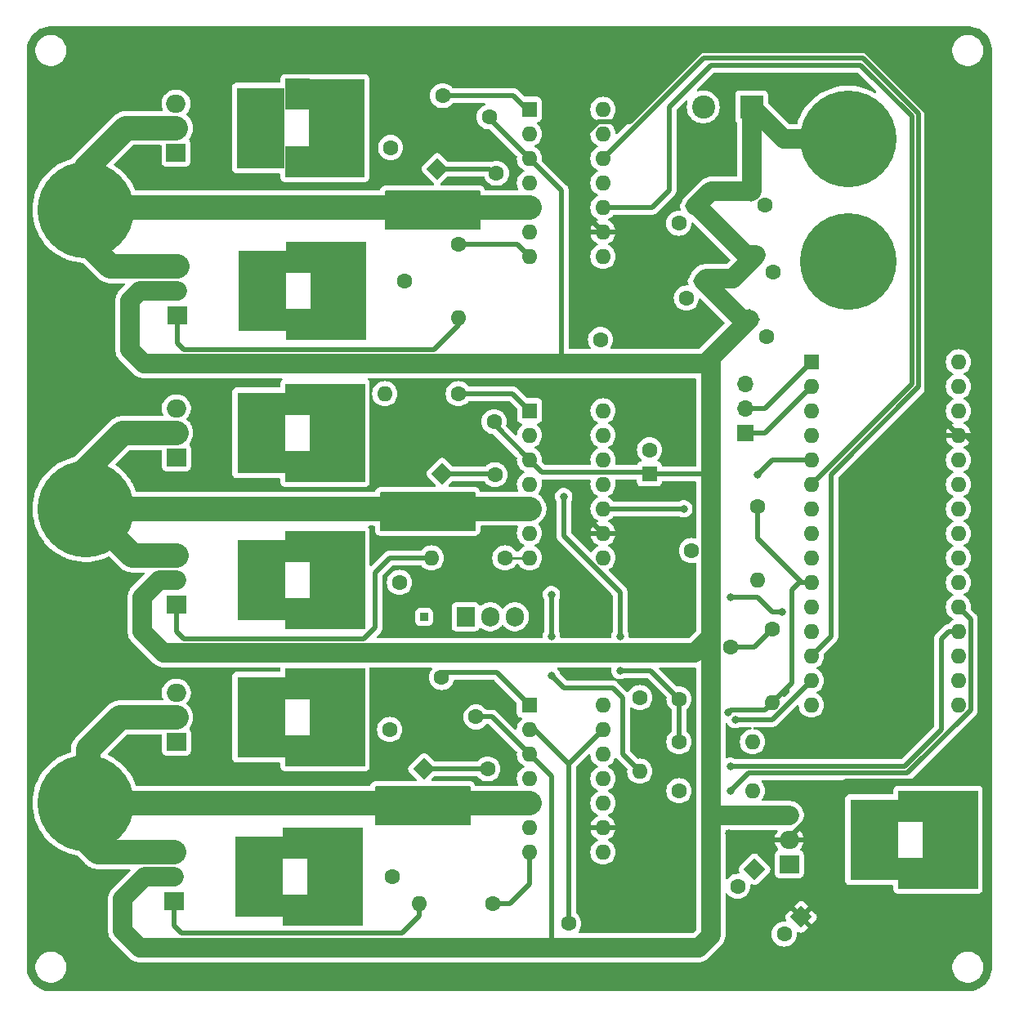
<source format=gbr>
%TF.GenerationSoftware,KiCad,Pcbnew,8.0.5*%
%TF.CreationDate,2024-12-03T18:07:43+01:00*%
%TF.ProjectId,ESC_drivers 1.4,4553435f-6472-4697-9665-727320312e34,rev?*%
%TF.SameCoordinates,Original*%
%TF.FileFunction,Copper,L1,Top*%
%TF.FilePolarity,Positive*%
%FSLAX46Y46*%
G04 Gerber Fmt 4.6, Leading zero omitted, Abs format (unit mm)*
G04 Created by KiCad (PCBNEW 8.0.5) date 2024-12-03 18:07:43*
%MOMM*%
%LPD*%
G01*
G04 APERTURE LIST*
G04 Aperture macros list*
%AMHorizOval*
0 Thick line with rounded ends*
0 $1 width*
0 $2 $3 position (X,Y) of the first rounded end (center of the circle)*
0 $4 $5 position (X,Y) of the second rounded end (center of the circle)*
0 Add line between two ends*
20,1,$1,$2,$3,$4,$5,0*
0 Add two circle primitives to create the rounded ends*
1,1,$1,$2,$3*
1,1,$1,$4,$5*%
%AMRotRect*
0 Rectangle, with rotation*
0 The origin of the aperture is its center*
0 $1 length*
0 $2 width*
0 $3 Rotation angle, in degrees counterclockwise*
0 Add horizontal line*
21,1,$1,$2,0,0,$3*%
%AMOutline4P*
0 Free polygon, 4 corners , with rotation*
0 The origin of the aperture is its center*
0 number of corners: always 4*
0 $1 to $8 corner X, Y*
0 $9 Rotation angle, in degrees counterclockwise*
0 create outline with 4 corners*
4,1,4,$1,$2,$3,$4,$5,$6,$7,$8,$1,$2,$9*%
G04 Aperture macros list end*
%TA.AperFunction,ComponentPad*%
%ADD10R,1.600000X1.600000*%
%TD*%
%TA.AperFunction,ComponentPad*%
%ADD11C,1.600000*%
%TD*%
%TA.AperFunction,ComponentPad*%
%ADD12R,2.000000X1.905000*%
%TD*%
%TA.AperFunction,ComponentPad*%
%ADD13O,2.000000X1.905000*%
%TD*%
%TA.AperFunction,ComponentPad*%
%ADD14C,0.600000*%
%TD*%
%TA.AperFunction,SMDPad,CuDef*%
%ADD15Outline4P,-1.600000X-1.250000X1.600000X-1.250000X1.600000X1.250000X-1.600000X1.250000X90.000000*%
%TD*%
%TA.AperFunction,SMDPad,CuDef*%
%ADD16Outline4P,-5.100000X-2.850000X5.100000X-2.850000X5.100000X2.850000X-5.100000X2.850000X90.000000*%
%TD*%
%TA.AperFunction,SMDPad,CuDef*%
%ADD17R,5.000000X8.400000*%
%TD*%
%TA.AperFunction,ComponentPad*%
%ADD18O,1.600000X1.600000*%
%TD*%
%TA.AperFunction,ComponentPad*%
%ADD19RotRect,1.600000X1.600000X225.000000*%
%TD*%
%TA.AperFunction,ComponentPad*%
%ADD20RotRect,1.600000X1.600000X315.000000*%
%TD*%
%TA.AperFunction,ComponentPad*%
%ADD21R,0.850000X0.850000*%
%TD*%
%TA.AperFunction,ComponentPad*%
%ADD22C,5.400000*%
%TD*%
%TA.AperFunction,ConnectorPad*%
%ADD23C,10.000000*%
%TD*%
%TA.AperFunction,ComponentPad*%
%ADD24R,2.400000X2.400000*%
%TD*%
%TA.AperFunction,ComponentPad*%
%ADD25C,2.400000*%
%TD*%
%TA.AperFunction,ComponentPad*%
%ADD26HorizOval,1.600000X0.000000X0.000000X0.000000X0.000000X0*%
%TD*%
%TA.AperFunction,ComponentPad*%
%ADD27RotRect,1.600000X1.600000X45.000000*%
%TD*%
%TA.AperFunction,ComponentPad*%
%ADD28HorizOval,1.600000X0.000000X0.000000X0.000000X0.000000X0*%
%TD*%
%TA.AperFunction,ComponentPad*%
%ADD29R,1.700000X1.700000*%
%TD*%
%TA.AperFunction,ComponentPad*%
%ADD30O,1.700000X1.700000*%
%TD*%
%TA.AperFunction,ComponentPad*%
%ADD31R,1.905000X2.000000*%
%TD*%
%TA.AperFunction,ComponentPad*%
%ADD32O,1.905000X2.000000*%
%TD*%
%TA.AperFunction,ViaPad*%
%ADD33C,0.800000*%
%TD*%
%TA.AperFunction,Conductor*%
%ADD34C,0.500000*%
%TD*%
%TA.AperFunction,Conductor*%
%ADD35C,0.250000*%
%TD*%
%TA.AperFunction,Conductor*%
%ADD36C,2.500000*%
%TD*%
%TA.AperFunction,Conductor*%
%ADD37C,2.000000*%
%TD*%
G04 APERTURE END LIST*
D10*
%TO.P,C3,1*%
%TO.N,Bat*%
X164084000Y-83755114D03*
D11*
%TO.P,C3,2*%
%TO.N,GND*%
X164084000Y-81255114D03*
%TD*%
D12*
%TO.P,Q5,1,G*%
%TO.N,Net-(Q5-G)*%
X120142001Y-108712000D03*
D13*
%TO.P,Q5,2,D*%
%TO.N,Bat*%
X120142001Y-106172000D03*
%TO.P,Q5,3,S*%
%TO.N,Phase C*%
X120142000Y-103632000D03*
D14*
%TO.P,Q5,4*%
%TO.N,N/C*%
X131982945Y-110483490D03*
X133252945Y-110483490D03*
X126902945Y-109975490D03*
X128172945Y-109975490D03*
X129442945Y-109975490D03*
X130712945Y-109975490D03*
X134776945Y-109975490D03*
X136046945Y-109975490D03*
X137316945Y-109975490D03*
X138586945Y-109975490D03*
D15*
X132692568Y-109672631D03*
D14*
X126902945Y-108705490D03*
X128172945Y-108705490D03*
X129442945Y-108705490D03*
X130712945Y-108705490D03*
X131982945Y-108705490D03*
X133252945Y-108705490D03*
X134776945Y-108705490D03*
X136046945Y-108705490D03*
X137316945Y-108705490D03*
X138586945Y-108705490D03*
X129442945Y-107435491D03*
X126902945Y-107435490D03*
X128172945Y-107435490D03*
X130712945Y-107435490D03*
X134522945Y-107435490D03*
X139094945Y-107435490D03*
D16*
X136808945Y-106172632D03*
D14*
X126902945Y-106165490D03*
X128172944Y-106165490D03*
D17*
X128934945Y-106165490D03*
D14*
X129442945Y-106165490D03*
X130712946Y-106165490D03*
X134522944Y-106165490D03*
X139094945Y-106165490D03*
X126902945Y-104895490D03*
X128172945Y-104895490D03*
X130712945Y-104895490D03*
X134522945Y-104895490D03*
X139094945Y-104895490D03*
X129442945Y-104895489D03*
X126902945Y-103625490D03*
X128172945Y-103625490D03*
X129442945Y-103625490D03*
X130712945Y-103625490D03*
X131982945Y-103625490D03*
X133252945Y-103625490D03*
X134776945Y-103625490D03*
X136046945Y-103625490D03*
X137316945Y-103625490D03*
X138586945Y-103625490D03*
D15*
X132695836Y-102672632D03*
D14*
X126902945Y-102355490D03*
X128172945Y-102355490D03*
X129442945Y-102355490D03*
X130712945Y-102355490D03*
X134776945Y-102355490D03*
X136046945Y-102355490D03*
X137316945Y-102355490D03*
X138586945Y-102355490D03*
X131982945Y-101847490D03*
X133252945Y-101847490D03*
%TD*%
D11*
%TO.P,R6,1*%
%TO.N,HO_C*%
X154178000Y-103886000D03*
D18*
%TO.P,R6,2*%
%TO.N,Net-(Q5-G)*%
X146558000Y-103886000D03*
%TD*%
D11*
%TO.P,R12,1*%
%TO.N,D7*%
X142494000Y-136906000D03*
D18*
%TO.P,R12,2*%
%TO.N,Phase A*%
X142494000Y-129286000D03*
%TD*%
D19*
%TO.P,C10,1*%
%TO.N,Bat*%
X173956255Y-67442117D03*
D11*
%TO.P,C10,2*%
%TO.N,GND*%
X172188488Y-69209884D03*
%TD*%
D20*
%TO.P,C13,1*%
%TO.N,Bat*%
X179487856Y-79157856D03*
D11*
%TO.P,C13,2*%
%TO.N,GND*%
X181255623Y-80925623D03*
%TD*%
%TO.P,C2,1*%
%TO.N,Net-(D2-K)*%
X153306687Y-64028466D03*
%TO.P,C2,2*%
%TO.N,Phase B*%
X149771153Y-67564000D03*
%TD*%
D21*
%TO.P,J1,1,Pin_1*%
%TO.N,Net-(J1-Pin_1)*%
X145796000Y-109982000D03*
%TD*%
D11*
%TO.P,R16,1*%
%TO.N,A1*%
X143256000Y-106426000D03*
D18*
%TO.P,R16,2*%
%TO.N,Phase C*%
X143256000Y-98806000D03*
%TD*%
D11*
%TO.P,C22,1*%
%TO.N,Net-(D3-K)*%
X152394585Y-125750961D03*
%TO.P,C22,2*%
%TO.N,Phase A*%
X148859051Y-129286495D03*
%TD*%
D20*
%TO.P,C9,1*%
%TO.N,Bat*%
X179687786Y-65895786D03*
D11*
%TO.P,C9,2*%
%TO.N,GND*%
X181102000Y-67310000D03*
%TD*%
D12*
%TO.P,Q6,1,G*%
%TO.N,Net-(Q6-G)*%
X120142000Y-93472000D03*
D13*
%TO.P,Q6,2,D*%
%TO.N,Phase C*%
X120142000Y-90932000D03*
%TO.P,Q6,3,S*%
%TO.N,Net-(Q2-S)*%
X120141999Y-88392000D03*
D14*
%TO.P,Q6,4*%
%TO.N,N/C*%
X131982944Y-95243490D03*
X133252944Y-95243490D03*
X126902944Y-94735490D03*
X128172944Y-94735490D03*
X129442944Y-94735490D03*
X130712944Y-94735490D03*
X134776944Y-94735490D03*
X136046944Y-94735490D03*
X137316944Y-94735490D03*
X138586944Y-94735490D03*
D15*
X132692567Y-94432631D03*
D14*
X126902944Y-93465490D03*
X128172944Y-93465490D03*
X129442944Y-93465490D03*
X130712944Y-93465490D03*
X131982944Y-93465490D03*
X133252944Y-93465490D03*
X134776944Y-93465490D03*
X136046944Y-93465490D03*
X137316944Y-93465490D03*
X138586944Y-93465490D03*
X129442944Y-92195491D03*
X126902944Y-92195490D03*
X128172944Y-92195490D03*
X130712944Y-92195490D03*
X134522944Y-92195490D03*
X139094944Y-92195490D03*
D16*
X136808944Y-90932632D03*
D14*
X126902944Y-90925490D03*
X128172943Y-90925490D03*
D17*
X128934944Y-90925490D03*
D14*
X129442944Y-90925490D03*
X130712945Y-90925490D03*
X134522943Y-90925490D03*
X139094944Y-90925490D03*
X126902944Y-89655490D03*
X128172944Y-89655490D03*
X130712944Y-89655490D03*
X134522944Y-89655490D03*
X139094944Y-89655490D03*
X129442944Y-89655489D03*
X126902944Y-88385490D03*
X128172944Y-88385490D03*
X129442944Y-88385490D03*
X130712944Y-88385490D03*
X131982944Y-88385490D03*
X133252944Y-88385490D03*
X134776944Y-88385490D03*
X136046944Y-88385490D03*
X137316944Y-88385490D03*
X138586944Y-88385490D03*
D15*
X132695835Y-87432632D03*
D14*
X126902944Y-87115490D03*
X128172944Y-87115490D03*
X129442944Y-87115490D03*
X130712944Y-87115490D03*
X134776944Y-87115490D03*
X136046944Y-87115490D03*
X137316944Y-87115490D03*
X138586944Y-87115490D03*
X131982944Y-86607490D03*
X133252944Y-86607490D03*
%TD*%
D22*
%TO.P,H4,1,1*%
%TO.N,Bat*%
X189738000Y-60452000D03*
D23*
X189738000Y-60452000D03*
%TD*%
D12*
%TO.P,Q2,1,G*%
%TO.N,Net-(Q2-G)*%
X120109556Y-61882587D03*
D13*
%TO.P,Q2,2,D*%
%TO.N,Phase B*%
X120109556Y-59342587D03*
%TO.P,Q2,3,S*%
%TO.N,Net-(Q2-S)*%
X120109555Y-56802587D03*
D14*
%TO.P,Q2,4*%
%TO.N,N/C*%
X131950500Y-63654077D03*
X133220500Y-63654077D03*
X126870500Y-63146077D03*
X128140500Y-63146077D03*
X129410500Y-63146077D03*
X130680500Y-63146077D03*
X134744500Y-63146077D03*
X136014500Y-63146077D03*
X137284500Y-63146077D03*
X138554500Y-63146077D03*
D15*
X132660123Y-62843218D03*
D14*
X126870500Y-61876077D03*
X128140500Y-61876077D03*
X129410500Y-61876077D03*
X130680500Y-61876077D03*
X131950500Y-61876077D03*
X133220500Y-61876077D03*
X134744500Y-61876077D03*
X136014500Y-61876077D03*
X137284500Y-61876077D03*
X138554500Y-61876077D03*
X129410500Y-60606078D03*
X126870500Y-60606077D03*
X128140500Y-60606077D03*
X130680500Y-60606077D03*
X134490500Y-60606077D03*
X139062500Y-60606077D03*
D16*
X136776500Y-59343219D03*
D14*
X126870500Y-59336077D03*
X128140499Y-59336077D03*
D17*
X128902500Y-59336077D03*
D14*
X129410500Y-59336077D03*
X130680501Y-59336077D03*
X134490499Y-59336077D03*
X139062500Y-59336077D03*
X126870500Y-58066077D03*
X128140500Y-58066077D03*
X130680500Y-58066077D03*
X134490500Y-58066077D03*
X139062500Y-58066077D03*
X129410500Y-58066076D03*
X126870500Y-56796077D03*
X128140500Y-56796077D03*
X129410500Y-56796077D03*
X130680500Y-56796077D03*
X131950500Y-56796077D03*
X133220500Y-56796077D03*
X134744500Y-56796077D03*
X136014500Y-56796077D03*
X137284500Y-56796077D03*
X138554500Y-56796077D03*
D15*
X132663391Y-55843219D03*
D14*
X126870500Y-55526077D03*
X128140500Y-55526077D03*
X129410500Y-55526077D03*
X130680500Y-55526077D03*
X134744500Y-55526077D03*
X136014500Y-55526077D03*
X137284500Y-55526077D03*
X138554500Y-55526077D03*
X131950500Y-55018077D03*
X133220500Y-55018077D03*
%TD*%
D10*
%TO.P,U3,1,LO*%
%TO.N,LO_C*%
X156728000Y-88641001D03*
D18*
%TO.P,U3,2,COM*%
%TO.N,GND*%
X156728000Y-91181001D03*
%TO.P,U3,3,VCC*%
%TO.N,Bat*%
X156728000Y-93721000D03*
%TO.P,U3,4,NC*%
%TO.N,unconnected-(U3-NC-Pad4)*%
X156728000Y-96261001D03*
%TO.P,U3,5,VS*%
%TO.N,Phase C*%
X156728000Y-98801001D03*
%TO.P,U3,6,VB*%
%TO.N,Net-(D1-K)*%
X156728000Y-101341001D03*
%TO.P,U3,7,HO*%
%TO.N,HO_C*%
X156728000Y-103881001D03*
%TO.P,U3,8,NC*%
%TO.N,unconnected-(U3-NC-Pad8)*%
X164348000Y-103881001D03*
%TO.P,U3,9,VDD*%
%TO.N,+5V*%
X164348000Y-101341001D03*
%TO.P,U3,10,HIN*%
%TO.N,D2*%
X164348000Y-98801001D03*
%TO.P,U3,11,SD*%
%TO.N,unconnected-(U3-SD-Pad11)*%
X164348000Y-96261001D03*
%TO.P,U3,12,LIN*%
%TO.N,D9*%
X164348000Y-93721001D03*
%TO.P,U3,13,VSS*%
%TO.N,GND*%
X164348000Y-91181001D03*
%TO.P,U3,14,NC*%
%TO.N,unconnected-(U3-NC-Pad14)*%
X164348000Y-88641001D03*
%TD*%
D11*
%TO.P,R11,1*%
%TO.N,D6*%
X181864000Y-111252000D03*
D18*
%TO.P,R11,2*%
%TO.N,D7*%
X181864000Y-118872000D03*
%TD*%
D24*
%TO.P,C8,1*%
%TO.N,Bat*%
X179731274Y-57150000D03*
D25*
%TO.P,C8,2*%
%TO.N,GND*%
X174731274Y-57150000D03*
%TD*%
D11*
%TO.P,R5,1*%
%TO.N,LO_A*%
X147628154Y-116277846D03*
D26*
%TO.P,R5,2*%
%TO.N,Net-(Q4-G)*%
X142240000Y-121666000D03*
%TD*%
D10*
%TO.P,U2,1,LO*%
%TO.N,LO_A*%
X156718000Y-119127511D03*
D18*
%TO.P,U2,2,COM*%
%TO.N,GND*%
X156718000Y-121667511D03*
%TO.P,U2,3,VCC*%
%TO.N,Bat*%
X156718000Y-124207510D03*
%TO.P,U2,4,NC*%
%TO.N,unconnected-(U2-NC-Pad4)*%
X156718000Y-126747511D03*
%TO.P,U2,5,VS*%
%TO.N,Phase A*%
X156718000Y-129287511D03*
%TO.P,U2,6,VB*%
%TO.N,Net-(D3-K)*%
X156718000Y-131827511D03*
%TO.P,U2,7,HO*%
%TO.N,HO_A*%
X156718000Y-134367511D03*
%TO.P,U2,8,NC*%
%TO.N,unconnected-(U2-NC-Pad8)*%
X164338000Y-134367511D03*
%TO.P,U2,9,VDD*%
%TO.N,+5V*%
X164338000Y-131827511D03*
%TO.P,U2,10,HIN*%
%TO.N,D5*%
X164338000Y-129287511D03*
%TO.P,U2,11,SD*%
%TO.N,unconnected-(U2-SD-Pad11)*%
X164338000Y-126747511D03*
%TO.P,U2,12,LIN*%
%TO.N,D11*%
X164338000Y-124207511D03*
%TO.P,U2,13,VSS*%
%TO.N,GND*%
X164338000Y-121667511D03*
%TO.P,U2,14,NC*%
%TO.N,unconnected-(U2-NC-Pad14)*%
X164338000Y-119127511D03*
%TD*%
D27*
%TO.P,D1,1,K*%
%TO.N,Net-(D1-K)*%
X147673924Y-95150077D03*
D28*
%TO.P,D1,2,A*%
%TO.N,Bat*%
X153062078Y-89761923D03*
%TD*%
D11*
%TO.P,R4,1*%
%TO.N,HO_A*%
X152908000Y-139700000D03*
D18*
%TO.P,R4,2*%
%TO.N,Net-(Q3-G)*%
X145288000Y-139700000D03*
%TD*%
D12*
%TO.P,Q4,1,G*%
%TO.N,Net-(Q4-G)*%
X120142001Y-122942510D03*
D13*
%TO.P,Q4,2,D*%
%TO.N,Phase A*%
X120142001Y-120402510D03*
%TO.P,Q4,3,S*%
%TO.N,Net-(Q2-S)*%
X120142000Y-117862510D03*
D14*
%TO.P,Q4,4*%
%TO.N,N/C*%
X131982945Y-124714000D03*
X133252945Y-124714000D03*
X126902945Y-124206000D03*
X128172945Y-124206000D03*
X129442945Y-124206000D03*
X130712945Y-124206000D03*
X134776945Y-124206000D03*
X136046945Y-124206000D03*
X137316945Y-124206000D03*
X138586945Y-124206000D03*
D15*
X132692568Y-123903141D03*
D14*
X126902945Y-122936000D03*
X128172945Y-122936000D03*
X129442945Y-122936000D03*
X130712945Y-122936000D03*
X131982945Y-122936000D03*
X133252945Y-122936000D03*
X134776945Y-122936000D03*
X136046945Y-122936000D03*
X137316945Y-122936000D03*
X138586945Y-122936000D03*
X129442945Y-121666001D03*
X126902945Y-121666000D03*
X128172945Y-121666000D03*
X130712945Y-121666000D03*
X134522945Y-121666000D03*
X139094945Y-121666000D03*
D16*
X136808945Y-120403142D03*
D14*
X126902945Y-120396000D03*
X128172944Y-120396000D03*
D17*
X128934945Y-120396000D03*
D14*
X129442945Y-120396000D03*
X130712946Y-120396000D03*
X134522944Y-120396000D03*
X139094945Y-120396000D03*
X126902945Y-119126000D03*
X128172945Y-119126000D03*
X130712945Y-119126000D03*
X134522945Y-119126000D03*
X139094945Y-119126000D03*
X129442945Y-119125999D03*
X126902945Y-117856000D03*
X128172945Y-117856000D03*
X129442945Y-117856000D03*
X130712945Y-117856000D03*
X131982945Y-117856000D03*
X133252945Y-117856000D03*
X134776945Y-117856000D03*
X136046945Y-117856000D03*
X137316945Y-117856000D03*
X138586945Y-117856000D03*
D15*
X132695836Y-116903142D03*
D14*
X126902945Y-116586000D03*
X128172945Y-116586000D03*
X129442945Y-116586000D03*
X130712945Y-116586000D03*
X134776945Y-116586000D03*
X136046945Y-116586000D03*
X137316945Y-116586000D03*
X138586945Y-116586000D03*
X131982945Y-116078000D03*
X133252945Y-116078000D03*
%TD*%
D11*
%TO.P,R13,1*%
%TO.N,A0*%
X143764000Y-75184000D03*
D18*
%TO.P,R13,2*%
%TO.N,Phase B*%
X143764000Y-67564000D03*
%TD*%
D11*
%TO.P,R14,1*%
%TO.N,D6*%
X168148000Y-118364000D03*
D18*
%TO.P,R14,2*%
%TO.N,A1*%
X168148000Y-125984000D03*
%TD*%
D11*
%TO.P,C1,1*%
%TO.N,Net-(D1-K)*%
X153151767Y-95260233D03*
%TO.P,C1,2*%
%TO.N,Phase C*%
X149616233Y-98795767D03*
%TD*%
D19*
%TO.P,C11,1*%
%TO.N,Bat*%
X174752000Y-75184000D03*
D11*
%TO.P,C11,2*%
%TO.N,GND*%
X172984233Y-76951767D03*
%TD*%
%TO.P,R15,1*%
%TO.N,A1*%
X172212000Y-128016000D03*
D18*
%TO.P,R15,2*%
%TO.N,GND*%
X179832000Y-128016000D03*
%TD*%
D22*
%TO.P,H2,1,1*%
%TO.N,Phase B*%
X110744000Y-67818000D03*
D23*
X110744000Y-67818000D03*
%TD*%
D10*
%TO.P,C5,1*%
%TO.N,Bat*%
X169164000Y-95185113D03*
D11*
%TO.P,C5,2*%
%TO.N,GND*%
X169164000Y-92685113D03*
%TD*%
D10*
%TO.P,U1,1,LO*%
%TO.N,LO_B*%
X156718000Y-57404000D03*
D18*
%TO.P,U1,2,COM*%
%TO.N,GND*%
X156718000Y-59944000D03*
%TO.P,U1,3,VCC*%
%TO.N,Bat*%
X156718000Y-62483999D03*
%TO.P,U1,4,NC*%
%TO.N,unconnected-(U1-NC-Pad4)*%
X156718000Y-65024000D03*
%TO.P,U1,5,VS*%
%TO.N,Phase B*%
X156718000Y-67564000D03*
%TO.P,U1,6,VB*%
%TO.N,Net-(D2-K)*%
X156718000Y-70104000D03*
%TO.P,U1,7,HO*%
%TO.N,HO_B*%
X156718000Y-72644000D03*
%TO.P,U1,8,NC*%
%TO.N,unconnected-(U1-NC-Pad8)*%
X164338000Y-72644000D03*
%TO.P,U1,9,VDD*%
%TO.N,+5V*%
X164338000Y-70104000D03*
%TO.P,U1,10,HIN*%
%TO.N,D3*%
X164338000Y-67564000D03*
%TO.P,U1,11,SD*%
%TO.N,unconnected-(U1-SD-Pad11)*%
X164338000Y-65024000D03*
%TO.P,U1,12,LIN*%
%TO.N,D10*%
X164338000Y-62484000D03*
%TO.P,U1,13,VSS*%
%TO.N,GND*%
X164338000Y-59944000D03*
%TO.P,U1,14,NC*%
%TO.N,unconnected-(U1-NC-Pad14)*%
X164338000Y-57404000D03*
%TD*%
D11*
%TO.P,C12,1*%
%TO.N,Bat*%
X180218117Y-72522117D03*
%TO.P,C12,2*%
%TO.N,GND*%
X181985884Y-74289884D03*
%TD*%
D12*
%TO.P,U4,1,GND*%
%TO.N,Net-(U4-GND)*%
X183642001Y-135636000D03*
D13*
%TO.P,U4,2,VO*%
%TO.N,+5V*%
X183642001Y-133096000D03*
%TO.P,U4,3,VI*%
%TO.N,Bat*%
X183642000Y-130556000D03*
D14*
%TO.P,U4,4*%
%TO.N,N/C*%
X195482945Y-137407490D03*
X196752945Y-137407490D03*
X190402945Y-136899490D03*
X191672945Y-136899490D03*
X192942945Y-136899490D03*
X194212945Y-136899490D03*
X198276945Y-136899490D03*
X199546945Y-136899490D03*
X200816945Y-136899490D03*
X202086945Y-136899490D03*
D15*
X196192568Y-136596631D03*
D14*
X190402945Y-135629490D03*
X191672945Y-135629490D03*
X192942945Y-135629490D03*
X194212945Y-135629490D03*
X195482945Y-135629490D03*
X196752945Y-135629490D03*
X198276945Y-135629490D03*
X199546945Y-135629490D03*
X200816945Y-135629490D03*
X202086945Y-135629490D03*
X192942945Y-134359491D03*
X190402945Y-134359490D03*
X191672945Y-134359490D03*
X194212945Y-134359490D03*
X198022945Y-134359490D03*
X202594945Y-134359490D03*
D16*
X200308945Y-133096632D03*
D14*
X190402945Y-133089490D03*
X191672944Y-133089490D03*
D17*
X192434945Y-133089490D03*
D14*
X192942945Y-133089490D03*
X194212946Y-133089490D03*
X198022944Y-133089490D03*
X202594945Y-133089490D03*
X190402945Y-131819490D03*
X191672945Y-131819490D03*
X194212945Y-131819490D03*
X198022945Y-131819490D03*
X202594945Y-131819490D03*
X192942945Y-131819489D03*
X190402945Y-130549490D03*
X191672945Y-130549490D03*
X192942945Y-130549490D03*
X194212945Y-130549490D03*
X195482945Y-130549490D03*
X196752945Y-130549490D03*
X198276945Y-130549490D03*
X199546945Y-130549490D03*
X200816945Y-130549490D03*
X202086945Y-130549490D03*
D15*
X196195836Y-129596632D03*
D14*
X190402945Y-129279490D03*
X191672945Y-129279490D03*
X192942945Y-129279490D03*
X194212945Y-129279490D03*
X198276945Y-129279490D03*
X199546945Y-129279490D03*
X200816945Y-129279490D03*
X202086945Y-129279490D03*
X195482945Y-128771490D03*
X196752945Y-128771490D03*
%TD*%
D11*
%TO.P,R7,1*%
%TO.N,LO_C*%
X149352000Y-86868000D03*
D18*
%TO.P,R7,2*%
%TO.N,Net-(Q6-G)*%
X141732000Y-86868000D03*
%TD*%
D22*
%TO.P,H1,1,1*%
%TO.N,Phase A*%
X110744000Y-129286000D03*
D23*
X110744000Y-129286000D03*
%TD*%
D29*
%TO.P,Communication,1,Pin_1*%
%TO.N,RX*%
X179070000Y-90931999D03*
D30*
%TO.P,Communication,2,Pin_2*%
%TO.N,TX*%
X179070000Y-88391999D03*
%TO.P,Communication,3,Pin_3*%
%TO.N,GND*%
X179070000Y-85852000D03*
%TD*%
D11*
%TO.P,R2,1*%
%TO.N,HO_B*%
X149352000Y-71374000D03*
D18*
%TO.P,R2,2*%
%TO.N,Net-(Q1-G)*%
X149352000Y-78994000D03*
%TD*%
D11*
%TO.P,R8,1*%
%TO.N,D7*%
X180340000Y-98552000D03*
D18*
%TO.P,R8,2*%
%TO.N,GND*%
X180340000Y-106172000D03*
%TD*%
D12*
%TO.P,Q1,1,G*%
%TO.N,Net-(Q1-G)*%
X120239056Y-78746510D03*
D13*
%TO.P,Q1,2,D*%
%TO.N,Bat*%
X120239056Y-76206510D03*
%TO.P,Q1,3,S*%
%TO.N,Phase B*%
X120239055Y-73666510D03*
D14*
%TO.P,Q1,4*%
%TO.N,N/C*%
X132080000Y-80518000D03*
X133350000Y-80518000D03*
X127000000Y-80010000D03*
X128270000Y-80010000D03*
X129540000Y-80010000D03*
X130810000Y-80010000D03*
X134874000Y-80010000D03*
X136144000Y-80010000D03*
X137414000Y-80010000D03*
X138684000Y-80010000D03*
D15*
X132789623Y-79707141D03*
D14*
X127000000Y-78740000D03*
X128270000Y-78740000D03*
X129540000Y-78740000D03*
X130810000Y-78740000D03*
X132080000Y-78740000D03*
X133350000Y-78740000D03*
X134874000Y-78740000D03*
X136144000Y-78740000D03*
X137414000Y-78740000D03*
X138684000Y-78740000D03*
X129540000Y-77470001D03*
X127000000Y-77470000D03*
X128270000Y-77470000D03*
X130810000Y-77470000D03*
X134620000Y-77470000D03*
X139192000Y-77470000D03*
D16*
X136906000Y-76207142D03*
D14*
X127000000Y-76200000D03*
X128269999Y-76200000D03*
D17*
X129032000Y-76200000D03*
D14*
X129540000Y-76200000D03*
X130810001Y-76200000D03*
X134619999Y-76200000D03*
X139192000Y-76200000D03*
X127000000Y-74930000D03*
X128270000Y-74930000D03*
X130810000Y-74930000D03*
X134620000Y-74930000D03*
X139192000Y-74930000D03*
X129540000Y-74929999D03*
X127000000Y-73660000D03*
X128270000Y-73660000D03*
X129540000Y-73660000D03*
X130810000Y-73660000D03*
X132080000Y-73660000D03*
X133350000Y-73660000D03*
X134874000Y-73660000D03*
X136144000Y-73660000D03*
X137414000Y-73660000D03*
X138684000Y-73660000D03*
D15*
X132792891Y-72707142D03*
D14*
X127000000Y-72390000D03*
X128270000Y-72390000D03*
X129540000Y-72390000D03*
X130810000Y-72390000D03*
X134874000Y-72390000D03*
X136144000Y-72390000D03*
X137414000Y-72390000D03*
X138684000Y-72390000D03*
X132080000Y-71882000D03*
X133350000Y-71882000D03*
%TD*%
D10*
%TO.P,A1,1,D1/TX*%
%TO.N,TX*%
X185928000Y-83566000D03*
D18*
%TO.P,A1,2,D0/RX*%
%TO.N,RX*%
X185928000Y-86106000D03*
%TO.P,A1,3,~{RESET}*%
%TO.N,unconnected-(A1-~{RESET}-Pad3)*%
X185928000Y-88645999D03*
%TO.P,A1,4,GND*%
%TO.N,GND*%
X185928000Y-91186000D03*
%TO.P,A1,5,D2*%
%TO.N,D2*%
X185928000Y-93726000D03*
%TO.P,A1,6,D3*%
%TO.N,D3*%
X185928000Y-96266000D03*
%TO.P,A1,7,D4*%
%TO.N,unconnected-(A1-D4-Pad7)*%
X185928000Y-98806000D03*
%TO.P,A1,8,D5*%
%TO.N,D5*%
X185928000Y-101346001D03*
%TO.P,A1,9,D6*%
%TO.N,D6*%
X185928000Y-103886000D03*
%TO.P,A1,10,D7*%
%TO.N,D7*%
X185928000Y-106426000D03*
%TO.P,A1,11,D8*%
%TO.N,unconnected-(A1-D8-Pad11)*%
X185928000Y-108966000D03*
%TO.P,A1,12,D9*%
%TO.N,D9*%
X185928000Y-111505999D03*
%TO.P,A1,13,D10*%
%TO.N,D10*%
X185928000Y-114046000D03*
%TO.P,A1,14,D11*%
%TO.N,D11*%
X185928000Y-116586000D03*
%TO.P,A1,15,D12*%
%TO.N,unconnected-(A1-D12-Pad15)*%
X185928000Y-119126000D03*
%TO.P,A1,16,D13*%
%TO.N,unconnected-(A1-D13-Pad16)*%
X201168000Y-119126000D03*
%TO.P,A1,17,3V3*%
%TO.N,unconnected-(A1-3V3-Pad17)*%
X201168000Y-116586000D03*
%TO.P,A1,18,AREF*%
%TO.N,unconnected-(A1-AREF-Pad18)*%
X201168000Y-114046000D03*
%TO.P,A1,19,A0*%
%TO.N,A0*%
X201168000Y-111506000D03*
%TO.P,A1,20,A1*%
%TO.N,A1*%
X201168000Y-108966000D03*
%TO.P,A1,21,A2*%
%TO.N,unconnected-(A1-A2-Pad21)*%
X201168000Y-106426000D03*
%TO.P,A1,22,A3*%
%TO.N,unconnected-(A1-A3-Pad22)*%
X201168000Y-103886000D03*
%TO.P,A1,23,A4*%
%TO.N,unconnected-(A1-A4-Pad23)*%
X201168000Y-101346000D03*
%TO.P,A1,24,A5*%
%TO.N,unconnected-(A1-A5-Pad24)*%
X201168000Y-98806000D03*
%TO.P,A1,25,A6*%
%TO.N,unconnected-(A1-A6-Pad25)*%
X201168000Y-96266000D03*
%TO.P,A1,26,A7*%
%TO.N,unconnected-(A1-A7-Pad26)*%
X201168000Y-93726000D03*
%TO.P,A1,27,+5V*%
%TO.N,+5V*%
X201168000Y-91186000D03*
%TO.P,A1,28,~{RESET}*%
%TO.N,unconnected-(A1-~{RESET}-Pad28)*%
X201168000Y-88646000D03*
%TO.P,A1,29,GND*%
%TO.N,GND*%
X201168000Y-86106000D03*
%TO.P,A1,30,VIN*%
%TO.N,Vin*%
X201168000Y-83566000D03*
%TD*%
D22*
%TO.P,H3,1,1*%
%TO.N,Phase C*%
X110744000Y-98806000D03*
D23*
X110744000Y-98806000D03*
%TD*%
D19*
%TO.P,C14,1*%
%TO.N,Net-(U4-GND)*%
X180052255Y-136144000D03*
D11*
%TO.P,C14,2*%
%TO.N,GND*%
X178284488Y-137911767D03*
%TD*%
D27*
%TO.P,D3,1,K*%
%TO.N,Net-(D3-K)*%
X145796000Y-125750961D03*
D28*
%TO.P,D3,2,A*%
%TO.N,Bat*%
X151184154Y-120362807D03*
%TD*%
D12*
%TO.P,Q3,1,G*%
%TO.N,Net-(Q3-G)*%
X119888001Y-139452510D03*
D13*
%TO.P,Q3,2,D*%
%TO.N,Bat*%
X119888001Y-136912510D03*
%TO.P,Q3,3,S*%
%TO.N,Phase A*%
X119888000Y-134372510D03*
D14*
%TO.P,Q3,4*%
%TO.N,N/C*%
X131728945Y-141224000D03*
X132998945Y-141224000D03*
X126648945Y-140716000D03*
X127918945Y-140716000D03*
X129188945Y-140716000D03*
X130458945Y-140716000D03*
X134522945Y-140716000D03*
X135792945Y-140716000D03*
X137062945Y-140716000D03*
X138332945Y-140716000D03*
D15*
X132438568Y-140413141D03*
D14*
X126648945Y-139446000D03*
X127918945Y-139446000D03*
X129188945Y-139446000D03*
X130458945Y-139446000D03*
X131728945Y-139446000D03*
X132998945Y-139446000D03*
X134522945Y-139446000D03*
X135792945Y-139446000D03*
X137062945Y-139446000D03*
X138332945Y-139446000D03*
X129188945Y-138176001D03*
X126648945Y-138176000D03*
X127918945Y-138176000D03*
X130458945Y-138176000D03*
X134268945Y-138176000D03*
X138840945Y-138176000D03*
D16*
X136554945Y-136913142D03*
D14*
X126648945Y-136906000D03*
X127918944Y-136906000D03*
D17*
X128680945Y-136906000D03*
D14*
X129188945Y-136906000D03*
X130458946Y-136906000D03*
X134268944Y-136906000D03*
X138840945Y-136906000D03*
X126648945Y-135636000D03*
X127918945Y-135636000D03*
X130458945Y-135636000D03*
X134268945Y-135636000D03*
X138840945Y-135636000D03*
X129188945Y-135635999D03*
X126648945Y-134366000D03*
X127918945Y-134366000D03*
X129188945Y-134366000D03*
X130458945Y-134366000D03*
X131728945Y-134366000D03*
X132998945Y-134366000D03*
X134522945Y-134366000D03*
X135792945Y-134366000D03*
X137062945Y-134366000D03*
X138332945Y-134366000D03*
D15*
X132441836Y-133413142D03*
D14*
X126648945Y-133096000D03*
X127918945Y-133096000D03*
X129188945Y-133096000D03*
X130458945Y-133096000D03*
X134522945Y-133096000D03*
X135792945Y-133096000D03*
X137062945Y-133096000D03*
X138332945Y-133096000D03*
X131728945Y-132588000D03*
X132998945Y-132588000D03*
%TD*%
D10*
%TO.P,C7,1*%
%TO.N,Bat*%
X175514000Y-103124000D03*
D11*
%TO.P,C7,2*%
%TO.N,GND*%
X173513999Y-103124000D03*
%TD*%
%TO.P,R9,1*%
%TO.N,D6*%
X177600154Y-113129923D03*
D26*
%TO.P,R9,2*%
%TO.N,A0*%
X172212000Y-118518077D03*
%TD*%
D31*
%TO.P,Q7,1,G*%
%TO.N,Net-(J1-Pin_1)*%
X150114001Y-109982000D03*
D32*
%TO.P,Q7,2,D*%
%TO.N,Net-(Q2-S)*%
X152654001Y-109982000D03*
%TO.P,Q7,3,S*%
%TO.N,GND*%
X155194000Y-109982000D03*
%TD*%
D22*
%TO.P,H5,1,1*%
%TO.N,GND*%
X189738000Y-73152000D03*
D23*
X189738000Y-73152000D03*
%TD*%
D11*
%TO.P,R10,1*%
%TO.N,A0*%
X172212000Y-122936000D03*
D18*
%TO.P,R10,2*%
%TO.N,GND*%
X179832000Y-122936000D03*
%TD*%
D10*
%TO.P,C4,1*%
%TO.N,Bat*%
X160782000Y-144272000D03*
D11*
%TO.P,C4,2*%
%TO.N,GND*%
X160782000Y-141772000D03*
%TD*%
D27*
%TO.P,D2,1,K*%
%TO.N,Net-(D2-K)*%
X147165924Y-63573928D03*
D28*
%TO.P,D2,2,A*%
%TO.N,Bat*%
X152554078Y-58185774D03*
%TD*%
D11*
%TO.P,R3,1*%
%TO.N,LO_B*%
X147728077Y-55979923D03*
D26*
%TO.P,R3,2*%
%TO.N,Net-(Q2-G)*%
X142339923Y-61368077D03*
%TD*%
D19*
%TO.P,C6,1*%
%TO.N,+5V*%
X184878255Y-141102117D03*
D11*
%TO.P,C6,2*%
%TO.N,GND*%
X183110488Y-142869884D03*
%TD*%
D33*
%TO.N,+5V*%
X162306000Y-78994000D03*
X177419000Y-132461000D03*
X162440500Y-99433500D03*
%TO.N,D2*%
X180340000Y-95250000D03*
X172720000Y-98801001D03*
%TO.N,D9*%
X177546000Y-107950000D03*
X182880000Y-109474000D03*
%TO.N,D11*%
X178054000Y-120650000D03*
%TO.N,A0*%
X177546000Y-125476000D03*
X160274000Y-97536000D03*
X166116000Y-115570000D03*
X166116000Y-112014000D03*
%TO.N,D7*%
X177292000Y-119888000D03*
%TO.N,A1*%
X159004000Y-112014000D03*
X177546000Y-128016000D03*
X159004000Y-107696000D03*
X159004000Y-116078000D03*
%TD*%
D34*
%TO.N,+5V*%
X189484000Y-127000000D02*
X201168000Y-127000000D01*
X162306000Y-60208233D02*
X163820233Y-58694000D01*
X163820233Y-58694000D02*
X167138050Y-58694000D01*
X203708000Y-92964000D02*
X201930000Y-91186000D01*
X201168000Y-127000000D02*
X203708000Y-124460000D01*
X167138050Y-58694000D02*
X174524050Y-51308000D01*
X162306000Y-67310000D02*
X162306000Y-60208233D01*
X203708000Y-124460000D02*
X203708000Y-92964000D01*
X162306000Y-68072000D02*
X162306000Y-67310000D01*
X178054000Y-133096000D02*
X183642001Y-133096000D01*
X201930000Y-91186000D02*
X201168000Y-91186000D01*
X183642001Y-132841999D02*
X189484000Y-127000000D01*
X164338000Y-70104000D02*
X162306000Y-68072000D01*
X197866000Y-57677529D02*
X197866000Y-87884000D01*
X177419000Y-132461000D02*
X178054000Y-133096000D01*
X162306000Y-67310000D02*
X162306000Y-78994000D01*
X191496471Y-51308000D02*
X197866000Y-57677529D01*
X162440500Y-99433500D02*
X162440500Y-99433501D01*
X174524050Y-51308000D02*
X191496471Y-51308000D01*
X162440500Y-99433501D02*
X164348000Y-101341001D01*
X197866000Y-87884000D02*
X201168000Y-91186000D01*
%TO.N,GND*%
X156718000Y-121667511D02*
X157226000Y-121667511D01*
X160782000Y-141772000D02*
X160782000Y-125223511D01*
X160782000Y-125223511D02*
X164338000Y-121667511D01*
X157226000Y-121667511D02*
X160782000Y-125223511D01*
%TO.N,D2*%
X164348000Y-98801001D02*
X172720000Y-98801001D01*
D35*
X172969001Y-98801001D02*
X172974000Y-98806000D01*
X172720000Y-98801001D02*
X172969001Y-98801001D01*
D34*
X181864000Y-93726000D02*
X185928000Y-93726000D01*
X180340000Y-95250000D02*
X181864000Y-93726000D01*
%TO.N,D9*%
X182880000Y-109474000D02*
X181874233Y-109474000D01*
X181874233Y-109474000D02*
X180350233Y-107950000D01*
X180350233Y-107950000D02*
X177546000Y-107950000D01*
%TO.N,D11*%
X181864000Y-120650000D02*
X185928000Y-116586000D01*
X178054000Y-120650000D02*
X181864000Y-120650000D01*
%TO.N,RX*%
X179070000Y-90931999D02*
X181102001Y-90931999D01*
X181102001Y-90931999D02*
X185928000Y-86106000D01*
%TO.N,A0*%
X166116000Y-107416768D02*
X160274000Y-101574768D01*
X160274000Y-101574768D02*
X160274000Y-97536000D01*
X166116000Y-115570000D02*
X169263923Y-115570000D01*
X177546000Y-125476000D02*
X195580000Y-125476000D01*
X166116000Y-112014000D02*
X166116000Y-107416768D01*
X169263923Y-115570000D02*
X172212000Y-118518077D01*
X199390000Y-121666000D02*
X199390000Y-112288000D01*
X172212000Y-118518077D02*
X172212000Y-122936000D01*
X200172000Y-111506000D02*
X201168000Y-111506000D01*
X199390000Y-112288000D02*
X200172000Y-111506000D01*
X195580000Y-125476000D02*
X199390000Y-121666000D01*
%TO.N,D10*%
X191268520Y-52070000D02*
X193410571Y-54212051D01*
X187960000Y-112014000D02*
X185928000Y-114046000D01*
X197042000Y-86141950D02*
X187960000Y-95223950D01*
X164338000Y-62484000D02*
X174752000Y-52070000D01*
X193410571Y-54212051D02*
X197042000Y-57843479D01*
X187960000Y-95223950D02*
X187960000Y-112014000D01*
X197042000Y-57843479D02*
X197042000Y-86141950D01*
X174752000Y-52070000D02*
X191268520Y-52070000D01*
%TO.N,D3*%
X169418000Y-67564000D02*
X171196000Y-65786000D01*
X196342000Y-58133429D02*
X196342000Y-85852000D01*
X196342000Y-85852000D02*
X185928000Y-96266000D01*
X191040571Y-52832000D02*
X196342000Y-58133429D01*
X171196000Y-57150000D02*
X175514000Y-52832000D01*
X171196000Y-65786000D02*
X171196000Y-57150000D01*
X175514000Y-52832000D02*
X191040571Y-52832000D01*
X164338000Y-67564000D02*
X169418000Y-67564000D01*
%TO.N,D7*%
X177546000Y-119634000D02*
X181102000Y-119634000D01*
X180340000Y-101854000D02*
X184912000Y-106426000D01*
X177292000Y-119888000D02*
X177546000Y-119634000D01*
X183896000Y-116840000D02*
X183896000Y-107188000D01*
X181102000Y-119634000D02*
X183896000Y-116840000D01*
X183896000Y-107188000D02*
X184658000Y-106426000D01*
X184658000Y-106426000D02*
X185928000Y-106426000D01*
X180340000Y-98552000D02*
X180340000Y-101854000D01*
X184912000Y-106426000D02*
X185928000Y-106426000D01*
%TO.N,D6*%
X177600154Y-113129923D02*
X179986077Y-113129923D01*
X179986077Y-113129923D02*
X181864000Y-111252000D01*
%TO.N,TX*%
X179070000Y-88391999D02*
X181102001Y-88391999D01*
X181102001Y-88391999D02*
X185928000Y-83566000D01*
%TO.N,Net-(D1-K)*%
X147673924Y-95150077D02*
X153041611Y-95150077D01*
X153041611Y-95150077D02*
X153151767Y-95260233D01*
D36*
%TO.N,Phase C*%
X110744000Y-94742000D02*
X110744000Y-98806000D01*
X115570000Y-103632000D02*
X110744000Y-98806000D01*
X112024233Y-98795767D02*
X112014000Y-98806000D01*
X149606000Y-98806000D02*
X149616233Y-98795767D01*
X114554000Y-90932000D02*
X110744000Y-94742000D01*
X114554000Y-90932000D02*
X120142000Y-90932000D01*
X156722766Y-98795767D02*
X156728000Y-98801001D01*
X112014000Y-98806000D02*
X111506000Y-98298000D01*
X110754233Y-98795767D02*
X110744000Y-98806000D01*
X149616233Y-98795767D02*
X110754233Y-98795767D01*
X112014000Y-99314000D02*
X112014000Y-98806000D01*
X149616233Y-98795767D02*
X156722766Y-98795767D01*
X120142000Y-103632000D02*
X115570000Y-103632000D01*
D34*
%TO.N,Net-(D2-K)*%
X152597327Y-63573928D02*
X147165924Y-63573928D01*
X153306687Y-64283288D02*
X152597327Y-63573928D01*
D36*
%TO.N,Phase B*%
X113284000Y-73660000D02*
X120232545Y-73660000D01*
X110744000Y-71120000D02*
X113284000Y-73660000D01*
X110744000Y-63500000D02*
X110744000Y-71120000D01*
X114901413Y-59342587D02*
X110744000Y-63500000D01*
X120232545Y-73660000D02*
X120239055Y-73666510D01*
X110998000Y-67564000D02*
X149771153Y-67564000D01*
X149771153Y-67564000D02*
X156718000Y-67564000D01*
X120109556Y-59342587D02*
X114901413Y-59342587D01*
D37*
%TO.N,Bat*%
X173956255Y-67442117D02*
X174122117Y-67442117D01*
D34*
X153062078Y-90055078D02*
X153062078Y-89761923D01*
D37*
X175514000Y-112014000D02*
X173810000Y-113718000D01*
D34*
X156728000Y-93721000D02*
X153062078Y-90055078D01*
D37*
X116586000Y-111506000D02*
X116586000Y-107950000D01*
X118798000Y-113718000D02*
X116586000Y-111506000D01*
D34*
X158017999Y-95011001D02*
X168989888Y-95011001D01*
D37*
X175006000Y-74930000D02*
X174752000Y-75184000D01*
X116888001Y-136912510D02*
X119888001Y-136912510D01*
X175514000Y-112014000D02*
X175514000Y-131572000D01*
D34*
X169164000Y-95185113D02*
X175324887Y-95185113D01*
D37*
X115316000Y-77216000D02*
X115316000Y-82296000D01*
X175514000Y-131572000D02*
X175514000Y-143002000D01*
X174244000Y-144272000D02*
X159004000Y-144272000D01*
D34*
X175324887Y-95185113D02*
X175514000Y-94996000D01*
D37*
X164084000Y-83755114D02*
X164093114Y-83746000D01*
X179202117Y-72522117D02*
X180218117Y-72522117D01*
X116332000Y-144272000D02*
X114554000Y-142494000D01*
X180218117Y-72522117D02*
X177810234Y-74930000D01*
X115316000Y-82296000D02*
X116766000Y-83746000D01*
X179687786Y-65895786D02*
X179731274Y-65852298D01*
D35*
X156713000Y-93721000D02*
X156728000Y-93721000D01*
D37*
X116325490Y-76206510D02*
X115316000Y-77216000D01*
X183033274Y-60452000D02*
X189738000Y-60452000D01*
D34*
X156718000Y-124207510D02*
X159004000Y-126493510D01*
X152873297Y-120362807D02*
X156718000Y-124207510D01*
D37*
X174752000Y-75184000D02*
X178725856Y-79157856D01*
D34*
X159004000Y-126493510D02*
X159004000Y-144272000D01*
D37*
X179687786Y-65895786D02*
X175502586Y-65895786D01*
X177810234Y-74930000D02*
X175006000Y-74930000D01*
D34*
X152554078Y-58320077D02*
X156583697Y-62349696D01*
D37*
X175514000Y-83131712D02*
X175514000Y-94996000D01*
X175502586Y-65895786D02*
X173956255Y-67442117D01*
X116766000Y-83746000D02*
X160020000Y-83746000D01*
X173810000Y-113718000D02*
X118798000Y-113718000D01*
D34*
X152554078Y-58185774D02*
X152554078Y-58320077D01*
D37*
X175514000Y-143002000D02*
X174244000Y-144272000D01*
X179487856Y-79157856D02*
X175514000Y-83131712D01*
D34*
X168989888Y-95011001D02*
X169164000Y-95185113D01*
D37*
X114554000Y-139246511D02*
X116888001Y-136912510D01*
D34*
X160020000Y-65785999D02*
X160020000Y-83746000D01*
D37*
X116586000Y-107950000D02*
X118364000Y-106172000D01*
X179731274Y-57150000D02*
X183033274Y-60452000D01*
X174122117Y-67442117D02*
X179202117Y-72522117D01*
X120239056Y-76206510D02*
X116325490Y-76206510D01*
D34*
X151184154Y-120362807D02*
X152873297Y-120362807D01*
D37*
X179731274Y-65852298D02*
X179731274Y-57150000D01*
D34*
X156718000Y-62483999D02*
X160020000Y-65785999D01*
D37*
X178725856Y-79157856D02*
X179487856Y-79157856D01*
X114554000Y-142494000D02*
X114554000Y-139246511D01*
X175514000Y-94996000D02*
X175514000Y-112014000D01*
D34*
X156718000Y-124025212D02*
X156718000Y-124207510D01*
D37*
X175514000Y-130556000D02*
X183642000Y-130556000D01*
X160020000Y-83746000D02*
X164074886Y-83746000D01*
D34*
X156727999Y-93721001D02*
X158017999Y-95011001D01*
D37*
X159004000Y-144272000D02*
X116332000Y-144272000D01*
X164093114Y-83746000D02*
X174899712Y-83746000D01*
X118364000Y-106172000D02*
X120142001Y-106172000D01*
X164074886Y-83746000D02*
X164084000Y-83755114D01*
X174899712Y-83746000D02*
X175514000Y-83131712D01*
D36*
%TO.N,Phase A*%
X119888000Y-134372510D02*
X112014000Y-134372510D01*
X156716984Y-129286495D02*
X156718000Y-129287511D01*
X114293490Y-120402510D02*
X110998000Y-123698000D01*
X148853036Y-129292510D02*
X148859051Y-129286495D01*
X148859051Y-129286495D02*
X156716984Y-129286495D01*
X120142001Y-120402510D02*
X114293490Y-120402510D01*
X110744000Y-133102510D02*
X110744000Y-129286000D01*
X110998000Y-123698000D02*
X110998000Y-129286000D01*
X112014000Y-134372510D02*
X110744000Y-133102510D01*
X111004510Y-129292510D02*
X148853036Y-129292510D01*
D34*
%TO.N,Net-(D3-K)*%
X145796000Y-125750961D02*
X152394585Y-125750961D01*
%TO.N,Net-(Q1-G)*%
X120239056Y-78746510D02*
X120239056Y-81631058D01*
X120239056Y-81631058D02*
X120903998Y-82296000D01*
X120903998Y-82296000D02*
X146812000Y-82296000D01*
X149352000Y-79756000D02*
X149352000Y-78994000D01*
X146812000Y-82296000D02*
X149352000Y-79756000D01*
%TO.N,Net-(Q3-G)*%
X143510000Y-142748000D02*
X145288000Y-140970000D01*
X119888001Y-141992511D02*
X120643490Y-142748000D01*
X145288000Y-140970000D02*
X145288000Y-139700000D01*
X120643490Y-142748000D02*
X143510000Y-142748000D01*
X119888001Y-139452510D02*
X119888001Y-141992511D01*
%TO.N,Net-(Q5-G)*%
X146558000Y-103886000D02*
X142240000Y-103886000D01*
X142240000Y-103886000D02*
X140716000Y-105410000D01*
X140716000Y-105410000D02*
X140716000Y-111115577D01*
X120142001Y-111506001D02*
X120142001Y-108718510D01*
X140716000Y-111115577D02*
X139563577Y-112268000D01*
X139563577Y-112268000D02*
X120904000Y-112268000D01*
X120904000Y-112268000D02*
X120142001Y-111506001D01*
%TO.N,HO_B*%
X155448000Y-71374000D02*
X156718000Y-72644000D01*
X149352000Y-71374000D02*
X155448000Y-71374000D01*
%TO.N,LO_B*%
X147728077Y-55979923D02*
X155044922Y-55979923D01*
X155044922Y-55979923D02*
X156718000Y-57653001D01*
%TO.N,HO_A*%
X152908000Y-139700000D02*
X154686000Y-139700000D01*
X156718000Y-137668000D02*
X156718000Y-134367511D01*
X154686000Y-139700000D02*
X156718000Y-137668000D01*
%TO.N,LO_A*%
X153366845Y-115776356D02*
X156718000Y-119127511D01*
X147628154Y-115776356D02*
X153366845Y-115776356D01*
D35*
%TO.N,HO_C*%
X156723001Y-103886000D02*
X156728000Y-103881001D01*
X154178000Y-103886000D02*
X156723001Y-103886000D01*
D34*
%TO.N,LO_C*%
X154954999Y-86868000D02*
X149352000Y-86868000D01*
X156728000Y-88641001D02*
X154954999Y-86868000D01*
%TO.N,A1*%
X165354000Y-117348000D02*
X166370000Y-118364000D01*
X202418000Y-110216000D02*
X201168000Y-108966000D01*
X177546000Y-128016000D02*
X179386000Y-126176000D01*
X159004000Y-107696000D02*
X159004000Y-111760000D01*
X159004000Y-116078000D02*
X160274000Y-117348000D01*
X160274000Y-117348000D02*
X165354000Y-117348000D01*
X166370000Y-118364000D02*
X166370000Y-124206000D01*
X195885767Y-126176000D02*
X202418000Y-119643767D01*
X166370000Y-124206000D02*
X168148000Y-125984000D01*
X202418000Y-119643767D02*
X202418000Y-110216000D01*
X179386000Y-126176000D02*
X195885767Y-126176000D01*
%TD*%
%TA.AperFunction,Conductor*%
%TO.N,+5V*%
G36*
X165179735Y-115238185D02*
G01*
X165225490Y-115290989D01*
X165235434Y-115360147D01*
X165230626Y-115380820D01*
X165230327Y-115381739D01*
X165230326Y-115381741D01*
X165230326Y-115381744D01*
X165210540Y-115570000D01*
X165230326Y-115758256D01*
X165230327Y-115758259D01*
X165288818Y-115938277D01*
X165288821Y-115938284D01*
X165383467Y-116102216D01*
X165417048Y-116139511D01*
X165510129Y-116242888D01*
X165663265Y-116354148D01*
X165663270Y-116354151D01*
X165836192Y-116431142D01*
X165836197Y-116431144D01*
X166021354Y-116470500D01*
X166021355Y-116470500D01*
X166210644Y-116470500D01*
X166210646Y-116470500D01*
X166395803Y-116431144D01*
X166568730Y-116354151D01*
X166570776Y-116352664D01*
X166582452Y-116344182D01*
X166648258Y-116320702D01*
X166655337Y-116320500D01*
X168901693Y-116320500D01*
X168968732Y-116340185D01*
X168989374Y-116356819D01*
X170885282Y-118252727D01*
X170918767Y-118314050D01*
X170921129Y-118351214D01*
X170906532Y-118518073D01*
X170906532Y-118518078D01*
X170926364Y-118744763D01*
X170926366Y-118744774D01*
X170985258Y-118964565D01*
X170985261Y-118964574D01*
X171081431Y-119170809D01*
X171081432Y-119170811D01*
X171211954Y-119357218D01*
X171372859Y-119518123D01*
X171408621Y-119543163D01*
X171452247Y-119597739D01*
X171461500Y-119644739D01*
X171461500Y-121809336D01*
X171441815Y-121876375D01*
X171408625Y-121910910D01*
X171372863Y-121935951D01*
X171211951Y-122096862D01*
X171081432Y-122283265D01*
X171081431Y-122283267D01*
X170985261Y-122489502D01*
X170985258Y-122489511D01*
X170926366Y-122709302D01*
X170926364Y-122709313D01*
X170906532Y-122935998D01*
X170906532Y-122936001D01*
X170926364Y-123162686D01*
X170926366Y-123162697D01*
X170985258Y-123382488D01*
X170985261Y-123382497D01*
X171081431Y-123588732D01*
X171081432Y-123588734D01*
X171211954Y-123775141D01*
X171372858Y-123936045D01*
X171372861Y-123936047D01*
X171559266Y-124066568D01*
X171765504Y-124162739D01*
X171985308Y-124221635D01*
X172147230Y-124235801D01*
X172211998Y-124241468D01*
X172212000Y-124241468D01*
X172212002Y-124241468D01*
X172268673Y-124236509D01*
X172438692Y-124221635D01*
X172658496Y-124162739D01*
X172864734Y-124066568D01*
X173051139Y-123936047D01*
X173212047Y-123775139D01*
X173342568Y-123588734D01*
X173438739Y-123382496D01*
X173497635Y-123162692D01*
X173517468Y-122936000D01*
X173516253Y-122922118D01*
X173507503Y-122822099D01*
X173497635Y-122709308D01*
X173442928Y-122505139D01*
X173438741Y-122489511D01*
X173438738Y-122489502D01*
X173400523Y-122407550D01*
X173342568Y-122283266D01*
X173224053Y-122114007D01*
X173212048Y-122096862D01*
X173212044Y-122096858D01*
X173051139Y-121935953D01*
X173046373Y-121932615D01*
X173015375Y-121910910D01*
X172971751Y-121856332D01*
X172962500Y-121809336D01*
X172962500Y-119644739D01*
X172982185Y-119577700D01*
X173015379Y-119543163D01*
X173043221Y-119523668D01*
X173051139Y-119518124D01*
X173212047Y-119357216D01*
X173342568Y-119170811D01*
X173438739Y-118964573D01*
X173497635Y-118744769D01*
X173517468Y-118518077D01*
X173513547Y-118473265D01*
X173511801Y-118453307D01*
X173497635Y-118291385D01*
X173442383Y-118085180D01*
X173438741Y-118071588D01*
X173438738Y-118071579D01*
X173414519Y-118019642D01*
X173342568Y-117865343D01*
X173212047Y-117678938D01*
X173212045Y-117678935D01*
X173051141Y-117518031D01*
X172864734Y-117387509D01*
X172864732Y-117387508D01*
X172658497Y-117291338D01*
X172658488Y-117291335D01*
X172438697Y-117232443D01*
X172438693Y-117232442D01*
X172438692Y-117232442D01*
X172438691Y-117232441D01*
X172438686Y-117232441D01*
X172212002Y-117212609D01*
X172211997Y-117212609D01*
X172045137Y-117227206D01*
X171976637Y-117213439D01*
X171946650Y-117191359D01*
X170185472Y-115430181D01*
X170151987Y-115368858D01*
X170156971Y-115299166D01*
X170198843Y-115243233D01*
X170264307Y-115218816D01*
X170273153Y-115218500D01*
X173889500Y-115218500D01*
X173956539Y-115238185D01*
X174002294Y-115290989D01*
X174013500Y-115342500D01*
X174013500Y-142329111D01*
X173993815Y-142396150D01*
X173977181Y-142416792D01*
X173658792Y-142735181D01*
X173597469Y-142768666D01*
X173571111Y-142771500D01*
X161907963Y-142771500D01*
X161840924Y-142751815D01*
X161795169Y-142699011D01*
X161785225Y-142629853D01*
X161806388Y-142576377D01*
X161880222Y-142470929D01*
X161912568Y-142424734D01*
X162008739Y-142218496D01*
X162067635Y-141998692D01*
X162087468Y-141772000D01*
X162084608Y-141739315D01*
X162077375Y-141656639D01*
X162067635Y-141545308D01*
X162014857Y-141348335D01*
X162008741Y-141325511D01*
X162008738Y-141325502D01*
X161976567Y-141256511D01*
X161912568Y-141119266D01*
X161832887Y-141005468D01*
X161782048Y-140932862D01*
X161705697Y-140856511D01*
X161621139Y-140771953D01*
X161616373Y-140768615D01*
X161585375Y-140746910D01*
X161541751Y-140692332D01*
X161532500Y-140645336D01*
X161532500Y-125585740D01*
X161552185Y-125518701D01*
X161568819Y-125498059D01*
X162155059Y-124911819D01*
X162830570Y-124236307D01*
X162891891Y-124202824D01*
X162961583Y-124207808D01*
X163017516Y-124249680D01*
X163041777Y-124313182D01*
X163052364Y-124434198D01*
X163052366Y-124434208D01*
X163111258Y-124653999D01*
X163111261Y-124654008D01*
X163207431Y-124860243D01*
X163207432Y-124860245D01*
X163337954Y-125046652D01*
X163498858Y-125207556D01*
X163498861Y-125207558D01*
X163685266Y-125338079D01*
X163743275Y-125365129D01*
X163795714Y-125411302D01*
X163814866Y-125478495D01*
X163794650Y-125545376D01*
X163743275Y-125589893D01*
X163685267Y-125616942D01*
X163685265Y-125616943D01*
X163498858Y-125747465D01*
X163337954Y-125908369D01*
X163207432Y-126094776D01*
X163207431Y-126094778D01*
X163111261Y-126301013D01*
X163111258Y-126301022D01*
X163052366Y-126520813D01*
X163052364Y-126520824D01*
X163032532Y-126747509D01*
X163032532Y-126747512D01*
X163052364Y-126974197D01*
X163052366Y-126974208D01*
X163111258Y-127193999D01*
X163111261Y-127194008D01*
X163207431Y-127400243D01*
X163207432Y-127400245D01*
X163337954Y-127586652D01*
X163498858Y-127747556D01*
X163498861Y-127747558D01*
X163685266Y-127878079D01*
X163743275Y-127905129D01*
X163795714Y-127951302D01*
X163814866Y-128018495D01*
X163794650Y-128085376D01*
X163743275Y-128129892D01*
X163735188Y-128133664D01*
X163685267Y-128156942D01*
X163685265Y-128156943D01*
X163498858Y-128287465D01*
X163337954Y-128448369D01*
X163207432Y-128634776D01*
X163207431Y-128634778D01*
X163111261Y-128841013D01*
X163111258Y-128841022D01*
X163052366Y-129060813D01*
X163052364Y-129060824D01*
X163032532Y-129287509D01*
X163032532Y-129287512D01*
X163052364Y-129514197D01*
X163052366Y-129514208D01*
X163111258Y-129733999D01*
X163111261Y-129734008D01*
X163207431Y-129940243D01*
X163207432Y-129940245D01*
X163337954Y-130126652D01*
X163498858Y-130287556D01*
X163498861Y-130287558D01*
X163685266Y-130418079D01*
X163743865Y-130445404D01*
X163796305Y-130491576D01*
X163815457Y-130558769D01*
X163795242Y-130625650D01*
X163743867Y-130670168D01*
X163685515Y-130697378D01*
X163499179Y-130827853D01*
X163338342Y-130988690D01*
X163207865Y-131175028D01*
X163111734Y-131381184D01*
X163111730Y-131381193D01*
X163059127Y-131577510D01*
X163059128Y-131577511D01*
X164022314Y-131577511D01*
X164017920Y-131581905D01*
X163965259Y-131673117D01*
X163938000Y-131774850D01*
X163938000Y-131880172D01*
X163965259Y-131981905D01*
X164017920Y-132073117D01*
X164022314Y-132077511D01*
X163059128Y-132077511D01*
X163111730Y-132273828D01*
X163111734Y-132273837D01*
X163207865Y-132479993D01*
X163338342Y-132666331D01*
X163499179Y-132827168D01*
X163685518Y-132957645D01*
X163685520Y-132957646D01*
X163743865Y-132984853D01*
X163796305Y-133031025D01*
X163815457Y-133098218D01*
X163795242Y-133165100D01*
X163743867Y-133209616D01*
X163685268Y-133236942D01*
X163685264Y-133236944D01*
X163498858Y-133367465D01*
X163337954Y-133528369D01*
X163207432Y-133714776D01*
X163207431Y-133714778D01*
X163111261Y-133921013D01*
X163111258Y-133921022D01*
X163052366Y-134140813D01*
X163052364Y-134140824D01*
X163032532Y-134367509D01*
X163032532Y-134367512D01*
X163052364Y-134594197D01*
X163052366Y-134594208D01*
X163111258Y-134813999D01*
X163111261Y-134814008D01*
X163207431Y-135020243D01*
X163207432Y-135020245D01*
X163337954Y-135206652D01*
X163498858Y-135367556D01*
X163498861Y-135367558D01*
X163685266Y-135498079D01*
X163891504Y-135594250D01*
X164111308Y-135653146D01*
X164273230Y-135667312D01*
X164337998Y-135672979D01*
X164338000Y-135672979D01*
X164338002Y-135672979D01*
X164394673Y-135668020D01*
X164564692Y-135653146D01*
X164784496Y-135594250D01*
X164990734Y-135498079D01*
X165177139Y-135367558D01*
X165338047Y-135206650D01*
X165468568Y-135020245D01*
X165564739Y-134814007D01*
X165623635Y-134594203D01*
X165643468Y-134367511D01*
X165623635Y-134140819D01*
X165564739Y-133921015D01*
X165468568Y-133714777D01*
X165338047Y-133528372D01*
X165338045Y-133528369D01*
X165177141Y-133367465D01*
X164990734Y-133236943D01*
X164990732Y-133236942D01*
X164945496Y-133215848D01*
X164932132Y-133209616D01*
X164879694Y-133163445D01*
X164860542Y-133096251D01*
X164880758Y-133029370D01*
X164932134Y-132984852D01*
X164990484Y-132957643D01*
X165176820Y-132827168D01*
X165337657Y-132666331D01*
X165468134Y-132479993D01*
X165564265Y-132273837D01*
X165564269Y-132273828D01*
X165616872Y-132077511D01*
X164653686Y-132077511D01*
X164658080Y-132073117D01*
X164710741Y-131981905D01*
X164738000Y-131880172D01*
X164738000Y-131774850D01*
X164710741Y-131673117D01*
X164658080Y-131581905D01*
X164653686Y-131577511D01*
X165616872Y-131577511D01*
X165616872Y-131577510D01*
X165564269Y-131381193D01*
X165564265Y-131381184D01*
X165468134Y-131175028D01*
X165337657Y-130988690D01*
X165176820Y-130827853D01*
X164990482Y-130697376D01*
X164932133Y-130670168D01*
X164879694Y-130623995D01*
X164860542Y-130556802D01*
X164880758Y-130489921D01*
X164932129Y-130445406D01*
X164990734Y-130418079D01*
X165177139Y-130287558D01*
X165338047Y-130126650D01*
X165468568Y-129940245D01*
X165564739Y-129734007D01*
X165623635Y-129514203D01*
X165642232Y-129301635D01*
X165643468Y-129287512D01*
X165643468Y-129287509D01*
X165637801Y-129222741D01*
X165623635Y-129060819D01*
X165568524Y-128855141D01*
X165564741Y-128841022D01*
X165564738Y-128841013D01*
X165537223Y-128782007D01*
X165468568Y-128634777D01*
X165338047Y-128448372D01*
X165338045Y-128448369D01*
X165177141Y-128287465D01*
X164990734Y-128156943D01*
X164990728Y-128156940D01*
X164940812Y-128133664D01*
X164932724Y-128129892D01*
X164880285Y-128083721D01*
X164861133Y-128016528D01*
X164861293Y-128015998D01*
X170906532Y-128015998D01*
X170906532Y-128016001D01*
X170926364Y-128242686D01*
X170926366Y-128242697D01*
X170985258Y-128462488D01*
X170985261Y-128462497D01*
X171081431Y-128668732D01*
X171081432Y-128668734D01*
X171211954Y-128855141D01*
X171372858Y-129016045D01*
X171372861Y-129016047D01*
X171559266Y-129146568D01*
X171765504Y-129242739D01*
X171985308Y-129301635D01*
X172147230Y-129315801D01*
X172211998Y-129321468D01*
X172212000Y-129321468D01*
X172212002Y-129321468D01*
X172268673Y-129316509D01*
X172438692Y-129301635D01*
X172658496Y-129242739D01*
X172864734Y-129146568D01*
X173051139Y-129016047D01*
X173212047Y-128855139D01*
X173342568Y-128668734D01*
X173438739Y-128462496D01*
X173497635Y-128242692D01*
X173517468Y-128016000D01*
X173497635Y-127789308D01*
X173438739Y-127569504D01*
X173342568Y-127363266D01*
X173212047Y-127176861D01*
X173212045Y-127176858D01*
X173051141Y-127015954D01*
X172864734Y-126885432D01*
X172864732Y-126885431D01*
X172658497Y-126789261D01*
X172658488Y-126789258D01*
X172438697Y-126730366D01*
X172438693Y-126730365D01*
X172438692Y-126730365D01*
X172438691Y-126730364D01*
X172438686Y-126730364D01*
X172212002Y-126710532D01*
X172211998Y-126710532D01*
X171985313Y-126730364D01*
X171985302Y-126730366D01*
X171765511Y-126789258D01*
X171765502Y-126789261D01*
X171559267Y-126885431D01*
X171559265Y-126885432D01*
X171372858Y-127015954D01*
X171211954Y-127176858D01*
X171081432Y-127363265D01*
X171081431Y-127363267D01*
X170985261Y-127569502D01*
X170985258Y-127569511D01*
X170926366Y-127789302D01*
X170926364Y-127789313D01*
X170906532Y-128015998D01*
X164861293Y-128015998D01*
X164881348Y-127949646D01*
X164932725Y-127905129D01*
X164990734Y-127878079D01*
X165177139Y-127747558D01*
X165338047Y-127586650D01*
X165468568Y-127400245D01*
X165564739Y-127194007D01*
X165623635Y-126974203D01*
X165643468Y-126747511D01*
X165623635Y-126520819D01*
X165564739Y-126301015D01*
X165468568Y-126094777D01*
X165338047Y-125908372D01*
X165338045Y-125908369D01*
X165177141Y-125747465D01*
X164990734Y-125616943D01*
X164990728Y-125616940D01*
X164932725Y-125589893D01*
X164880285Y-125543721D01*
X164861133Y-125476528D01*
X164881348Y-125409646D01*
X164932725Y-125365129D01*
X164990734Y-125338079D01*
X165177139Y-125207558D01*
X165338047Y-125046650D01*
X165468568Y-124860245D01*
X165554665Y-124675609D01*
X165600837Y-124623171D01*
X165668031Y-124604019D01*
X165734912Y-124624235D01*
X165770148Y-124659123D01*
X165783117Y-124678532D01*
X165787051Y-124684420D01*
X165787052Y-124684421D01*
X166821282Y-125718650D01*
X166854767Y-125779973D01*
X166857129Y-125817137D01*
X166842532Y-125983996D01*
X166842532Y-125984001D01*
X166862364Y-126210686D01*
X166862366Y-126210697D01*
X166921258Y-126430488D01*
X166921261Y-126430497D01*
X167017431Y-126636732D01*
X167017432Y-126636734D01*
X167147954Y-126823141D01*
X167308858Y-126984045D01*
X167335215Y-127002500D01*
X167495266Y-127114568D01*
X167701504Y-127210739D01*
X167921308Y-127269635D01*
X168083230Y-127283801D01*
X168147998Y-127289468D01*
X168148000Y-127289468D01*
X168148002Y-127289468D01*
X168204673Y-127284509D01*
X168374692Y-127269635D01*
X168594496Y-127210739D01*
X168800734Y-127114568D01*
X168987139Y-126984047D01*
X169148047Y-126823139D01*
X169278568Y-126636734D01*
X169374739Y-126430496D01*
X169433635Y-126210692D01*
X169453468Y-125984000D01*
X169450225Y-125946938D01*
X169442680Y-125860689D01*
X169433635Y-125757308D01*
X169374739Y-125537504D01*
X169278568Y-125331266D01*
X169164941Y-125168988D01*
X169148045Y-125144858D01*
X168987141Y-124983954D01*
X168800734Y-124853432D01*
X168800732Y-124853431D01*
X168594497Y-124757261D01*
X168594488Y-124757258D01*
X168374697Y-124698366D01*
X168374693Y-124698365D01*
X168374692Y-124698365D01*
X168374691Y-124698364D01*
X168374686Y-124698364D01*
X168148002Y-124678532D01*
X168147997Y-124678532D01*
X167981137Y-124693129D01*
X167912637Y-124679362D01*
X167882650Y-124657282D01*
X167156819Y-123931451D01*
X167123334Y-123870128D01*
X167120500Y-123843770D01*
X167120500Y-119470357D01*
X167140185Y-119403318D01*
X167192989Y-119357563D01*
X167262147Y-119347619D01*
X167315623Y-119368782D01*
X167364946Y-119403318D01*
X167495266Y-119494568D01*
X167701504Y-119590739D01*
X167921308Y-119649635D01*
X168083230Y-119663801D01*
X168147998Y-119669468D01*
X168148000Y-119669468D01*
X168148002Y-119669468D01*
X168204673Y-119664509D01*
X168374692Y-119649635D01*
X168594496Y-119590739D01*
X168800734Y-119494568D01*
X168987139Y-119364047D01*
X169148047Y-119203139D01*
X169278568Y-119016734D01*
X169374739Y-118810496D01*
X169433635Y-118590692D01*
X169453468Y-118364000D01*
X169452349Y-118351214D01*
X169439361Y-118202755D01*
X169433635Y-118137308D01*
X169378342Y-117930951D01*
X169374741Y-117917511D01*
X169374738Y-117917502D01*
X169358982Y-117883713D01*
X169278568Y-117711266D01*
X169148047Y-117524861D01*
X169148045Y-117524858D01*
X168987141Y-117363954D01*
X168800734Y-117233432D01*
X168800732Y-117233431D01*
X168594497Y-117137261D01*
X168594488Y-117137258D01*
X168374697Y-117078366D01*
X168374693Y-117078365D01*
X168374692Y-117078365D01*
X168374691Y-117078364D01*
X168374686Y-117078364D01*
X168148002Y-117058532D01*
X168147998Y-117058532D01*
X167921313Y-117078364D01*
X167921302Y-117078366D01*
X167701511Y-117137258D01*
X167701502Y-117137261D01*
X167495267Y-117233431D01*
X167495265Y-117233432D01*
X167308858Y-117363954D01*
X167147954Y-117524858D01*
X167017430Y-117711268D01*
X167017428Y-117711271D01*
X167016324Y-117713640D01*
X167015560Y-117714506D01*
X167014721Y-117715961D01*
X167014428Y-117715792D01*
X166970144Y-117766073D01*
X166902947Y-117785215D01*
X166836069Y-117764990D01*
X166816268Y-117748900D01*
X165832421Y-116765052D01*
X165832414Y-116765046D01*
X165758729Y-116715812D01*
X165758729Y-116715813D01*
X165709491Y-116682913D01*
X165572917Y-116626343D01*
X165572907Y-116626340D01*
X165427920Y-116597500D01*
X165427918Y-116597500D01*
X160636229Y-116597500D01*
X160569190Y-116577815D01*
X160548548Y-116561181D01*
X159916770Y-115929402D01*
X159886521Y-115880041D01*
X159831179Y-115709716D01*
X159736533Y-115545784D01*
X159628202Y-115425471D01*
X159597973Y-115362481D01*
X159606598Y-115293146D01*
X159651339Y-115239480D01*
X159717992Y-115218522D01*
X159720353Y-115218500D01*
X165112696Y-115218500D01*
X165179735Y-115238185D01*
G37*
%TD.AperFunction*%
%TA.AperFunction,Conductor*%
G36*
X163040902Y-95781186D02*
G01*
X163086657Y-95833990D01*
X163096601Y-95903148D01*
X163093638Y-95917594D01*
X163062366Y-96034303D01*
X163062364Y-96034314D01*
X163042532Y-96260999D01*
X163042532Y-96261002D01*
X163062364Y-96487687D01*
X163062366Y-96487698D01*
X163121258Y-96707489D01*
X163121261Y-96707498D01*
X163217431Y-96913733D01*
X163217432Y-96913735D01*
X163347954Y-97100142D01*
X163508858Y-97261046D01*
X163516456Y-97266366D01*
X163695266Y-97391569D01*
X163753275Y-97418619D01*
X163805714Y-97464792D01*
X163824866Y-97531985D01*
X163804650Y-97598866D01*
X163753275Y-97643382D01*
X163742554Y-97648382D01*
X163695267Y-97670432D01*
X163695265Y-97670433D01*
X163508858Y-97800955D01*
X163347954Y-97961859D01*
X163217432Y-98148266D01*
X163217431Y-98148268D01*
X163121261Y-98354503D01*
X163121258Y-98354512D01*
X163062366Y-98574303D01*
X163062364Y-98574314D01*
X163042532Y-98800999D01*
X163042532Y-98801002D01*
X163062364Y-99027687D01*
X163062366Y-99027698D01*
X163121258Y-99247489D01*
X163121261Y-99247498D01*
X163217431Y-99453733D01*
X163217432Y-99453735D01*
X163347954Y-99640142D01*
X163508858Y-99801046D01*
X163516000Y-99806047D01*
X163695266Y-99931569D01*
X163753865Y-99958894D01*
X163806305Y-100005066D01*
X163825457Y-100072259D01*
X163805242Y-100139140D01*
X163753867Y-100183658D01*
X163695515Y-100210868D01*
X163509179Y-100341343D01*
X163348342Y-100502180D01*
X163217865Y-100688518D01*
X163121734Y-100894674D01*
X163121730Y-100894683D01*
X163069127Y-101091000D01*
X163069128Y-101091001D01*
X164032314Y-101091001D01*
X164027920Y-101095395D01*
X163975259Y-101186607D01*
X163948000Y-101288340D01*
X163948000Y-101393662D01*
X163975259Y-101495395D01*
X164027920Y-101586607D01*
X164032314Y-101591001D01*
X163069128Y-101591001D01*
X163121730Y-101787318D01*
X163121734Y-101787327D01*
X163217865Y-101993483D01*
X163348342Y-102179821D01*
X163509179Y-102340658D01*
X163695518Y-102471135D01*
X163695520Y-102471136D01*
X163753865Y-102498343D01*
X163806305Y-102544515D01*
X163825457Y-102611708D01*
X163805242Y-102678590D01*
X163753867Y-102723106D01*
X163695268Y-102750432D01*
X163695264Y-102750434D01*
X163508858Y-102880955D01*
X163347954Y-103041859D01*
X163217430Y-103228269D01*
X163214721Y-103232962D01*
X163212519Y-103231690D01*
X163173363Y-103276118D01*
X163106160Y-103295238D01*
X163039289Y-103274989D01*
X163019523Y-103258923D01*
X161060819Y-101300219D01*
X161027334Y-101238896D01*
X161024500Y-101212538D01*
X161024500Y-98070321D01*
X161041113Y-98008321D01*
X161065050Y-97966861D01*
X161101179Y-97904284D01*
X161159674Y-97724256D01*
X161179460Y-97536000D01*
X161159674Y-97347744D01*
X161101179Y-97167716D01*
X161006533Y-97003784D01*
X160879871Y-96863112D01*
X160879870Y-96863111D01*
X160726734Y-96751851D01*
X160726729Y-96751848D01*
X160553807Y-96674857D01*
X160553802Y-96674855D01*
X160408001Y-96643865D01*
X160368646Y-96635500D01*
X160179354Y-96635500D01*
X160146897Y-96642398D01*
X159994197Y-96674855D01*
X159994192Y-96674857D01*
X159821270Y-96751848D01*
X159821265Y-96751851D01*
X159668129Y-96863111D01*
X159541466Y-97003785D01*
X159446821Y-97167715D01*
X159446818Y-97167722D01*
X159395632Y-97325258D01*
X159388326Y-97347744D01*
X159368540Y-97536000D01*
X159388326Y-97724256D01*
X159388327Y-97724259D01*
X159446818Y-97904277D01*
X159446821Y-97904284D01*
X159467358Y-97939856D01*
X159506887Y-98008321D01*
X159523500Y-98070321D01*
X159523500Y-101648686D01*
X159523500Y-101648688D01*
X159523499Y-101648688D01*
X159552340Y-101793675D01*
X159552343Y-101793685D01*
X159608914Y-101930261D01*
X159608917Y-101930267D01*
X159615969Y-101940819D01*
X159615971Y-101940821D01*
X159654666Y-101998734D01*
X159691051Y-102053188D01*
X159691052Y-102053189D01*
X165329181Y-107691316D01*
X165362666Y-107752639D01*
X165365500Y-107778997D01*
X165365500Y-111479677D01*
X165348887Y-111541677D01*
X165288821Y-111645714D01*
X165235575Y-111809588D01*
X165230326Y-111825744D01*
X165210540Y-112014000D01*
X165217533Y-112080540D01*
X165204965Y-112149268D01*
X165157233Y-112200292D01*
X165094213Y-112217500D01*
X160025787Y-112217500D01*
X159958748Y-112197815D01*
X159912993Y-112145011D01*
X159902466Y-112080540D01*
X159909460Y-112014000D01*
X159889674Y-111825744D01*
X159831179Y-111645716D01*
X159831178Y-111645714D01*
X159771113Y-111541677D01*
X159754500Y-111479677D01*
X159754500Y-108230321D01*
X159771113Y-108168321D01*
X159795050Y-108126861D01*
X159831179Y-108064284D01*
X159889674Y-107884256D01*
X159909460Y-107696000D01*
X159889674Y-107507744D01*
X159831179Y-107327716D01*
X159736533Y-107163784D01*
X159609871Y-107023112D01*
X159609870Y-107023111D01*
X159456734Y-106911851D01*
X159456729Y-106911848D01*
X159283807Y-106834857D01*
X159283802Y-106834855D01*
X159138001Y-106803865D01*
X159098646Y-106795500D01*
X158909354Y-106795500D01*
X158876897Y-106802398D01*
X158724197Y-106834855D01*
X158724192Y-106834857D01*
X158551270Y-106911848D01*
X158551265Y-106911851D01*
X158398129Y-107023111D01*
X158271466Y-107163785D01*
X158176821Y-107327715D01*
X158176821Y-107327716D01*
X158120688Y-107500476D01*
X158118326Y-107507744D01*
X158098540Y-107696000D01*
X158118326Y-107884256D01*
X158118327Y-107884259D01*
X158176818Y-108064277D01*
X158176821Y-108064284D01*
X158236887Y-108168321D01*
X158253500Y-108230321D01*
X158253500Y-111479677D01*
X158236887Y-111541677D01*
X158176821Y-111645714D01*
X158123575Y-111809588D01*
X158118326Y-111825744D01*
X158098540Y-112014000D01*
X158105533Y-112080540D01*
X158092965Y-112149268D01*
X158045233Y-112200292D01*
X157982213Y-112217500D01*
X140974806Y-112217500D01*
X140907767Y-112197815D01*
X140862012Y-112145011D01*
X140852068Y-112075853D01*
X140881093Y-112012297D01*
X140887125Y-112005819D01*
X141298948Y-111593996D01*
X141298951Y-111593993D01*
X141381084Y-111471072D01*
X141391171Y-111446721D01*
X141413641Y-111392473D01*
X141437658Y-111334490D01*
X141459571Y-111224328D01*
X141466500Y-111189497D01*
X141466500Y-109509135D01*
X144870500Y-109509135D01*
X144870500Y-110454870D01*
X144870501Y-110454876D01*
X144876908Y-110514483D01*
X144927202Y-110649328D01*
X144927206Y-110649335D01*
X145013452Y-110764544D01*
X145013455Y-110764547D01*
X145128664Y-110850793D01*
X145128671Y-110850797D01*
X145263517Y-110901091D01*
X145263516Y-110901091D01*
X145270444Y-110901835D01*
X145323127Y-110907500D01*
X146268872Y-110907499D01*
X146328483Y-110901091D01*
X146463331Y-110850796D01*
X146578546Y-110764546D01*
X146664796Y-110649331D01*
X146715091Y-110514483D01*
X146721500Y-110454873D01*
X146721499Y-109509128D01*
X146715091Y-109449517D01*
X146701283Y-109412497D01*
X146664797Y-109314671D01*
X146664793Y-109314664D01*
X146578547Y-109199455D01*
X146578544Y-109199452D01*
X146463335Y-109113206D01*
X146463328Y-109113202D01*
X146328482Y-109062908D01*
X146328483Y-109062908D01*
X146268883Y-109056501D01*
X146268881Y-109056500D01*
X146268873Y-109056500D01*
X146268864Y-109056500D01*
X145323129Y-109056500D01*
X145323123Y-109056501D01*
X145263516Y-109062908D01*
X145128671Y-109113202D01*
X145128664Y-109113206D01*
X145013455Y-109199452D01*
X145013452Y-109199455D01*
X144927206Y-109314664D01*
X144927202Y-109314671D01*
X144876908Y-109449517D01*
X144870501Y-109509116D01*
X144870501Y-109509123D01*
X144870500Y-109509135D01*
X141466500Y-109509135D01*
X141466500Y-108934135D01*
X148661001Y-108934135D01*
X148661001Y-111029870D01*
X148661002Y-111029876D01*
X148667409Y-111089483D01*
X148717703Y-111224328D01*
X148717707Y-111224335D01*
X148803953Y-111339544D01*
X148803956Y-111339547D01*
X148919165Y-111425793D01*
X148919172Y-111425797D01*
X149054018Y-111476091D01*
X149054017Y-111476091D01*
X149060945Y-111476835D01*
X149113628Y-111482500D01*
X151114373Y-111482499D01*
X151173984Y-111476091D01*
X151308832Y-111425796D01*
X151424047Y-111339546D01*
X151510297Y-111224331D01*
X151520691Y-111196460D01*
X151562561Y-111140527D01*
X151628024Y-111116108D01*
X151696298Y-111130958D01*
X151709747Y-111139465D01*
X151892463Y-111272217D01*
X152096243Y-111376048D01*
X152096245Y-111376049D01*
X152313752Y-111446721D01*
X152313753Y-111446721D01*
X152313756Y-111446722D01*
X152539647Y-111482500D01*
X152539648Y-111482500D01*
X152768354Y-111482500D01*
X152768355Y-111482500D01*
X152994246Y-111446722D01*
X152994249Y-111446721D01*
X152994250Y-111446721D01*
X153211756Y-111376049D01*
X153211756Y-111376048D01*
X153211759Y-111376048D01*
X153415539Y-111272217D01*
X153600567Y-111137786D01*
X153762287Y-110976066D01*
X153823685Y-110891558D01*
X153879011Y-110848896D01*
X153948625Y-110842917D01*
X154010420Y-110875522D01*
X154024314Y-110891556D01*
X154085714Y-110976066D01*
X154247434Y-111137786D01*
X154432462Y-111272217D01*
X154636242Y-111376048D01*
X154636244Y-111376049D01*
X154853751Y-111446721D01*
X154853752Y-111446721D01*
X154853755Y-111446722D01*
X155079646Y-111482500D01*
X155079647Y-111482500D01*
X155308353Y-111482500D01*
X155308354Y-111482500D01*
X155534245Y-111446722D01*
X155534248Y-111446721D01*
X155534249Y-111446721D01*
X155751755Y-111376049D01*
X155751755Y-111376048D01*
X155751758Y-111376048D01*
X155955538Y-111272217D01*
X156140566Y-111137786D01*
X156302286Y-110976066D01*
X156436717Y-110791038D01*
X156540548Y-110587258D01*
X156566965Y-110505954D01*
X156611221Y-110369749D01*
X156611221Y-110369748D01*
X156611222Y-110369745D01*
X156647000Y-110143854D01*
X156647000Y-109820146D01*
X156611222Y-109594255D01*
X156611221Y-109594251D01*
X156611221Y-109594250D01*
X156540549Y-109376744D01*
X156454633Y-109208124D01*
X156436717Y-109172962D01*
X156302286Y-108987934D01*
X156140566Y-108826214D01*
X155955538Y-108691783D01*
X155926370Y-108676921D01*
X155751755Y-108587950D01*
X155534248Y-108517278D01*
X155348812Y-108487908D01*
X155308354Y-108481500D01*
X155079646Y-108481500D01*
X155039188Y-108487908D01*
X154853753Y-108517278D01*
X154853750Y-108517278D01*
X154636244Y-108587950D01*
X154432461Y-108691783D01*
X154366550Y-108739671D01*
X154247434Y-108826214D01*
X154247432Y-108826216D01*
X154247431Y-108826216D01*
X154085715Y-108987932D01*
X154024318Y-109072438D01*
X153968987Y-109115103D01*
X153899374Y-109121082D01*
X153837579Y-109088476D01*
X153823682Y-109072437D01*
X153762287Y-108987934D01*
X153600567Y-108826214D01*
X153415539Y-108691783D01*
X153386371Y-108676921D01*
X153211756Y-108587950D01*
X152994249Y-108517278D01*
X152808813Y-108487908D01*
X152768355Y-108481500D01*
X152539647Y-108481500D01*
X152499189Y-108487908D01*
X152313754Y-108517278D01*
X152313751Y-108517278D01*
X152096245Y-108587950D01*
X151892462Y-108691783D01*
X151768188Y-108782074D01*
X151711880Y-108822985D01*
X151709760Y-108824525D01*
X151643953Y-108848005D01*
X151575899Y-108832180D01*
X151527204Y-108782074D01*
X151520691Y-108767538D01*
X151510297Y-108739669D01*
X151510294Y-108739664D01*
X151424048Y-108624455D01*
X151424045Y-108624452D01*
X151308836Y-108538206D01*
X151308829Y-108538202D01*
X151173983Y-108487908D01*
X151173984Y-108487908D01*
X151114384Y-108481501D01*
X151114382Y-108481500D01*
X151114374Y-108481500D01*
X151114365Y-108481500D01*
X149113630Y-108481500D01*
X149113624Y-108481501D01*
X149054017Y-108487908D01*
X148919172Y-108538202D01*
X148919165Y-108538206D01*
X148803956Y-108624452D01*
X148803953Y-108624455D01*
X148717707Y-108739664D01*
X148717703Y-108739671D01*
X148667409Y-108874517D01*
X148661002Y-108934116D01*
X148661001Y-108934135D01*
X141466500Y-108934135D01*
X141466500Y-106425998D01*
X141950532Y-106425998D01*
X141950532Y-106426001D01*
X141970364Y-106652686D01*
X141970366Y-106652697D01*
X142029258Y-106872488D01*
X142029261Y-106872497D01*
X142125431Y-107078732D01*
X142125432Y-107078734D01*
X142255954Y-107265141D01*
X142416858Y-107426045D01*
X142463693Y-107458839D01*
X142603266Y-107556568D01*
X142809504Y-107652739D01*
X143029308Y-107711635D01*
X143191230Y-107725801D01*
X143255998Y-107731468D01*
X143256000Y-107731468D01*
X143256002Y-107731468D01*
X143312673Y-107726509D01*
X143482692Y-107711635D01*
X143702496Y-107652739D01*
X143908734Y-107556568D01*
X144095139Y-107426047D01*
X144256047Y-107265139D01*
X144386568Y-107078734D01*
X144482739Y-106872496D01*
X144541635Y-106652692D01*
X144561468Y-106426000D01*
X144541635Y-106199308D01*
X144482739Y-105979504D01*
X144386568Y-105773266D01*
X144262124Y-105595540D01*
X144256045Y-105586858D01*
X144095141Y-105425954D01*
X143908734Y-105295432D01*
X143908732Y-105295431D01*
X143702497Y-105199261D01*
X143702488Y-105199258D01*
X143482697Y-105140366D01*
X143482693Y-105140365D01*
X143482692Y-105140365D01*
X143482691Y-105140364D01*
X143482686Y-105140364D01*
X143256002Y-105120532D01*
X143255998Y-105120532D01*
X143029313Y-105140364D01*
X143029302Y-105140366D01*
X142809511Y-105199258D01*
X142809502Y-105199261D01*
X142603267Y-105295431D01*
X142603265Y-105295432D01*
X142416858Y-105425954D01*
X142255954Y-105586858D01*
X142125432Y-105773265D01*
X142125431Y-105773267D01*
X142029261Y-105979502D01*
X142029258Y-105979511D01*
X141970366Y-106199302D01*
X141970364Y-106199313D01*
X141950532Y-106425998D01*
X141466500Y-106425998D01*
X141466500Y-105772229D01*
X141486185Y-105705190D01*
X141502819Y-105684548D01*
X142514548Y-104672819D01*
X142575871Y-104639334D01*
X142602229Y-104636500D01*
X145431337Y-104636500D01*
X145498376Y-104656185D01*
X145532912Y-104689377D01*
X145557954Y-104725141D01*
X145718858Y-104886045D01*
X145734691Y-104897131D01*
X145905266Y-105016568D01*
X146111504Y-105112739D01*
X146331308Y-105171635D01*
X146493230Y-105185801D01*
X146557998Y-105191468D01*
X146558000Y-105191468D01*
X146558002Y-105191468D01*
X146615139Y-105186469D01*
X146784692Y-105171635D01*
X147004496Y-105112739D01*
X147210734Y-105016568D01*
X147397139Y-104886047D01*
X147558047Y-104725139D01*
X147688568Y-104538734D01*
X147784739Y-104332496D01*
X147843635Y-104112692D01*
X147863468Y-103886000D01*
X147863030Y-103880999D01*
X147850157Y-103733857D01*
X147843635Y-103659308D01*
X147784739Y-103439504D01*
X147688568Y-103233266D01*
X147558047Y-103046861D01*
X147558045Y-103046858D01*
X147397141Y-102885954D01*
X147210734Y-102755432D01*
X147210732Y-102755431D01*
X147004497Y-102659261D01*
X147004488Y-102659258D01*
X146784697Y-102600366D01*
X146784693Y-102600365D01*
X146784692Y-102600365D01*
X146784691Y-102600364D01*
X146784686Y-102600364D01*
X146558002Y-102580532D01*
X146557998Y-102580532D01*
X146331313Y-102600364D01*
X146331302Y-102600366D01*
X146111511Y-102659258D01*
X146111502Y-102659261D01*
X145905267Y-102755431D01*
X145905265Y-102755432D01*
X145718858Y-102885954D01*
X145557954Y-103046858D01*
X145532912Y-103082623D01*
X145478335Y-103126248D01*
X145431337Y-103135500D01*
X142166080Y-103135500D01*
X142021092Y-103164340D01*
X142021082Y-103164343D01*
X141884511Y-103220912D01*
X141884498Y-103220919D01*
X141761584Y-103303048D01*
X141761580Y-103303051D01*
X140371125Y-104693506D01*
X140309802Y-104726991D01*
X140240110Y-104722007D01*
X140184177Y-104680135D01*
X140159760Y-104614671D01*
X140159444Y-104605825D01*
X140159444Y-101024761D01*
X140159443Y-101024755D01*
X140159442Y-101024748D01*
X140154244Y-100976389D01*
X140153036Y-100965148D01*
X140102742Y-100830303D01*
X140102740Y-100830300D01*
X140038569Y-100744579D01*
X140014151Y-100679114D01*
X140029002Y-100610841D01*
X140078407Y-100561435D01*
X140137835Y-100546267D01*
X140594500Y-100546267D01*
X140661539Y-100565952D01*
X140707294Y-100618756D01*
X140718500Y-100670267D01*
X140718500Y-100968000D01*
X140718501Y-100968009D01*
X140730052Y-101075450D01*
X140730054Y-101075462D01*
X140741260Y-101126972D01*
X140775383Y-101229497D01*
X140775386Y-101229503D01*
X140853171Y-101350537D01*
X140853179Y-101350548D01*
X140898923Y-101403340D01*
X140898926Y-101403343D01*
X140898930Y-101403347D01*
X141007664Y-101497567D01*
X141007667Y-101497568D01*
X141007668Y-101497569D01*
X141101925Y-101540616D01*
X141138541Y-101557338D01*
X141205580Y-101577023D01*
X141205584Y-101577024D01*
X141348000Y-101597500D01*
X141348003Y-101597500D01*
X151005990Y-101597500D01*
X151006000Y-101597500D01*
X151113456Y-101585947D01*
X151164967Y-101574741D01*
X151199197Y-101563347D01*
X151267497Y-101540616D01*
X151267501Y-101540613D01*
X151267504Y-101540613D01*
X151388543Y-101462825D01*
X151441347Y-101417070D01*
X151535567Y-101308336D01*
X151595338Y-101177459D01*
X151615023Y-101110420D01*
X151615024Y-101110416D01*
X151635500Y-100968000D01*
X151635500Y-100670267D01*
X151655185Y-100603228D01*
X151707989Y-100557473D01*
X151759500Y-100546267D01*
X155469006Y-100546267D01*
X155536045Y-100565952D01*
X155581800Y-100618756D01*
X155591744Y-100687914D01*
X155581388Y-100722672D01*
X155501262Y-100894503D01*
X155501258Y-100894512D01*
X155442366Y-101114303D01*
X155442364Y-101114314D01*
X155422532Y-101340999D01*
X155422532Y-101341002D01*
X155442364Y-101567687D01*
X155442366Y-101567698D01*
X155501258Y-101787489D01*
X155501261Y-101787498D01*
X155597431Y-101993733D01*
X155597432Y-101993735D01*
X155727954Y-102180142D01*
X155888858Y-102341046D01*
X155895999Y-102346046D01*
X156075266Y-102471569D01*
X156132681Y-102498342D01*
X156133275Y-102498619D01*
X156185714Y-102544792D01*
X156204866Y-102611985D01*
X156184650Y-102678866D01*
X156133275Y-102723382D01*
X156122554Y-102728382D01*
X156075267Y-102750432D01*
X156075265Y-102750433D01*
X155888858Y-102880955D01*
X155727954Y-103041859D01*
X155611887Y-103207623D01*
X155557311Y-103251248D01*
X155510312Y-103260500D01*
X155392188Y-103260500D01*
X155325149Y-103240815D01*
X155290613Y-103207623D01*
X155178045Y-103046858D01*
X155017141Y-102885954D01*
X154830734Y-102755432D01*
X154830732Y-102755431D01*
X154624497Y-102659261D01*
X154624488Y-102659258D01*
X154404697Y-102600366D01*
X154404693Y-102600365D01*
X154404692Y-102600365D01*
X154404691Y-102600364D01*
X154404686Y-102600364D01*
X154178002Y-102580532D01*
X154177998Y-102580532D01*
X153951313Y-102600364D01*
X153951302Y-102600366D01*
X153731511Y-102659258D01*
X153731502Y-102659261D01*
X153525267Y-102755431D01*
X153525265Y-102755432D01*
X153338858Y-102885954D01*
X153177954Y-103046858D01*
X153047432Y-103233265D01*
X153047431Y-103233267D01*
X152951261Y-103439502D01*
X152951258Y-103439511D01*
X152892366Y-103659302D01*
X152892364Y-103659313D01*
X152872532Y-103885998D01*
X152872532Y-103886001D01*
X152892364Y-104112686D01*
X152892366Y-104112697D01*
X152951258Y-104332488D01*
X152951261Y-104332497D01*
X153047431Y-104538732D01*
X153047432Y-104538734D01*
X153177954Y-104725141D01*
X153338858Y-104886045D01*
X153354691Y-104897131D01*
X153525266Y-105016568D01*
X153731504Y-105112739D01*
X153951308Y-105171635D01*
X154113230Y-105185801D01*
X154177998Y-105191468D01*
X154178000Y-105191468D01*
X154178002Y-105191468D01*
X154235139Y-105186469D01*
X154404692Y-105171635D01*
X154624496Y-105112739D01*
X154830734Y-105016568D01*
X155017139Y-104886047D01*
X155178047Y-104725139D01*
X155290613Y-104564377D01*
X155345189Y-104520752D01*
X155392188Y-104511500D01*
X155517312Y-104511500D01*
X155584351Y-104531185D01*
X155618887Y-104564377D01*
X155727954Y-104720142D01*
X155888858Y-104881046D01*
X155896456Y-104886366D01*
X156075266Y-105011569D01*
X156281504Y-105107740D01*
X156281509Y-105107741D01*
X156281511Y-105107742D01*
X156300168Y-105112741D01*
X156501308Y-105166636D01*
X156663230Y-105180802D01*
X156727998Y-105186469D01*
X156728000Y-105186469D01*
X156728002Y-105186469D01*
X156784673Y-105181510D01*
X156954692Y-105166636D01*
X157174496Y-105107740D01*
X157380734Y-105011569D01*
X157567139Y-104881048D01*
X157728047Y-104720140D01*
X157858568Y-104533735D01*
X157954739Y-104327497D01*
X158013635Y-104107693D01*
X158033468Y-103881001D01*
X158013635Y-103654309D01*
X157956080Y-103439511D01*
X157954741Y-103434512D01*
X157954738Y-103434503D01*
X157915653Y-103350686D01*
X157858568Y-103228267D01*
X157728047Y-103041862D01*
X157728045Y-103041859D01*
X157567141Y-102880955D01*
X157380734Y-102750433D01*
X157380728Y-102750430D01*
X157353038Y-102737518D01*
X157322724Y-102723382D01*
X157270285Y-102677211D01*
X157251133Y-102610018D01*
X157271348Y-102543136D01*
X157322725Y-102498619D01*
X157323319Y-102498342D01*
X157380734Y-102471569D01*
X157567139Y-102341048D01*
X157728047Y-102180140D01*
X157858568Y-101993735D01*
X157954739Y-101787497D01*
X158013635Y-101567693D01*
X158032634Y-101350537D01*
X158033468Y-101341002D01*
X158033468Y-101340999D01*
X158027801Y-101276231D01*
X158013635Y-101114309D01*
X157956079Y-100899505D01*
X157954741Y-100894512D01*
X157954738Y-100894503D01*
X157924800Y-100830301D01*
X157858568Y-100688267D01*
X157799024Y-100603228D01*
X157728046Y-100501860D01*
X157679425Y-100453240D01*
X157645939Y-100391917D01*
X157650923Y-100322226D01*
X157692794Y-100266292D01*
X157699321Y-100261987D01*
X157699239Y-100261864D01*
X157702601Y-100259617D01*
X157702612Y-100259611D01*
X157884661Y-100119921D01*
X158046920Y-99957662D01*
X158186610Y-99775613D01*
X158301344Y-99576889D01*
X158303707Y-99571186D01*
X158320128Y-99531539D01*
X158389158Y-99364888D01*
X158448548Y-99143240D01*
X158478499Y-98915735D01*
X158478499Y-98686267D01*
X158448548Y-98458762D01*
X158389158Y-98237114D01*
X158334643Y-98105504D01*
X158301348Y-98025121D01*
X158301343Y-98025112D01*
X158296573Y-98016850D01*
X158186610Y-97826389D01*
X158186605Y-97826383D01*
X158186603Y-97826379D01*
X158046921Y-97644341D01*
X158046915Y-97644334D01*
X157879432Y-97476851D01*
X157879425Y-97476845D01*
X157768290Y-97391569D01*
X157768288Y-97391567D01*
X157694158Y-97334685D01*
X157695118Y-97333433D01*
X157654504Y-97284828D01*
X157645801Y-97215502D01*
X157675961Y-97152477D01*
X157680523Y-97147664D01*
X157728046Y-97100141D01*
X157730624Y-97096459D01*
X157858568Y-96913735D01*
X157954739Y-96707497D01*
X158013635Y-96487693D01*
X158032246Y-96274966D01*
X158033468Y-96261002D01*
X158033468Y-96260999D01*
X158021221Y-96121015D01*
X158013635Y-96034309D01*
X157988890Y-95941959D01*
X157982362Y-95917594D01*
X157984025Y-95847744D01*
X158023188Y-95789882D01*
X158087417Y-95762378D01*
X158102137Y-95761501D01*
X162973863Y-95761501D01*
X163040902Y-95781186D01*
G37*
%TD.AperFunction*%
%TA.AperFunction,Conductor*%
G36*
X167806540Y-95781186D02*
G01*
X167852295Y-95833990D01*
X167863501Y-95885501D01*
X167863501Y-96032989D01*
X167869908Y-96092596D01*
X167920202Y-96227441D01*
X167920206Y-96227448D01*
X168006452Y-96342657D01*
X168006455Y-96342660D01*
X168121664Y-96428906D01*
X168121671Y-96428910D01*
X168256517Y-96479204D01*
X168256516Y-96479204D01*
X168263444Y-96479948D01*
X168316127Y-96485613D01*
X170011872Y-96485612D01*
X170071483Y-96479204D01*
X170206331Y-96428909D01*
X170321546Y-96342659D01*
X170407796Y-96227444D01*
X170458091Y-96092596D01*
X170463062Y-96046355D01*
X170489799Y-95981807D01*
X170547191Y-95941959D01*
X170586351Y-95935613D01*
X173889500Y-95935613D01*
X173956539Y-95955298D01*
X174002294Y-96008102D01*
X174013500Y-96059613D01*
X174013500Y-101749863D01*
X173993815Y-101816902D01*
X173941011Y-101862657D01*
X173871853Y-101872601D01*
X173857407Y-101869638D01*
X173740696Y-101838366D01*
X173740692Y-101838365D01*
X173740691Y-101838365D01*
X173740690Y-101838364D01*
X173740685Y-101838364D01*
X173514001Y-101818532D01*
X173513997Y-101818532D01*
X173287312Y-101838364D01*
X173287301Y-101838366D01*
X173067510Y-101897258D01*
X173067501Y-101897261D01*
X172861266Y-101993431D01*
X172861264Y-101993432D01*
X172674857Y-102123954D01*
X172513953Y-102284858D01*
X172383431Y-102471265D01*
X172383430Y-102471267D01*
X172287260Y-102677502D01*
X172287257Y-102677511D01*
X172228365Y-102897302D01*
X172228363Y-102897313D01*
X172208531Y-103123998D01*
X172208531Y-103124001D01*
X172228363Y-103350686D01*
X172228365Y-103350697D01*
X172287257Y-103570488D01*
X172287260Y-103570497D01*
X172383430Y-103776732D01*
X172383431Y-103776734D01*
X172513953Y-103963141D01*
X172674857Y-104124045D01*
X172721692Y-104156839D01*
X172861265Y-104254568D01*
X173067503Y-104350739D01*
X173287307Y-104409635D01*
X173449229Y-104423801D01*
X173513997Y-104429468D01*
X173513999Y-104429468D01*
X173514001Y-104429468D01*
X173570672Y-104424509D01*
X173740691Y-104409635D01*
X173857407Y-104378361D01*
X173927256Y-104380024D01*
X173985119Y-104419186D01*
X174012623Y-104483415D01*
X174013500Y-104498136D01*
X174013500Y-111341111D01*
X173993815Y-111408150D01*
X173977181Y-111428792D01*
X173224792Y-112181181D01*
X173163469Y-112214666D01*
X173137111Y-112217500D01*
X167137787Y-112217500D01*
X167070748Y-112197815D01*
X167024993Y-112145011D01*
X167014466Y-112080540D01*
X167021460Y-112014000D01*
X167001674Y-111825744D01*
X166943179Y-111645716D01*
X166943178Y-111645714D01*
X166883113Y-111541677D01*
X166866500Y-111479677D01*
X166866500Y-107342847D01*
X166854055Y-107280286D01*
X166837659Y-107197856D01*
X166791313Y-107085968D01*
X166788316Y-107078732D01*
X166781087Y-107061279D01*
X166781080Y-107061266D01*
X166719488Y-106969088D01*
X166719488Y-106969087D01*
X166698953Y-106938354D01*
X166698947Y-106938347D01*
X164970076Y-105209477D01*
X164936591Y-105148154D01*
X164941575Y-105078462D01*
X164983447Y-105022529D01*
X164996361Y-105014828D01*
X164996043Y-105014277D01*
X165000725Y-105011573D01*
X165000734Y-105011569D01*
X165187139Y-104881048D01*
X165348047Y-104720140D01*
X165478568Y-104533735D01*
X165574739Y-104327497D01*
X165633635Y-104107693D01*
X165653468Y-103881001D01*
X165633635Y-103654309D01*
X165576080Y-103439511D01*
X165574741Y-103434512D01*
X165574738Y-103434503D01*
X165535653Y-103350686D01*
X165478568Y-103228267D01*
X165348047Y-103041862D01*
X165348045Y-103041859D01*
X165187141Y-102880955D01*
X165000734Y-102750433D01*
X165000732Y-102750432D01*
X164989275Y-102745089D01*
X164942132Y-102723106D01*
X164889694Y-102676935D01*
X164870542Y-102609741D01*
X164890758Y-102542860D01*
X164942134Y-102498342D01*
X165000484Y-102471133D01*
X165186820Y-102340658D01*
X165347657Y-102179821D01*
X165478134Y-101993483D01*
X165574265Y-101787327D01*
X165574269Y-101787318D01*
X165626872Y-101591001D01*
X164663686Y-101591001D01*
X164668080Y-101586607D01*
X164720741Y-101495395D01*
X164748000Y-101393662D01*
X164748000Y-101288340D01*
X164720741Y-101186607D01*
X164668080Y-101095395D01*
X164663686Y-101091001D01*
X165626872Y-101091001D01*
X165626872Y-101091000D01*
X165574269Y-100894683D01*
X165574265Y-100894674D01*
X165478134Y-100688518D01*
X165347657Y-100502180D01*
X165186820Y-100341343D01*
X165000482Y-100210866D01*
X164942133Y-100183658D01*
X164889694Y-100137485D01*
X164870542Y-100070292D01*
X164890758Y-100003411D01*
X164942129Y-99958896D01*
X165000734Y-99931569D01*
X165187139Y-99801048D01*
X165348047Y-99640140D01*
X165368015Y-99611623D01*
X165373088Y-99604378D01*
X165427665Y-99560753D01*
X165474663Y-99551501D01*
X172180663Y-99551501D01*
X172247702Y-99571186D01*
X172253548Y-99575183D01*
X172267265Y-99585149D01*
X172267270Y-99585152D01*
X172440192Y-99662143D01*
X172440197Y-99662145D01*
X172625354Y-99701501D01*
X172625355Y-99701501D01*
X172814644Y-99701501D01*
X172814646Y-99701501D01*
X172999803Y-99662145D01*
X173172730Y-99585152D01*
X173325871Y-99473889D01*
X173452533Y-99333217D01*
X173547179Y-99169285D01*
X173605674Y-98989257D01*
X173625460Y-98801001D01*
X173605674Y-98612745D01*
X173547179Y-98432717D01*
X173452533Y-98268785D01*
X173325871Y-98128113D01*
X173294762Y-98105511D01*
X173172734Y-98016852D01*
X173172729Y-98016849D01*
X172999807Y-97939858D01*
X172999802Y-97939856D01*
X172854001Y-97908866D01*
X172814646Y-97900501D01*
X172625354Y-97900501D01*
X172592897Y-97907399D01*
X172440197Y-97939856D01*
X172440192Y-97939858D01*
X172267270Y-98016849D01*
X172267265Y-98016852D01*
X172253548Y-98026819D01*
X172187742Y-98050299D01*
X172180663Y-98050501D01*
X165474663Y-98050501D01*
X165407624Y-98030816D01*
X165373088Y-97997624D01*
X165348045Y-97961859D01*
X165187141Y-97800955D01*
X165000734Y-97670433D01*
X165000728Y-97670430D01*
X164973038Y-97657518D01*
X164942724Y-97643382D01*
X164890285Y-97597211D01*
X164871133Y-97530018D01*
X164891348Y-97463136D01*
X164942725Y-97418619D01*
X165000734Y-97391569D01*
X165187139Y-97261048D01*
X165348047Y-97100140D01*
X165478568Y-96913735D01*
X165574739Y-96707497D01*
X165633635Y-96487693D01*
X165652246Y-96274966D01*
X165653468Y-96261002D01*
X165653468Y-96260999D01*
X165641221Y-96121015D01*
X165633635Y-96034309D01*
X165608890Y-95941959D01*
X165602362Y-95917594D01*
X165604025Y-95847744D01*
X165643188Y-95789882D01*
X165707417Y-95762378D01*
X165722137Y-95761501D01*
X167739501Y-95761501D01*
X167806540Y-95781186D01*
G37*
%TD.AperFunction*%
%TA.AperFunction,Conductor*%
G36*
X202148959Y-48804016D02*
G01*
X202304542Y-48806449D01*
X202318784Y-48807494D01*
X202628219Y-48848232D01*
X202644110Y-48851393D01*
X202886718Y-48916400D01*
X202944649Y-48931923D01*
X202960007Y-48937137D01*
X203247450Y-49056199D01*
X203261998Y-49063373D01*
X203531444Y-49218938D01*
X203544917Y-49227939D01*
X203791766Y-49417354D01*
X203803960Y-49428049D01*
X204023954Y-49648042D01*
X204034649Y-49660237D01*
X204224052Y-49907073D01*
X204233063Y-49920559D01*
X204388626Y-50190002D01*
X204395800Y-50204549D01*
X204514864Y-50491994D01*
X204520078Y-50507353D01*
X204600604Y-50807879D01*
X204603768Y-50823788D01*
X204644504Y-51133214D01*
X204645550Y-51147459D01*
X204647985Y-51303042D01*
X204648000Y-51304982D01*
X204648000Y-146303015D01*
X204647983Y-146305041D01*
X204645441Y-146460570D01*
X204644397Y-146474730D01*
X204603654Y-146784192D01*
X204600490Y-146800099D01*
X204519969Y-147100611D01*
X204514755Y-147115971D01*
X204395697Y-147403401D01*
X204388523Y-147417948D01*
X204232971Y-147687374D01*
X204223959Y-147700861D01*
X204034558Y-147947691D01*
X204023864Y-147959885D01*
X203803881Y-148179868D01*
X203791686Y-148190563D01*
X203544863Y-148379957D01*
X203531377Y-148388968D01*
X203261947Y-148544523D01*
X203247400Y-148551697D01*
X202959971Y-148670754D01*
X202944612Y-148675968D01*
X202644096Y-148756492D01*
X202628187Y-148759656D01*
X202318729Y-148800397D01*
X202304571Y-148801441D01*
X202149040Y-148803984D01*
X202147013Y-148804001D01*
X107148988Y-148804001D01*
X107146960Y-148803984D01*
X106991427Y-148801440D01*
X106977269Y-148800396D01*
X106667807Y-148759653D01*
X106651900Y-148756489D01*
X106351388Y-148675968D01*
X106336028Y-148670754D01*
X106048598Y-148551696D01*
X106034051Y-148544522D01*
X105764622Y-148388967D01*
X105751136Y-148379956D01*
X105504313Y-148190562D01*
X105492118Y-148179867D01*
X105272132Y-147959881D01*
X105261437Y-147947686D01*
X105072043Y-147700862D01*
X105063032Y-147687376D01*
X104907477Y-147417947D01*
X104900303Y-147403400D01*
X104781246Y-147115971D01*
X104776032Y-147100612D01*
X104760921Y-147044218D01*
X104695506Y-146800087D01*
X104692345Y-146784192D01*
X104651602Y-146474718D01*
X104650559Y-146460582D01*
X104648017Y-146305038D01*
X104648000Y-146303012D01*
X104648000Y-146178266D01*
X105550466Y-146178266D01*
X105550466Y-146429735D01*
X105589801Y-146678091D01*
X105667508Y-146917245D01*
X105746015Y-147071323D01*
X105764938Y-147108461D01*
X105781668Y-147141294D01*
X105929463Y-147344718D01*
X105929467Y-147344723D01*
X106107277Y-147522533D01*
X106107282Y-147522537D01*
X106284720Y-147651452D01*
X106310710Y-147670335D01*
X106453474Y-147743077D01*
X106534755Y-147784492D01*
X106534757Y-147784492D01*
X106534760Y-147784494D01*
X106662949Y-147826145D01*
X106773909Y-147862199D01*
X107022266Y-147901535D01*
X107273729Y-147901535D01*
X107273734Y-147901535D01*
X107522090Y-147862199D01*
X107761240Y-147784494D01*
X107985290Y-147670335D01*
X108188724Y-147522532D01*
X108366531Y-147344725D01*
X108514334Y-147141291D01*
X108628493Y-146917241D01*
X108706198Y-146678091D01*
X108745534Y-146429730D01*
X108748000Y-146304001D01*
X108745534Y-146178272D01*
X108745533Y-146178266D01*
X200550466Y-146178266D01*
X200550466Y-146429735D01*
X200589801Y-146678091D01*
X200667508Y-146917245D01*
X200746015Y-147071323D01*
X200764938Y-147108461D01*
X200781668Y-147141294D01*
X200929463Y-147344718D01*
X200929467Y-147344723D01*
X201107277Y-147522533D01*
X201107282Y-147522537D01*
X201284720Y-147651452D01*
X201310710Y-147670335D01*
X201453474Y-147743077D01*
X201534755Y-147784492D01*
X201534757Y-147784492D01*
X201534760Y-147784494D01*
X201662949Y-147826145D01*
X201773909Y-147862199D01*
X202022266Y-147901535D01*
X202273729Y-147901535D01*
X202273734Y-147901535D01*
X202522090Y-147862199D01*
X202761240Y-147784494D01*
X202985290Y-147670335D01*
X203188724Y-147522532D01*
X203366531Y-147344725D01*
X203514334Y-147141291D01*
X203628493Y-146917241D01*
X203706198Y-146678091D01*
X203745534Y-146429730D01*
X203748000Y-146304001D01*
X203745534Y-146178272D01*
X203706198Y-145929911D01*
X203628493Y-145690761D01*
X203628491Y-145690758D01*
X203628491Y-145690756D01*
X203587076Y-145609475D01*
X203514334Y-145466711D01*
X203477865Y-145416515D01*
X203366536Y-145263283D01*
X203366532Y-145263278D01*
X203188722Y-145085468D01*
X203188717Y-145085464D01*
X202985293Y-144937669D01*
X202985292Y-144937668D01*
X202985290Y-144937667D01*
X202915322Y-144902016D01*
X202761244Y-144823509D01*
X202522090Y-144745802D01*
X202273734Y-144706467D01*
X202273729Y-144706467D01*
X202022271Y-144706467D01*
X202022266Y-144706467D01*
X201773909Y-144745802D01*
X201534755Y-144823509D01*
X201310706Y-144937669D01*
X201107282Y-145085464D01*
X201107277Y-145085468D01*
X200929467Y-145263278D01*
X200929463Y-145263283D01*
X200781668Y-145466707D01*
X200667508Y-145690756D01*
X200589801Y-145929910D01*
X200550466Y-146178266D01*
X108745533Y-146178266D01*
X108706198Y-145929911D01*
X108628493Y-145690761D01*
X108628491Y-145690758D01*
X108628491Y-145690756D01*
X108587076Y-145609475D01*
X108514334Y-145466711D01*
X108477865Y-145416515D01*
X108366536Y-145263283D01*
X108366532Y-145263278D01*
X108188722Y-145085468D01*
X108188717Y-145085464D01*
X107985293Y-144937669D01*
X107985292Y-144937668D01*
X107985290Y-144937667D01*
X107915322Y-144902016D01*
X107761244Y-144823509D01*
X107522090Y-144745802D01*
X107273734Y-144706467D01*
X107273729Y-144706467D01*
X107022271Y-144706467D01*
X107022266Y-144706467D01*
X106773909Y-144745802D01*
X106534755Y-144823509D01*
X106310706Y-144937669D01*
X106107282Y-145085464D01*
X106107277Y-145085468D01*
X105929467Y-145263278D01*
X105929463Y-145263283D01*
X105781668Y-145466707D01*
X105667508Y-145690756D01*
X105589801Y-145929910D01*
X105550466Y-146178266D01*
X104648000Y-146178266D01*
X104648000Y-67817993D01*
X105238539Y-67817993D01*
X105238539Y-67818006D01*
X105258370Y-68284882D01*
X105265414Y-68339888D01*
X105317730Y-68748427D01*
X105368326Y-68983192D01*
X105416184Y-69205255D01*
X105416186Y-69205263D01*
X105553025Y-69652090D01*
X105553027Y-69652095D01*
X105727262Y-70085695D01*
X105727266Y-70085706D01*
X105937645Y-70502967D01*
X105937656Y-70502987D01*
X105966909Y-70550497D01*
X106182672Y-70900919D01*
X106353246Y-71131550D01*
X106460557Y-71276645D01*
X106460563Y-71276653D01*
X106769297Y-71627440D01*
X106769310Y-71627453D01*
X107106677Y-71950794D01*
X107137066Y-71975331D01*
X107470270Y-72244375D01*
X107857447Y-72506060D01*
X108026928Y-72600738D01*
X108265411Y-72733963D01*
X108265433Y-72733974D01*
X108691247Y-72926455D01*
X108691252Y-72926457D01*
X108855293Y-72984416D01*
X109131876Y-73082139D01*
X109584113Y-73199892D01*
X110044708Y-73278869D01*
X110417745Y-73310618D01*
X110482872Y-73335916D01*
X110494909Y-73346490D01*
X112127332Y-74978914D01*
X112127338Y-74978919D01*
X112240068Y-75065420D01*
X112263932Y-75083731D01*
X112263933Y-75083733D01*
X112309388Y-75118611D01*
X112500588Y-75229000D01*
X112500593Y-75229003D01*
X112508105Y-75233340D01*
X112508120Y-75233348D01*
X112608896Y-75275090D01*
X112720113Y-75321158D01*
X112941761Y-75380548D01*
X112968223Y-75384031D01*
X112968227Y-75384033D01*
X112968228Y-75384032D01*
X113169266Y-75410500D01*
X114700111Y-75410500D01*
X114767150Y-75430185D01*
X114812905Y-75482989D01*
X114822849Y-75552147D01*
X114793824Y-75615703D01*
X114787792Y-75622181D01*
X114171485Y-76238487D01*
X114171484Y-76238488D01*
X114032657Y-76429565D01*
X113990181Y-76512930D01*
X113925434Y-76640003D01*
X113852446Y-76864631D01*
X113815500Y-77097902D01*
X113815500Y-82414097D01*
X113852446Y-82647368D01*
X113925433Y-82871996D01*
X114032657Y-83082434D01*
X114171484Y-83273511D01*
X114171485Y-83273512D01*
X115788491Y-84890519D01*
X115788496Y-84890523D01*
X115912476Y-84980599D01*
X115979567Y-85029343D01*
X116096113Y-85088726D01*
X116190003Y-85136566D01*
X116190005Y-85136566D01*
X116190008Y-85136568D01*
X116305732Y-85174169D01*
X116414631Y-85209553D01*
X116647903Y-85246500D01*
X116647908Y-85246500D01*
X131021084Y-85246500D01*
X131088123Y-85266185D01*
X131133878Y-85318989D01*
X131143822Y-85388147D01*
X131114797Y-85451703D01*
X131095396Y-85469766D01*
X131088287Y-85475087D01*
X131002041Y-85590296D01*
X131002037Y-85590303D01*
X130951743Y-85725149D01*
X130950423Y-85737431D01*
X130945336Y-85784755D01*
X130945335Y-85784767D01*
X130945335Y-86100990D01*
X130925650Y-86168029D01*
X130872846Y-86213784D01*
X130821335Y-86224990D01*
X126387073Y-86224990D01*
X126387067Y-86224991D01*
X126327460Y-86231398D01*
X126192615Y-86281692D01*
X126192608Y-86281696D01*
X126077399Y-86367942D01*
X126077396Y-86367945D01*
X125991150Y-86483154D01*
X125991146Y-86483161D01*
X125940852Y-86618007D01*
X125934445Y-86677606D01*
X125934444Y-86677625D01*
X125934444Y-95173360D01*
X125934445Y-95173366D01*
X125940852Y-95232973D01*
X125991146Y-95367818D01*
X125991150Y-95367825D01*
X126077396Y-95483034D01*
X126077399Y-95483037D01*
X126192608Y-95569283D01*
X126192615Y-95569287D01*
X126327461Y-95619581D01*
X126327460Y-95619581D01*
X126334388Y-95620325D01*
X126387071Y-95625990D01*
X130818067Y-95625989D01*
X130885106Y-95645674D01*
X130930861Y-95698478D01*
X130942067Y-95749989D01*
X130942067Y-96080500D01*
X130942068Y-96080507D01*
X130948475Y-96140114D01*
X130998769Y-96274959D01*
X130998773Y-96274966D01*
X131085019Y-96390175D01*
X131085022Y-96390178D01*
X131200231Y-96476424D01*
X131200238Y-96476428D01*
X131335084Y-96526722D01*
X131335083Y-96526722D01*
X131342011Y-96527466D01*
X131394694Y-96533131D01*
X133907780Y-96533130D01*
X133907857Y-96533131D01*
X133911061Y-96533131D01*
X133911071Y-96533132D01*
X139706816Y-96533131D01*
X139766427Y-96526723D01*
X139901275Y-96476428D01*
X140016490Y-96390178D01*
X140102740Y-96274963D01*
X140153035Y-96140115D01*
X140159444Y-96080505D01*
X140159443Y-86867998D01*
X140426532Y-86867998D01*
X140426532Y-86868001D01*
X140446364Y-87094686D01*
X140446366Y-87094697D01*
X140505258Y-87314488D01*
X140505261Y-87314497D01*
X140601431Y-87520732D01*
X140601432Y-87520734D01*
X140731954Y-87707141D01*
X140892858Y-87868045D01*
X140892861Y-87868047D01*
X141079266Y-87998568D01*
X141285504Y-88094739D01*
X141505308Y-88153635D01*
X141667230Y-88167801D01*
X141731998Y-88173468D01*
X141732000Y-88173468D01*
X141732002Y-88173468D01*
X141788673Y-88168509D01*
X141958692Y-88153635D01*
X142178496Y-88094739D01*
X142384734Y-87998568D01*
X142571139Y-87868047D01*
X142732047Y-87707139D01*
X142862568Y-87520734D01*
X142958739Y-87314496D01*
X143017635Y-87094692D01*
X143037468Y-86868000D01*
X143017635Y-86641308D01*
X142958739Y-86421504D01*
X142862568Y-86215266D01*
X142732047Y-86028861D01*
X142732045Y-86028858D01*
X142571141Y-85867954D01*
X142384734Y-85737432D01*
X142384732Y-85737431D01*
X142178497Y-85641261D01*
X142178488Y-85641258D01*
X141958697Y-85582366D01*
X141958693Y-85582365D01*
X141958692Y-85582365D01*
X141958691Y-85582364D01*
X141958686Y-85582364D01*
X141732002Y-85562532D01*
X141731998Y-85562532D01*
X141505313Y-85582364D01*
X141505302Y-85582366D01*
X141285511Y-85641258D01*
X141285502Y-85641261D01*
X141079267Y-85737431D01*
X141079265Y-85737432D01*
X140892858Y-85867954D01*
X140731954Y-86028858D01*
X140601432Y-86215265D01*
X140601431Y-86215267D01*
X140505261Y-86421502D01*
X140505261Y-86421504D01*
X140446366Y-86641302D01*
X140446364Y-86641313D01*
X140426532Y-86867998D01*
X140159443Y-86867998D01*
X140159443Y-85784760D01*
X140153035Y-85725149D01*
X140128550Y-85659502D01*
X140102741Y-85590303D01*
X140102737Y-85590296D01*
X140016491Y-85475087D01*
X140009383Y-85469766D01*
X139967513Y-85413832D01*
X139962529Y-85344140D01*
X139996015Y-85282818D01*
X140057338Y-85249333D01*
X140083695Y-85246500D01*
X159901908Y-85246500D01*
X163898606Y-85246500D01*
X163918005Y-85248027D01*
X163965904Y-85255614D01*
X163965908Y-85255614D01*
X164202096Y-85255614D01*
X164249995Y-85248027D01*
X164269394Y-85246500D01*
X173889500Y-85246500D01*
X173956539Y-85266185D01*
X174002294Y-85318989D01*
X174013500Y-85370500D01*
X174013500Y-94310613D01*
X173993815Y-94377652D01*
X173941011Y-94423407D01*
X173889500Y-94434613D01*
X170586351Y-94434613D01*
X170519312Y-94414928D01*
X170473557Y-94362124D01*
X170463061Y-94323865D01*
X170458091Y-94277629D01*
X170407797Y-94142784D01*
X170407793Y-94142777D01*
X170321547Y-94027568D01*
X170321544Y-94027565D01*
X170206335Y-93941319D01*
X170206328Y-93941315D01*
X170071483Y-93891021D01*
X170066079Y-93889745D01*
X170005363Y-93855173D01*
X169972976Y-93793262D01*
X169979202Y-93723671D01*
X170006910Y-93681388D01*
X170164047Y-93524252D01*
X170294568Y-93337847D01*
X170390739Y-93131609D01*
X170449635Y-92911805D01*
X170469468Y-92685113D01*
X170469239Y-92682500D01*
X170461622Y-92595429D01*
X170449635Y-92458421D01*
X170390739Y-92238617D01*
X170294568Y-92032379D01*
X170164047Y-91845974D01*
X170164045Y-91845971D01*
X170003141Y-91685067D01*
X169816734Y-91554545D01*
X169816732Y-91554544D01*
X169610497Y-91458374D01*
X169610488Y-91458371D01*
X169390697Y-91399479D01*
X169390693Y-91399478D01*
X169390692Y-91399478D01*
X169390691Y-91399477D01*
X169390686Y-91399477D01*
X169164002Y-91379645D01*
X169163998Y-91379645D01*
X168937313Y-91399477D01*
X168937302Y-91399479D01*
X168717511Y-91458371D01*
X168717502Y-91458374D01*
X168511267Y-91554544D01*
X168511265Y-91554545D01*
X168324858Y-91685067D01*
X168163954Y-91845971D01*
X168033432Y-92032378D01*
X168033431Y-92032380D01*
X167937261Y-92238615D01*
X167937258Y-92238624D01*
X167878366Y-92458415D01*
X167878364Y-92458426D01*
X167858532Y-92685111D01*
X167858532Y-92685114D01*
X167878364Y-92911799D01*
X167878366Y-92911810D01*
X167937258Y-93131601D01*
X167937261Y-93131610D01*
X168033431Y-93337845D01*
X168033432Y-93337847D01*
X168163954Y-93524254D01*
X168321086Y-93681386D01*
X168354571Y-93742709D01*
X168349587Y-93812401D01*
X168307715Y-93868334D01*
X168261932Y-93889741D01*
X168256522Y-93891019D01*
X168121671Y-93941315D01*
X168121664Y-93941319D01*
X168006455Y-94027565D01*
X168006452Y-94027568D01*
X167920206Y-94142777D01*
X167920202Y-94142784D01*
X167906384Y-94179834D01*
X167864513Y-94235768D01*
X167799048Y-94260185D01*
X167790202Y-94260501D01*
X165711419Y-94260501D01*
X165644380Y-94240816D01*
X165598625Y-94188012D01*
X165588681Y-94118854D01*
X165591644Y-94104408D01*
X165623277Y-93986350D01*
X165633635Y-93947693D01*
X165653468Y-93721001D01*
X165633635Y-93494309D01*
X165576080Y-93279511D01*
X165574741Y-93274512D01*
X165574738Y-93274504D01*
X165478568Y-93068267D01*
X165348047Y-92881862D01*
X165348046Y-92881861D01*
X165348045Y-92881859D01*
X165187141Y-92720955D01*
X165000734Y-92590433D01*
X165000728Y-92590430D01*
X164973038Y-92577518D01*
X164942724Y-92563382D01*
X164890285Y-92517211D01*
X164871133Y-92450018D01*
X164891348Y-92383136D01*
X164942725Y-92338619D01*
X165000734Y-92311569D01*
X165187139Y-92181048D01*
X165348047Y-92020140D01*
X165478568Y-91833735D01*
X165574739Y-91627497D01*
X165633635Y-91407693D01*
X165653468Y-91181001D01*
X165633635Y-90954309D01*
X165576080Y-90739511D01*
X165574741Y-90734512D01*
X165574738Y-90734503D01*
X165568010Y-90720075D01*
X165478568Y-90528267D01*
X165348047Y-90341862D01*
X165348045Y-90341859D01*
X165187141Y-90180955D01*
X165000734Y-90050433D01*
X165000728Y-90050430D01*
X164965740Y-90034115D01*
X164942724Y-90023382D01*
X164890285Y-89977211D01*
X164871133Y-89910018D01*
X164891348Y-89843136D01*
X164942725Y-89798619D01*
X165000734Y-89771569D01*
X165187139Y-89641048D01*
X165348047Y-89480140D01*
X165478568Y-89293735D01*
X165574739Y-89087497D01*
X165633635Y-88867693D01*
X165653468Y-88641001D01*
X165633635Y-88414309D01*
X165576080Y-88199510D01*
X165574741Y-88194512D01*
X165574738Y-88194503D01*
X165528217Y-88094739D01*
X165478568Y-87988267D01*
X165348047Y-87801862D01*
X165348045Y-87801859D01*
X165187141Y-87640955D01*
X165000734Y-87510433D01*
X165000732Y-87510432D01*
X164794497Y-87414262D01*
X164794488Y-87414259D01*
X164574697Y-87355367D01*
X164574693Y-87355366D01*
X164574692Y-87355366D01*
X164574691Y-87355365D01*
X164574686Y-87355365D01*
X164348002Y-87335533D01*
X164347998Y-87335533D01*
X164121313Y-87355365D01*
X164121302Y-87355367D01*
X163901511Y-87414259D01*
X163901502Y-87414262D01*
X163695267Y-87510432D01*
X163695265Y-87510433D01*
X163508858Y-87640955D01*
X163347954Y-87801859D01*
X163217432Y-87988266D01*
X163217431Y-87988268D01*
X163121261Y-88194503D01*
X163121258Y-88194512D01*
X163062366Y-88414303D01*
X163062364Y-88414314D01*
X163042532Y-88640999D01*
X163042532Y-88641002D01*
X163062364Y-88867687D01*
X163062366Y-88867698D01*
X163121258Y-89087489D01*
X163121261Y-89087498D01*
X163217431Y-89293733D01*
X163217432Y-89293735D01*
X163347954Y-89480142D01*
X163508858Y-89641046D01*
X163515999Y-89646046D01*
X163695266Y-89771569D01*
X163753275Y-89798619D01*
X163805714Y-89844792D01*
X163824866Y-89911985D01*
X163804650Y-89978866D01*
X163753275Y-90023382D01*
X163736272Y-90031311D01*
X163695267Y-90050432D01*
X163695265Y-90050433D01*
X163508858Y-90180955D01*
X163347954Y-90341859D01*
X163217432Y-90528266D01*
X163217431Y-90528268D01*
X163121261Y-90734503D01*
X163121258Y-90734512D01*
X163062366Y-90954303D01*
X163062364Y-90954314D01*
X163042532Y-91180999D01*
X163042532Y-91181002D01*
X163062364Y-91407687D01*
X163062366Y-91407698D01*
X163121258Y-91627489D01*
X163121261Y-91627498D01*
X163217431Y-91833733D01*
X163217432Y-91833735D01*
X163347954Y-92020142D01*
X163508858Y-92181046D01*
X163516000Y-92186047D01*
X163695266Y-92311569D01*
X163753275Y-92338619D01*
X163805714Y-92384792D01*
X163824866Y-92451985D01*
X163804650Y-92518866D01*
X163753275Y-92563383D01*
X163695267Y-92590432D01*
X163695265Y-92590433D01*
X163508858Y-92720955D01*
X163347954Y-92881859D01*
X163217432Y-93068266D01*
X163217431Y-93068268D01*
X163121261Y-93274503D01*
X163121258Y-93274512D01*
X163062366Y-93494303D01*
X163062364Y-93494314D01*
X163042532Y-93720999D01*
X163042532Y-93721002D01*
X163062364Y-93947687D01*
X163062366Y-93947698D01*
X163104356Y-94104408D01*
X163102693Y-94174258D01*
X163063530Y-94232120D01*
X162999302Y-94259624D01*
X162984581Y-94260501D01*
X158380228Y-94260501D01*
X158313189Y-94240816D01*
X158292547Y-94224182D01*
X158054715Y-93986350D01*
X158021230Y-93925027D01*
X158018868Y-93887866D01*
X158033468Y-93721000D01*
X158013635Y-93494308D01*
X157954739Y-93274504D01*
X157858568Y-93068266D01*
X157728047Y-92881861D01*
X157728045Y-92881858D01*
X157567141Y-92720954D01*
X157387876Y-92595433D01*
X157380734Y-92590432D01*
X157322724Y-92563381D01*
X157270286Y-92517209D01*
X157251135Y-92450015D01*
X157271351Y-92383134D01*
X157322726Y-92338618D01*
X157380734Y-92311569D01*
X157567139Y-92181048D01*
X157728047Y-92020140D01*
X157858568Y-91833735D01*
X157954739Y-91627497D01*
X158013635Y-91407693D01*
X158033468Y-91181001D01*
X158013635Y-90954309D01*
X157956080Y-90739511D01*
X157954741Y-90734512D01*
X157954738Y-90734503D01*
X157948010Y-90720075D01*
X157858568Y-90528267D01*
X157728047Y-90341862D01*
X157728045Y-90341859D01*
X157567143Y-90180957D01*
X157542536Y-90163727D01*
X157498912Y-90109150D01*
X157491719Y-90039651D01*
X157523241Y-89977297D01*
X157583471Y-89941883D01*
X157600404Y-89938862D01*
X157635483Y-89935092D01*
X157770331Y-89884797D01*
X157885546Y-89798547D01*
X157971796Y-89683332D01*
X158022091Y-89548484D01*
X158028500Y-89488874D01*
X158028499Y-87793129D01*
X158022091Y-87733518D01*
X158012252Y-87707139D01*
X157971797Y-87598672D01*
X157971793Y-87598665D01*
X157885547Y-87483456D01*
X157885544Y-87483453D01*
X157770335Y-87397207D01*
X157770328Y-87397203D01*
X157635482Y-87346909D01*
X157635483Y-87346909D01*
X157575883Y-87340502D01*
X157575881Y-87340501D01*
X157575873Y-87340501D01*
X157575865Y-87340501D01*
X156540230Y-87340501D01*
X156473191Y-87320816D01*
X156452549Y-87304182D01*
X155433420Y-86285052D01*
X155433413Y-86285046D01*
X155353122Y-86231398D01*
X155353122Y-86231399D01*
X155310490Y-86202913D01*
X155173916Y-86146343D01*
X155173906Y-86146340D01*
X155028919Y-86117500D01*
X155028917Y-86117500D01*
X150478663Y-86117500D01*
X150411624Y-86097815D01*
X150377088Y-86064623D01*
X150352045Y-86028858D01*
X150191141Y-85867954D01*
X150004734Y-85737432D01*
X150004732Y-85737431D01*
X149798497Y-85641261D01*
X149798488Y-85641258D01*
X149578697Y-85582366D01*
X149578693Y-85582365D01*
X149578692Y-85582365D01*
X149578691Y-85582364D01*
X149578686Y-85582364D01*
X149352002Y-85562532D01*
X149351998Y-85562532D01*
X149125313Y-85582364D01*
X149125302Y-85582366D01*
X148905511Y-85641258D01*
X148905502Y-85641261D01*
X148699267Y-85737431D01*
X148699265Y-85737432D01*
X148512858Y-85867954D01*
X148351954Y-86028858D01*
X148221432Y-86215265D01*
X148221431Y-86215267D01*
X148125261Y-86421502D01*
X148125261Y-86421504D01*
X148066366Y-86641302D01*
X148066364Y-86641313D01*
X148046532Y-86867998D01*
X148046532Y-86868001D01*
X148066364Y-87094686D01*
X148066366Y-87094697D01*
X148125258Y-87314488D01*
X148125261Y-87314497D01*
X148221431Y-87520732D01*
X148221432Y-87520734D01*
X148351954Y-87707141D01*
X148512858Y-87868045D01*
X148512861Y-87868047D01*
X148699266Y-87998568D01*
X148905504Y-88094739D01*
X149125308Y-88153635D01*
X149287230Y-88167801D01*
X149351998Y-88173468D01*
X149352000Y-88173468D01*
X149352002Y-88173468D01*
X149408673Y-88168509D01*
X149578692Y-88153635D01*
X149798496Y-88094739D01*
X150004734Y-87998568D01*
X150191139Y-87868047D01*
X150352047Y-87707139D01*
X150377088Y-87671377D01*
X150431665Y-87627752D01*
X150478663Y-87618500D01*
X154592769Y-87618500D01*
X154659808Y-87638185D01*
X154680450Y-87654819D01*
X155391181Y-88365550D01*
X155424666Y-88426873D01*
X155427500Y-88453231D01*
X155427500Y-89488871D01*
X155427501Y-89488877D01*
X155433908Y-89548484D01*
X155484202Y-89683329D01*
X155484206Y-89683336D01*
X155570452Y-89798545D01*
X155570455Y-89798548D01*
X155685664Y-89884794D01*
X155685671Y-89884798D01*
X155730618Y-89901562D01*
X155820517Y-89935092D01*
X155855596Y-89938863D01*
X155920144Y-89965600D01*
X155959993Y-90022992D01*
X155962488Y-90092817D01*
X155926836Y-90152906D01*
X155913464Y-90163726D01*
X155888858Y-90180955D01*
X155727954Y-90341859D01*
X155597432Y-90528266D01*
X155597431Y-90528268D01*
X155501261Y-90734503D01*
X155501258Y-90734512D01*
X155442366Y-90954303D01*
X155442364Y-90954313D01*
X155431777Y-91075327D01*
X155406324Y-91140395D01*
X155349733Y-91181374D01*
X155279971Y-91185252D01*
X155220568Y-91152200D01*
X154336897Y-90268529D01*
X154303412Y-90207206D01*
X154304802Y-90148758D01*
X154347713Y-89988615D01*
X154367546Y-89761923D01*
X154347713Y-89535231D01*
X154288817Y-89315427D01*
X154192646Y-89109189D01*
X154062125Y-88922784D01*
X154062123Y-88922781D01*
X153901219Y-88761877D01*
X153714812Y-88631355D01*
X153714810Y-88631354D01*
X153508575Y-88535184D01*
X153508566Y-88535181D01*
X153288775Y-88476289D01*
X153288771Y-88476288D01*
X153288770Y-88476288D01*
X153288769Y-88476287D01*
X153288764Y-88476287D01*
X153062080Y-88456455D01*
X153062076Y-88456455D01*
X152835391Y-88476287D01*
X152835380Y-88476289D01*
X152615589Y-88535181D01*
X152615580Y-88535184D01*
X152409345Y-88631354D01*
X152409343Y-88631355D01*
X152222936Y-88761877D01*
X152062032Y-88922781D01*
X151931510Y-89109188D01*
X151931509Y-89109190D01*
X151835339Y-89315425D01*
X151835336Y-89315434D01*
X151776444Y-89535225D01*
X151776442Y-89535236D01*
X151756610Y-89761921D01*
X151756610Y-89761924D01*
X151776442Y-89988609D01*
X151776444Y-89988620D01*
X151835336Y-90208411D01*
X151835339Y-90208420D01*
X151931509Y-90414655D01*
X151931510Y-90414657D01*
X152062032Y-90601064D01*
X152222936Y-90761968D01*
X152222939Y-90761970D01*
X152409344Y-90892491D01*
X152615582Y-90988662D01*
X152615587Y-90988663D01*
X152615589Y-90988664D01*
X152700871Y-91011515D01*
X152835386Y-91047558D01*
X152963358Y-91058753D01*
X153028426Y-91084205D01*
X153040232Y-91094600D01*
X155401282Y-93455650D01*
X155434767Y-93516973D01*
X155437129Y-93554137D01*
X155422532Y-93720996D01*
X155422532Y-93721001D01*
X155442364Y-93947686D01*
X155442366Y-93947697D01*
X155501258Y-94167488D01*
X155501261Y-94167497D01*
X155597431Y-94373732D01*
X155597432Y-94373734D01*
X155727954Y-94560141D01*
X155888858Y-94721045D01*
X155888861Y-94721047D01*
X156075266Y-94851568D01*
X156131752Y-94877908D01*
X156133275Y-94878618D01*
X156185715Y-94924790D01*
X156204867Y-94991983D01*
X156184652Y-95058865D01*
X156133277Y-95103381D01*
X156075266Y-95130433D01*
X156075264Y-95130434D01*
X155888858Y-95260955D01*
X155727954Y-95421859D01*
X155597432Y-95608266D01*
X155597431Y-95608268D01*
X155501261Y-95814503D01*
X155501258Y-95814512D01*
X155442366Y-96034303D01*
X155442364Y-96034314D01*
X155422532Y-96260999D01*
X155422532Y-96261002D01*
X155442364Y-96487687D01*
X155442366Y-96487698D01*
X155501258Y-96707489D01*
X155501260Y-96707493D01*
X155501261Y-96707497D01*
X155521943Y-96751849D01*
X155576507Y-96868862D01*
X155586999Y-96937940D01*
X155558479Y-97001724D01*
X155500003Y-97039963D01*
X155464125Y-97045267D01*
X151719543Y-97045267D01*
X151652504Y-97025582D01*
X151606749Y-96972778D01*
X151601889Y-96960426D01*
X151578616Y-96890502D01*
X151578613Y-96890496D01*
X151500825Y-96769457D01*
X151500820Y-96769451D01*
X151455076Y-96716659D01*
X151455072Y-96716656D01*
X151455070Y-96716653D01*
X151346336Y-96622433D01*
X151346333Y-96622431D01*
X151346331Y-96622430D01*
X151215465Y-96562664D01*
X151215460Y-96562662D01*
X151215459Y-96562662D01*
X151148420Y-96542977D01*
X151148422Y-96542977D01*
X151148417Y-96542976D01*
X151079934Y-96533130D01*
X151006000Y-96522500D01*
X151005998Y-96522500D01*
X148440048Y-96522500D01*
X148373009Y-96502815D01*
X148327254Y-96450011D01*
X148317310Y-96380853D01*
X148346335Y-96317297D01*
X148352367Y-96310819D01*
X148726289Y-95936896D01*
X148787612Y-95903411D01*
X148813970Y-95900577D01*
X151947973Y-95900577D01*
X152015012Y-95920262D01*
X152049548Y-95953454D01*
X152151721Y-96099374D01*
X152312625Y-96260278D01*
X152333592Y-96274959D01*
X152499033Y-96390801D01*
X152705271Y-96486972D01*
X152705276Y-96486973D01*
X152705278Y-96486974D01*
X152707980Y-96487698D01*
X152925075Y-96545868D01*
X153086997Y-96560034D01*
X153151765Y-96565701D01*
X153151767Y-96565701D01*
X153151769Y-96565701D01*
X153208440Y-96560742D01*
X153378459Y-96545868D01*
X153598263Y-96486972D01*
X153804501Y-96390801D01*
X153990906Y-96260280D01*
X154151814Y-96099372D01*
X154282335Y-95912967D01*
X154378506Y-95706729D01*
X154437402Y-95486925D01*
X154454409Y-95292532D01*
X154457235Y-95260234D01*
X154457235Y-95260231D01*
X154449635Y-95173360D01*
X154437402Y-95033541D01*
X154388643Y-94851568D01*
X154378508Y-94813744D01*
X154378505Y-94813735D01*
X154282335Y-94607499D01*
X154151814Y-94421094D01*
X154151812Y-94421091D01*
X153990908Y-94260187D01*
X153804501Y-94129665D01*
X153804499Y-94129664D01*
X153598264Y-94033494D01*
X153598255Y-94033491D01*
X153378464Y-93974599D01*
X153378460Y-93974598D01*
X153378459Y-93974598D01*
X153378458Y-93974597D01*
X153378453Y-93974597D01*
X153151769Y-93954765D01*
X153151765Y-93954765D01*
X152925080Y-93974597D01*
X152925069Y-93974599D01*
X152705278Y-94033491D01*
X152705269Y-94033494D01*
X152499034Y-94129664D01*
X152499032Y-94129665D01*
X152312629Y-94260184D01*
X152284783Y-94288031D01*
X152209554Y-94363259D01*
X152148234Y-94396743D01*
X152121875Y-94399577D01*
X148813971Y-94399577D01*
X148746932Y-94379892D01*
X148726290Y-94363258D01*
X148163047Y-93800016D01*
X149638381Y-93800016D01*
X149638381Y-93800017D01*
X149638381Y-93807985D01*
X149644016Y-93813620D01*
X149651984Y-93813620D01*
X149657619Y-93807985D01*
X149658000Y-93804001D01*
X149657619Y-93800017D01*
X149651984Y-93794382D01*
X149644015Y-93794382D01*
X149638381Y-93800016D01*
X148163047Y-93800016D01*
X147993987Y-93630956D01*
X147993980Y-93630949D01*
X147947297Y-93593329D01*
X147947295Y-93593328D01*
X147947293Y-93593326D01*
X147816383Y-93533541D01*
X147816379Y-93533540D01*
X147673924Y-93513060D01*
X147531468Y-93533540D01*
X147531464Y-93533541D01*
X147400553Y-93593327D01*
X147353858Y-93630956D01*
X146154803Y-94830013D01*
X146154797Y-94830020D01*
X146117175Y-94876705D01*
X146117173Y-94876707D01*
X146057388Y-95007617D01*
X146057387Y-95007621D01*
X146036907Y-95150077D01*
X146057387Y-95292532D01*
X146057388Y-95292536D01*
X146117174Y-95423447D01*
X146117175Y-95423448D01*
X146117176Y-95423450D01*
X146154795Y-95470133D01*
X146154798Y-95470136D01*
X146154803Y-95470142D01*
X146995482Y-96310819D01*
X147028967Y-96372142D01*
X147023983Y-96441833D01*
X146982112Y-96497767D01*
X146916647Y-96522184D01*
X146907801Y-96522500D01*
X141348000Y-96522500D01*
X141347991Y-96522500D01*
X141347990Y-96522501D01*
X141240549Y-96534052D01*
X141240537Y-96534054D01*
X141189027Y-96545260D01*
X141086502Y-96579383D01*
X141086496Y-96579386D01*
X140965462Y-96657171D01*
X140965451Y-96657179D01*
X140912659Y-96702923D01*
X140818433Y-96811664D01*
X140818430Y-96811668D01*
X140758662Y-96942539D01*
X140754651Y-96956201D01*
X140716877Y-97014979D01*
X140653322Y-97044005D01*
X140635674Y-97045267D01*
X116048261Y-97045267D01*
X115981222Y-97025582D01*
X115935467Y-96972778D01*
X115933203Y-96967501D01*
X115760737Y-96538304D01*
X115760733Y-96538293D01*
X115550354Y-96121032D01*
X115550343Y-96121012D01*
X115537019Y-96099372D01*
X115305328Y-95723081D01*
X115027446Y-95347359D01*
X115027442Y-95347354D01*
X115027436Y-95347346D01*
X114718702Y-94996559D01*
X114718689Y-94996546D01*
X114381322Y-94673205D01*
X114069088Y-94421094D01*
X114017730Y-94379625D01*
X113882208Y-94288029D01*
X113837689Y-94234182D01*
X113829350Y-94164812D01*
X113859838Y-94101945D01*
X113863943Y-94097636D01*
X115242762Y-92718819D01*
X115304085Y-92685334D01*
X115330443Y-92682500D01*
X118517500Y-92682500D01*
X118584539Y-92702185D01*
X118630294Y-92754989D01*
X118641500Y-92806500D01*
X118641500Y-94472370D01*
X118641501Y-94472376D01*
X118647908Y-94531983D01*
X118698202Y-94666828D01*
X118698206Y-94666835D01*
X118784452Y-94782044D01*
X118784455Y-94782047D01*
X118899664Y-94868293D01*
X118899671Y-94868297D01*
X119034517Y-94918591D01*
X119034516Y-94918591D01*
X119041444Y-94919335D01*
X119094127Y-94925000D01*
X121189872Y-94924999D01*
X121249483Y-94918591D01*
X121384331Y-94868296D01*
X121499546Y-94782046D01*
X121585796Y-94666831D01*
X121636091Y-94531983D01*
X121642500Y-94472373D01*
X121642499Y-92471628D01*
X121636091Y-92412017D01*
X121627801Y-92389791D01*
X121585797Y-92277171D01*
X121585796Y-92277169D01*
X121517582Y-92186047D01*
X121509019Y-92174609D01*
X121484603Y-92109146D01*
X121499454Y-92040873D01*
X121509912Y-92024812D01*
X121510285Y-92024327D01*
X121600611Y-91906612D01*
X121715344Y-91707888D01*
X121803158Y-91495887D01*
X121862548Y-91274238D01*
X121892500Y-91046734D01*
X121892500Y-90817266D01*
X121862548Y-90589762D01*
X121803158Y-90368113D01*
X121737011Y-90208420D01*
X121715349Y-90156123D01*
X121715346Y-90156117D01*
X121715344Y-90156112D01*
X121600611Y-89957388D01*
X121600608Y-89957385D01*
X121600607Y-89957382D01*
X121478726Y-89798545D01*
X121460919Y-89775339D01*
X121460918Y-89775338D01*
X121460911Y-89775330D01*
X121298666Y-89613085D01*
X121298661Y-89613081D01*
X121298657Y-89613078D01*
X121255013Y-89579588D01*
X121213810Y-89523162D01*
X121209655Y-89453416D01*
X121242818Y-89393532D01*
X121297785Y-89338566D01*
X121432216Y-89153538D01*
X121536047Y-88949758D01*
X121561087Y-88872692D01*
X121606720Y-88732249D01*
X121606720Y-88732248D01*
X121606721Y-88732245D01*
X121642499Y-88506354D01*
X121642499Y-88277646D01*
X121606721Y-88051755D01*
X121606720Y-88051751D01*
X121606720Y-88051750D01*
X121536048Y-87834244D01*
X121522094Y-87806857D01*
X121432216Y-87630462D01*
X121297785Y-87445434D01*
X121136065Y-87283714D01*
X120951037Y-87149283D01*
X120897489Y-87121999D01*
X120747254Y-87045450D01*
X120529747Y-86974778D01*
X120342625Y-86945141D01*
X120303853Y-86939000D01*
X119980145Y-86939000D01*
X119941373Y-86945141D01*
X119754252Y-86974778D01*
X119754249Y-86974778D01*
X119536743Y-87045450D01*
X119332960Y-87149283D01*
X119253721Y-87206854D01*
X119147933Y-87283714D01*
X119147931Y-87283716D01*
X119147930Y-87283716D01*
X118986215Y-87445431D01*
X118986215Y-87445432D01*
X118986213Y-87445434D01*
X118931603Y-87520598D01*
X118851782Y-87630461D01*
X118747949Y-87834244D01*
X118677277Y-88051750D01*
X118677277Y-88051753D01*
X118641499Y-88277646D01*
X118641499Y-88506353D01*
X118677277Y-88732246D01*
X118677277Y-88732249D01*
X118747950Y-88949757D01*
X118747950Y-88949758D01*
X118774164Y-89001206D01*
X118787060Y-89069875D01*
X118760783Y-89134615D01*
X118703677Y-89174872D01*
X118663679Y-89181500D01*
X114439265Y-89181500D01*
X114211764Y-89211450D01*
X114035928Y-89258566D01*
X113990112Y-89270842D01*
X113934845Y-89293735D01*
X113934844Y-89293735D01*
X113778120Y-89358650D01*
X113778111Y-89358655D01*
X113717706Y-89393531D01*
X113695368Y-89406428D01*
X113579388Y-89473389D01*
X113579385Y-89473390D01*
X113579380Y-89473394D01*
X113490622Y-89541501D01*
X113397340Y-89613078D01*
X113397333Y-89613084D01*
X109610910Y-93399507D01*
X109554474Y-93431825D01*
X109131880Y-93541859D01*
X108691252Y-93697542D01*
X108691247Y-93697544D01*
X108265433Y-93890025D01*
X108265411Y-93890036D01*
X107857455Y-94117935D01*
X107857436Y-94117947D01*
X107470275Y-94379621D01*
X107106677Y-94673205D01*
X106769310Y-94996546D01*
X106769297Y-94996559D01*
X106460563Y-95347346D01*
X106460557Y-95347354D01*
X106182675Y-95723076D01*
X105937656Y-96121012D01*
X105937645Y-96121032D01*
X105727266Y-96538293D01*
X105727262Y-96538304D01*
X105553027Y-96971904D01*
X105553025Y-96971909D01*
X105416190Y-97418724D01*
X105416184Y-97418744D01*
X105317730Y-97875573D01*
X105258370Y-98339117D01*
X105238539Y-98805993D01*
X105238539Y-98806006D01*
X105258370Y-99272882D01*
X105282169Y-99458732D01*
X105317730Y-99736427D01*
X105391126Y-100076984D01*
X105416184Y-100193255D01*
X105416186Y-100193263D01*
X105553025Y-100640090D01*
X105553027Y-100640095D01*
X105727262Y-101073695D01*
X105727266Y-101073706D01*
X105937645Y-101490967D01*
X105937656Y-101490987D01*
X105996124Y-101585945D01*
X106182672Y-101888919D01*
X106401756Y-102185140D01*
X106460557Y-102264645D01*
X106460563Y-102264653D01*
X106769297Y-102615440D01*
X106769310Y-102615453D01*
X107106677Y-102938794D01*
X107106681Y-102938797D01*
X107470270Y-103232375D01*
X107857447Y-103494060D01*
X108038768Y-103595352D01*
X108265411Y-103721963D01*
X108265433Y-103721974D01*
X108691247Y-103914455D01*
X108691252Y-103914457D01*
X108829036Y-103963139D01*
X109131876Y-104070139D01*
X109584113Y-104187892D01*
X110044708Y-104266869D01*
X110188850Y-104279137D01*
X110510323Y-104306499D01*
X110510340Y-104306499D01*
X110510342Y-104306500D01*
X110510343Y-104306500D01*
X110977657Y-104306500D01*
X110977658Y-104306500D01*
X110977659Y-104306499D01*
X110977676Y-104306499D01*
X111254812Y-104282910D01*
X111443292Y-104266869D01*
X111903887Y-104187892D01*
X112356124Y-104070139D01*
X112796747Y-103914457D01*
X113118150Y-103769172D01*
X113187342Y-103759496D01*
X113250785Y-103788766D01*
X113256903Y-103794484D01*
X114413333Y-104950915D01*
X114413338Y-104950919D01*
X114413339Y-104950920D01*
X114492377Y-105011567D01*
X114492378Y-105011569D01*
X114595386Y-105090610D01*
X114595388Y-105090611D01*
X114681565Y-105140365D01*
X114794112Y-105205345D01*
X114794115Y-105205346D01*
X114794120Y-105205349D01*
X114944019Y-105267438D01*
X115006113Y-105293158D01*
X115044781Y-105303519D01*
X115227761Y-105352549D01*
X115431553Y-105379377D01*
X115431555Y-105379378D01*
X115431556Y-105379378D01*
X115438151Y-105380246D01*
X115455266Y-105382500D01*
X115455267Y-105382500D01*
X115684734Y-105382500D01*
X116732110Y-105382500D01*
X116799149Y-105402185D01*
X116844904Y-105454989D01*
X116854848Y-105524147D01*
X116825823Y-105587703D01*
X116819791Y-105594181D01*
X115441484Y-106972488D01*
X115302657Y-107163565D01*
X115219019Y-107327716D01*
X115195433Y-107374003D01*
X115122446Y-107598631D01*
X115085500Y-107831902D01*
X115085500Y-111624097D01*
X115122446Y-111857368D01*
X115195433Y-112081996D01*
X115277339Y-112242745D01*
X115302657Y-112292434D01*
X115441483Y-112483510D01*
X117820490Y-114862517D01*
X118011566Y-115001343D01*
X118176377Y-115085318D01*
X118188675Y-115091584D01*
X118222003Y-115108566D01*
X118222005Y-115108566D01*
X118222008Y-115108568D01*
X118342412Y-115147689D01*
X118446631Y-115181553D01*
X118679903Y-115218500D01*
X118679908Y-115218500D01*
X130821336Y-115218500D01*
X130888375Y-115238185D01*
X130934130Y-115290989D01*
X130945336Y-115342500D01*
X130945336Y-115571500D01*
X130925651Y-115638539D01*
X130872847Y-115684294D01*
X130821336Y-115695500D01*
X126387074Y-115695500D01*
X126387068Y-115695501D01*
X126327461Y-115701908D01*
X126192616Y-115752202D01*
X126192609Y-115752206D01*
X126077400Y-115838452D01*
X126077397Y-115838455D01*
X125991151Y-115953664D01*
X125991147Y-115953671D01*
X125940853Y-116088517D01*
X125934446Y-116148116D01*
X125934445Y-116148135D01*
X125934445Y-124643870D01*
X125934446Y-124643876D01*
X125940853Y-124703483D01*
X125991147Y-124838328D01*
X125991151Y-124838335D01*
X126077397Y-124953544D01*
X126077400Y-124953547D01*
X126192609Y-125039793D01*
X126192616Y-125039797D01*
X126327462Y-125090091D01*
X126327461Y-125090091D01*
X126334389Y-125090835D01*
X126387072Y-125096500D01*
X130818068Y-125096499D01*
X130885107Y-125116184D01*
X130930862Y-125168988D01*
X130942068Y-125220499D01*
X130942068Y-125551010D01*
X130942069Y-125551017D01*
X130948476Y-125610624D01*
X130998770Y-125745469D01*
X130998774Y-125745476D01*
X131085020Y-125860685D01*
X131085023Y-125860688D01*
X131200232Y-125946934D01*
X131200239Y-125946938D01*
X131335085Y-125997232D01*
X131335084Y-125997232D01*
X131342012Y-125997976D01*
X131394695Y-126003641D01*
X133907781Y-126003640D01*
X133907858Y-126003641D01*
X133911062Y-126003641D01*
X133911072Y-126003642D01*
X139706817Y-126003641D01*
X139766428Y-125997233D01*
X139901276Y-125946938D01*
X140016491Y-125860688D01*
X140102741Y-125745473D01*
X140153036Y-125610625D01*
X140159445Y-125551015D01*
X140159445Y-121665998D01*
X140934532Y-121665998D01*
X140934532Y-121666001D01*
X140954364Y-121892686D01*
X140954366Y-121892697D01*
X141013258Y-122112488D01*
X141013261Y-122112497D01*
X141109431Y-122318732D01*
X141109432Y-122318734D01*
X141239954Y-122505141D01*
X141400858Y-122666045D01*
X141400861Y-122666047D01*
X141587266Y-122796568D01*
X141793504Y-122892739D01*
X142013308Y-122951635D01*
X142175230Y-122965801D01*
X142239998Y-122971468D01*
X142240000Y-122971468D01*
X142240002Y-122971468D01*
X142296673Y-122966509D01*
X142466692Y-122951635D01*
X142686496Y-122892739D01*
X142892734Y-122796568D01*
X143079139Y-122666047D01*
X143240047Y-122505139D01*
X143370568Y-122318734D01*
X143466739Y-122112496D01*
X143525635Y-121892692D01*
X143545468Y-121666000D01*
X143543497Y-121643477D01*
X143531920Y-121511144D01*
X143525635Y-121439308D01*
X143466739Y-121219504D01*
X143370568Y-121013266D01*
X143240047Y-120826861D01*
X143240045Y-120826858D01*
X143079141Y-120665954D01*
X142892734Y-120535432D01*
X142892732Y-120535431D01*
X142686497Y-120439261D01*
X142686488Y-120439258D01*
X142466697Y-120380366D01*
X142466693Y-120380365D01*
X142466692Y-120380365D01*
X142466691Y-120380364D01*
X142466686Y-120380364D01*
X142240002Y-120360532D01*
X142239998Y-120360532D01*
X142013313Y-120380364D01*
X142013302Y-120380366D01*
X141793511Y-120439258D01*
X141793502Y-120439261D01*
X141587267Y-120535431D01*
X141587265Y-120535432D01*
X141400858Y-120665954D01*
X141239954Y-120826858D01*
X141109432Y-121013265D01*
X141109431Y-121013267D01*
X141013261Y-121219502D01*
X141013258Y-121219511D01*
X140954366Y-121439302D01*
X140954364Y-121439313D01*
X140934532Y-121665998D01*
X140159445Y-121665998D01*
X140159444Y-115342499D01*
X140179129Y-115275461D01*
X140231933Y-115229706D01*
X140283444Y-115218500D01*
X146548951Y-115218500D01*
X146615990Y-115238185D01*
X146661745Y-115290989D01*
X146671689Y-115360147D01*
X146642664Y-115423703D01*
X146636632Y-115430181D01*
X146628108Y-115438704D01*
X146497586Y-115625111D01*
X146497585Y-115625113D01*
X146401415Y-115831348D01*
X146401412Y-115831357D01*
X146342520Y-116051148D01*
X146342518Y-116051159D01*
X146322686Y-116277844D01*
X146322686Y-116277847D01*
X146342518Y-116504532D01*
X146342520Y-116504543D01*
X146401412Y-116724334D01*
X146401415Y-116724343D01*
X146497585Y-116930578D01*
X146497586Y-116930580D01*
X146628108Y-117116987D01*
X146789012Y-117277891D01*
X146789015Y-117277893D01*
X146975420Y-117408414D01*
X147181658Y-117504585D01*
X147401462Y-117563481D01*
X147563384Y-117577647D01*
X147628152Y-117583314D01*
X147628154Y-117583314D01*
X147628156Y-117583314D01*
X147684827Y-117578355D01*
X147854846Y-117563481D01*
X148074650Y-117504585D01*
X148280888Y-117408414D01*
X148467293Y-117277893D01*
X148628201Y-117116985D01*
X148758722Y-116930580D01*
X148854893Y-116724342D01*
X148881152Y-116626342D01*
X148883183Y-116618763D01*
X148919548Y-116559102D01*
X148982395Y-116528573D01*
X149002958Y-116526856D01*
X153004615Y-116526856D01*
X153071654Y-116546541D01*
X153092296Y-116563175D01*
X155381181Y-118852060D01*
X155414666Y-118913383D01*
X155417500Y-118939741D01*
X155417500Y-119975381D01*
X155417501Y-119975387D01*
X155423908Y-120034994D01*
X155474202Y-120169839D01*
X155474206Y-120169846D01*
X155560452Y-120285055D01*
X155560455Y-120285058D01*
X155675664Y-120371304D01*
X155675671Y-120371308D01*
X155699957Y-120380366D01*
X155810517Y-120421602D01*
X155845596Y-120425373D01*
X155910144Y-120452110D01*
X155949993Y-120509502D01*
X155952488Y-120579327D01*
X155916836Y-120639416D01*
X155903464Y-120650236D01*
X155878858Y-120667465D01*
X155717954Y-120828369D01*
X155587432Y-121014776D01*
X155587431Y-121014778D01*
X155491261Y-121221013D01*
X155491258Y-121221022D01*
X155432366Y-121440813D01*
X155432364Y-121440823D01*
X155421777Y-121561837D01*
X155396324Y-121626905D01*
X155339733Y-121667884D01*
X155269971Y-121671762D01*
X155210568Y-121638710D01*
X153351718Y-119779859D01*
X153351717Y-119779858D01*
X153258667Y-119717685D01*
X153247273Y-119710072D01*
X153228792Y-119697723D01*
X153228790Y-119697722D01*
X153228787Y-119697720D01*
X153092214Y-119641150D01*
X153092204Y-119641147D01*
X152947217Y-119612307D01*
X152947215Y-119612307D01*
X152310817Y-119612307D01*
X152243778Y-119592622D01*
X152209242Y-119559430D01*
X152184199Y-119523665D01*
X152023295Y-119362761D01*
X151836888Y-119232239D01*
X151836886Y-119232238D01*
X151630651Y-119136068D01*
X151630642Y-119136065D01*
X151410851Y-119077173D01*
X151410847Y-119077172D01*
X151410846Y-119077172D01*
X151410845Y-119077171D01*
X151410840Y-119077171D01*
X151184156Y-119057339D01*
X151184152Y-119057339D01*
X150957467Y-119077171D01*
X150957456Y-119077173D01*
X150737665Y-119136065D01*
X150737656Y-119136068D01*
X150531421Y-119232238D01*
X150531419Y-119232239D01*
X150345012Y-119362761D01*
X150184108Y-119523665D01*
X150053586Y-119710072D01*
X150053585Y-119710074D01*
X149957415Y-119916309D01*
X149957412Y-119916318D01*
X149898520Y-120136109D01*
X149898518Y-120136120D01*
X149878686Y-120362805D01*
X149878686Y-120362808D01*
X149898518Y-120589493D01*
X149898520Y-120589504D01*
X149957412Y-120809295D01*
X149957415Y-120809304D01*
X150053585Y-121015539D01*
X150053586Y-121015541D01*
X150184108Y-121201948D01*
X150345012Y-121362852D01*
X150357590Y-121371659D01*
X150531420Y-121493375D01*
X150737658Y-121589546D01*
X150957462Y-121648442D01*
X151119384Y-121662608D01*
X151184152Y-121668275D01*
X151184154Y-121668275D01*
X151184156Y-121668275D01*
X151240827Y-121663316D01*
X151410846Y-121648442D01*
X151630650Y-121589546D01*
X151836888Y-121493375D01*
X152023293Y-121362854D01*
X152184201Y-121201946D01*
X152209242Y-121166184D01*
X152263819Y-121122559D01*
X152310817Y-121113307D01*
X152511067Y-121113307D01*
X152578106Y-121132992D01*
X152598748Y-121149626D01*
X155391282Y-123942160D01*
X155424767Y-124003483D01*
X155427129Y-124040647D01*
X155412532Y-124207506D01*
X155412532Y-124207511D01*
X155432364Y-124434196D01*
X155432366Y-124434207D01*
X155491258Y-124653998D01*
X155491261Y-124654007D01*
X155587431Y-124860242D01*
X155587432Y-124860244D01*
X155717954Y-125046651D01*
X155878858Y-125207555D01*
X155878861Y-125207557D01*
X156065266Y-125338078D01*
X156123275Y-125365128D01*
X156175715Y-125411300D01*
X156194867Y-125478493D01*
X156174652Y-125545375D01*
X156123277Y-125589891D01*
X156065268Y-125616942D01*
X156065264Y-125616944D01*
X155878858Y-125747465D01*
X155717954Y-125908369D01*
X155587432Y-126094776D01*
X155587431Y-126094778D01*
X155491261Y-126301013D01*
X155491258Y-126301022D01*
X155432366Y-126520813D01*
X155432364Y-126520824D01*
X155412532Y-126747509D01*
X155412532Y-126747512D01*
X155432364Y-126974197D01*
X155432366Y-126974208D01*
X155491258Y-127193999D01*
X155491260Y-127194003D01*
X155491261Y-127194007D01*
X155552815Y-127326010D01*
X155568474Y-127359590D01*
X155578966Y-127428668D01*
X155550446Y-127492452D01*
X155491970Y-127530691D01*
X155456092Y-127535995D01*
X151215114Y-127535995D01*
X151148075Y-127516310D01*
X151102320Y-127463506D01*
X151097460Y-127451155D01*
X151070615Y-127370500D01*
X151070613Y-127370496D01*
X151065967Y-127363267D01*
X150992825Y-127249457D01*
X150977568Y-127231849D01*
X150947076Y-127196659D01*
X150947072Y-127196656D01*
X150947070Y-127196653D01*
X150838336Y-127102433D01*
X150838333Y-127102431D01*
X150838331Y-127102430D01*
X150707465Y-127042664D01*
X150707460Y-127042662D01*
X150707459Y-127042662D01*
X150640420Y-127022977D01*
X150640422Y-127022977D01*
X150640417Y-127022976D01*
X150578347Y-127014052D01*
X150498000Y-127002500D01*
X150497998Y-127002500D01*
X146683008Y-127002500D01*
X146615969Y-126982815D01*
X146570214Y-126930011D01*
X146560270Y-126860853D01*
X146589295Y-126797297D01*
X146595327Y-126790819D01*
X146848365Y-126537780D01*
X146909688Y-126504295D01*
X146936046Y-126501461D01*
X151267922Y-126501461D01*
X151334961Y-126521146D01*
X151369497Y-126554338D01*
X151394539Y-126590102D01*
X151555443Y-126751006D01*
X151555446Y-126751008D01*
X151741851Y-126881529D01*
X151948089Y-126977700D01*
X151948094Y-126977701D01*
X151948096Y-126977702D01*
X151971769Y-126984045D01*
X152167893Y-127036596D01*
X152329815Y-127050762D01*
X152394583Y-127056429D01*
X152394585Y-127056429D01*
X152394587Y-127056429D01*
X152451258Y-127051470D01*
X152621277Y-127036596D01*
X152841081Y-126977700D01*
X153047319Y-126881529D01*
X153233724Y-126751008D01*
X153394632Y-126590100D01*
X153525153Y-126403695D01*
X153621324Y-126197457D01*
X153680220Y-125977653D01*
X153700053Y-125750961D01*
X153680220Y-125524269D01*
X153621324Y-125304465D01*
X153525153Y-125098227D01*
X153394632Y-124911822D01*
X153394630Y-124911819D01*
X153233726Y-124750915D01*
X153047319Y-124620393D01*
X153047317Y-124620392D01*
X152841082Y-124524222D01*
X152841073Y-124524219D01*
X152621282Y-124465327D01*
X152621278Y-124465326D01*
X152621277Y-124465326D01*
X152621276Y-124465325D01*
X152621271Y-124465325D01*
X152394587Y-124445493D01*
X152394583Y-124445493D01*
X152167898Y-124465325D01*
X152167887Y-124465327D01*
X151948096Y-124524219D01*
X151948087Y-124524222D01*
X151741852Y-124620392D01*
X151741850Y-124620393D01*
X151555443Y-124750915D01*
X151394539Y-124911819D01*
X151369497Y-124947584D01*
X151314920Y-124991209D01*
X151267922Y-125000461D01*
X146936047Y-125000461D01*
X146869008Y-124980776D01*
X146848366Y-124964142D01*
X146116063Y-124231840D01*
X146116056Y-124231833D01*
X146069373Y-124194213D01*
X146069371Y-124194212D01*
X146069369Y-124194210D01*
X145938459Y-124134425D01*
X145938455Y-124134424D01*
X145796000Y-124113944D01*
X145653544Y-124134424D01*
X145653540Y-124134425D01*
X145522629Y-124194211D01*
X145475934Y-124231840D01*
X144276879Y-125430897D01*
X144276873Y-125430903D01*
X144276872Y-125430905D01*
X144258062Y-125454246D01*
X144239251Y-125477589D01*
X144239249Y-125477591D01*
X144179464Y-125608501D01*
X144179463Y-125608505D01*
X144158983Y-125750961D01*
X144179463Y-125893416D01*
X144179464Y-125893420D01*
X144239250Y-126024331D01*
X144239251Y-126024332D01*
X144239252Y-126024334D01*
X144276871Y-126071017D01*
X144276874Y-126071020D01*
X144276879Y-126071026D01*
X144996674Y-126790819D01*
X145030159Y-126852142D01*
X145025175Y-126921833D01*
X144983304Y-126977767D01*
X144917839Y-127002184D01*
X144908993Y-127002500D01*
X140840000Y-127002500D01*
X140839991Y-127002500D01*
X140839990Y-127002501D01*
X140732549Y-127014052D01*
X140732537Y-127014054D01*
X140681027Y-127025260D01*
X140578502Y-127059383D01*
X140578496Y-127059386D01*
X140457462Y-127137171D01*
X140457451Y-127137179D01*
X140404659Y-127182923D01*
X140310433Y-127291664D01*
X140310430Y-127291668D01*
X140250664Y-127422534D01*
X140241734Y-127452947D01*
X140203958Y-127511724D01*
X140140402Y-127540748D01*
X140122757Y-127542010D01*
X116054277Y-127542010D01*
X115987238Y-127522325D01*
X115941483Y-127469521D01*
X115935711Y-127454314D01*
X115934979Y-127451924D01*
X115934972Y-127451904D01*
X115760737Y-127018304D01*
X115760733Y-127018293D01*
X115550354Y-126601032D01*
X115550343Y-126601012D01*
X115305328Y-126203081D01*
X115027446Y-125827359D01*
X115027442Y-125827354D01*
X115027436Y-125827346D01*
X114718702Y-125476559D01*
X114718689Y-125476546D01*
X114381322Y-125153205D01*
X114249356Y-125046650D01*
X114017730Y-124859625D01*
X113630553Y-124597940D01*
X113590384Y-124575500D01*
X113222588Y-124370036D01*
X113222566Y-124370025D01*
X113096030Y-124312827D01*
X113043050Y-124267276D01*
X113023107Y-124200313D01*
X113042533Y-124133198D01*
X113059420Y-124112159D01*
X114982252Y-122189329D01*
X115043575Y-122155844D01*
X115069933Y-122153010D01*
X118517501Y-122153010D01*
X118584540Y-122172695D01*
X118630295Y-122225499D01*
X118641501Y-122277010D01*
X118641501Y-123942880D01*
X118641502Y-123942886D01*
X118647909Y-124002493D01*
X118698203Y-124137338D01*
X118698207Y-124137345D01*
X118784453Y-124252554D01*
X118784456Y-124252557D01*
X118899665Y-124338803D01*
X118899672Y-124338807D01*
X119034518Y-124389101D01*
X119034517Y-124389101D01*
X119041445Y-124389845D01*
X119094128Y-124395510D01*
X121189873Y-124395509D01*
X121249484Y-124389101D01*
X121384332Y-124338806D01*
X121499547Y-124252556D01*
X121585797Y-124137341D01*
X121636092Y-124002493D01*
X121642501Y-123942883D01*
X121642500Y-121942138D01*
X121636092Y-121882527D01*
X121633797Y-121876375D01*
X121585798Y-121747681D01*
X121585797Y-121747679D01*
X121534115Y-121678641D01*
X121509020Y-121645119D01*
X121484604Y-121579656D01*
X121499455Y-121511383D01*
X121509913Y-121495322D01*
X121552895Y-121439308D01*
X121600612Y-121377122D01*
X121715345Y-121178398D01*
X121803159Y-120966397D01*
X121862549Y-120744748D01*
X121892501Y-120517244D01*
X121892501Y-120287776D01*
X121862549Y-120060272D01*
X121803159Y-119838623D01*
X121744795Y-119697720D01*
X121715350Y-119626633D01*
X121715347Y-119626627D01*
X121715345Y-119626622D01*
X121600612Y-119427898D01*
X121600609Y-119427895D01*
X121600608Y-119427892D01*
X121460919Y-119245848D01*
X121460912Y-119245840D01*
X121298667Y-119083595D01*
X121298662Y-119083591D01*
X121290298Y-119077173D01*
X121255014Y-119050098D01*
X121213811Y-118993672D01*
X121209656Y-118923926D01*
X121242819Y-118864042D01*
X121297786Y-118809076D01*
X121432217Y-118624048D01*
X121536048Y-118420268D01*
X121577923Y-118291390D01*
X121606721Y-118202759D01*
X121606721Y-118202758D01*
X121606722Y-118202755D01*
X121642500Y-117976864D01*
X121642500Y-117748156D01*
X121606722Y-117522265D01*
X121606721Y-117522261D01*
X121606721Y-117522260D01*
X121536049Y-117304754D01*
X121502409Y-117238732D01*
X121432217Y-117100972D01*
X121297786Y-116915944D01*
X121136066Y-116754224D01*
X120951038Y-116619793D01*
X120932238Y-116610214D01*
X120747255Y-116515960D01*
X120529748Y-116445288D01*
X120360326Y-116418454D01*
X120303854Y-116409510D01*
X119980146Y-116409510D01*
X119904849Y-116421436D01*
X119754253Y-116445288D01*
X119754250Y-116445288D01*
X119536744Y-116515960D01*
X119332961Y-116619793D01*
X119246085Y-116682913D01*
X119147934Y-116754224D01*
X119147932Y-116754226D01*
X119147931Y-116754226D01*
X118986216Y-116915941D01*
X118986216Y-116915942D01*
X118986214Y-116915944D01*
X118928480Y-116995406D01*
X118851783Y-117100971D01*
X118747950Y-117304754D01*
X118677278Y-117522260D01*
X118677278Y-117522263D01*
X118647342Y-117711271D01*
X118641500Y-117748156D01*
X118641500Y-117976864D01*
X118650369Y-118032858D01*
X118677278Y-118202756D01*
X118677278Y-118202759D01*
X118747951Y-118420267D01*
X118747951Y-118420268D01*
X118774165Y-118471716D01*
X118787061Y-118540385D01*
X118760784Y-118605125D01*
X118703678Y-118645382D01*
X118663680Y-118652010D01*
X114178755Y-118652010D01*
X114155047Y-118655130D01*
X114155047Y-118655131D01*
X114118629Y-118659925D01*
X113951254Y-118681960D01*
X113775418Y-118729076D01*
X113775417Y-118729075D01*
X113729605Y-118741351D01*
X113729603Y-118741352D01*
X113667509Y-118767071D01*
X113609536Y-118791084D01*
X113517607Y-118829162D01*
X113517597Y-118829167D01*
X113440689Y-118873571D01*
X113318878Y-118943898D01*
X113241020Y-119003641D01*
X113136830Y-119083588D01*
X113136823Y-119083594D01*
X109679084Y-122541333D01*
X109679078Y-122541340D01*
X109644444Y-122586477D01*
X109539388Y-122723388D01*
X109440742Y-122894250D01*
X109424657Y-122922108D01*
X109424652Y-122922118D01*
X109336845Y-123134103D01*
X109336842Y-123134113D01*
X109278819Y-123350661D01*
X109278818Y-123350664D01*
X109277452Y-123355759D01*
X109277451Y-123355764D01*
X109247500Y-123583258D01*
X109247500Y-123895907D01*
X109227815Y-123962946D01*
X109175011Y-124008701D01*
X109154749Y-124015905D01*
X109148472Y-124017539D01*
X109131876Y-124021861D01*
X109131871Y-124021862D01*
X109131870Y-124021863D01*
X108691252Y-124177542D01*
X108691247Y-124177544D01*
X108265433Y-124370025D01*
X108265411Y-124370036D01*
X107857455Y-124597935D01*
X107857436Y-124597947D01*
X107470275Y-124859621D01*
X107106677Y-125153205D01*
X106769310Y-125476546D01*
X106769297Y-125476559D01*
X106460563Y-125827346D01*
X106460557Y-125827354D01*
X106182675Y-126203076D01*
X105937656Y-126601012D01*
X105937645Y-126601032D01*
X105727266Y-127018293D01*
X105727262Y-127018304D01*
X105553027Y-127451904D01*
X105553025Y-127451909D01*
X105416186Y-127898736D01*
X105416184Y-127898744D01*
X105317730Y-128355573D01*
X105258370Y-128819117D01*
X105238539Y-129285993D01*
X105238539Y-129286006D01*
X105258370Y-129752882D01*
X105258372Y-129752896D01*
X105317730Y-130216427D01*
X105391510Y-130558769D01*
X105416184Y-130673255D01*
X105416186Y-130673263D01*
X105553025Y-131120090D01*
X105553027Y-131120095D01*
X105727262Y-131553695D01*
X105727266Y-131553706D01*
X105937645Y-131970967D01*
X105937656Y-131970987D01*
X105990631Y-132057024D01*
X106182672Y-132368919D01*
X106352482Y-132598517D01*
X106460557Y-132744645D01*
X106460563Y-132744653D01*
X106769297Y-133095440D01*
X106769310Y-133095453D01*
X107106677Y-133418794D01*
X107106681Y-133418797D01*
X107470270Y-133712375D01*
X107857447Y-133974060D01*
X107999685Y-134053519D01*
X108265411Y-134201963D01*
X108265433Y-134201974D01*
X108691247Y-134394455D01*
X108691252Y-134394457D01*
X108869863Y-134457564D01*
X109131876Y-134550139D01*
X109584113Y-134667892D01*
X109846625Y-134712903D01*
X109909371Y-134743633D01*
X109913348Y-134747438D01*
X110695081Y-135529171D01*
X110786274Y-135620364D01*
X110857338Y-135691428D01*
X111030034Y-135823944D01*
X111039388Y-135831121D01*
X111107815Y-135870627D01*
X111238104Y-135945850D01*
X111238120Y-135945858D01*
X111338896Y-135987600D01*
X111450113Y-136033668D01*
X111671761Y-136093058D01*
X111678341Y-136093924D01*
X111678346Y-136093926D01*
X111678347Y-136093925D01*
X111899266Y-136123010D01*
X115256112Y-136123010D01*
X115323151Y-136142695D01*
X115368906Y-136195499D01*
X115378850Y-136264657D01*
X115349825Y-136328213D01*
X115343793Y-136334691D01*
X113409485Y-138268998D01*
X113409484Y-138268999D01*
X113270655Y-138460078D01*
X113178766Y-138640424D01*
X113168470Y-138660632D01*
X113166268Y-138664954D01*
X113163433Y-138670516D01*
X113090446Y-138895142D01*
X113053500Y-139128413D01*
X113053500Y-142612097D01*
X113090446Y-142845368D01*
X113163433Y-143069996D01*
X113270657Y-143280434D01*
X113409483Y-143471510D01*
X115354490Y-145416518D01*
X115491135Y-145515796D01*
X115545567Y-145555343D01*
X115644991Y-145606002D01*
X115756003Y-145662566D01*
X115756005Y-145662566D01*
X115756008Y-145662568D01*
X115842768Y-145690758D01*
X115980631Y-145735553D01*
X116213903Y-145772500D01*
X116213908Y-145772500D01*
X174362097Y-145772500D01*
X174595368Y-145735553D01*
X174819992Y-145662568D01*
X175030434Y-145555343D01*
X175221510Y-145416517D01*
X176658517Y-143979510D01*
X176797343Y-143788434D01*
X176904568Y-143577992D01*
X176922560Y-143522618D01*
X176977553Y-143353368D01*
X176993973Y-143249689D01*
X177014500Y-143120097D01*
X177014500Y-142869882D01*
X181805020Y-142869882D01*
X181805020Y-142869885D01*
X181824852Y-143096570D01*
X181824854Y-143096581D01*
X181883746Y-143316372D01*
X181883749Y-143316381D01*
X181979919Y-143522616D01*
X181979920Y-143522618D01*
X182110442Y-143709025D01*
X182271346Y-143869929D01*
X182271349Y-143869931D01*
X182457754Y-144000452D01*
X182663992Y-144096623D01*
X182883796Y-144155519D01*
X183045718Y-144169685D01*
X183110486Y-144175352D01*
X183110488Y-144175352D01*
X183110490Y-144175352D01*
X183167161Y-144170393D01*
X183337180Y-144155519D01*
X183556984Y-144096623D01*
X183763222Y-144000452D01*
X183949627Y-143869931D01*
X184110535Y-143709023D01*
X184241056Y-143522618D01*
X184337227Y-143316380D01*
X184396123Y-143096576D01*
X184415956Y-142869884D01*
X184407079Y-142768424D01*
X184420845Y-142699926D01*
X184469460Y-142649743D01*
X184537489Y-142633809D01*
X184597988Y-142655287D01*
X184598558Y-142654366D01*
X184602832Y-142657006D01*
X184603332Y-142657184D01*
X184604227Y-142657868D01*
X184605155Y-142658441D01*
X184735938Y-142718168D01*
X184878255Y-142738629D01*
X185020571Y-142718168D01*
X185151352Y-142658442D01*
X185197987Y-142620862D01*
X185620717Y-142198132D01*
X185620717Y-142198131D01*
X184924702Y-141502117D01*
X184930916Y-141502117D01*
X185032649Y-141474858D01*
X185123861Y-141422197D01*
X185198335Y-141347723D01*
X185250996Y-141256511D01*
X185278255Y-141154778D01*
X185278255Y-141148565D01*
X185974269Y-141844579D01*
X185974270Y-141844579D01*
X186397000Y-141421849D01*
X186434580Y-141375214D01*
X186494306Y-141244433D01*
X186514767Y-141102117D01*
X186514767Y-141102116D01*
X186494306Y-140959800D01*
X186434580Y-140829019D01*
X186397000Y-140782384D01*
X185974270Y-140359654D01*
X185974269Y-140359654D01*
X185278255Y-141055668D01*
X185278255Y-141049456D01*
X185250996Y-140947723D01*
X185198335Y-140856511D01*
X185123861Y-140782037D01*
X185032649Y-140729376D01*
X184930916Y-140702117D01*
X184924703Y-140702117D01*
X185620717Y-140006102D01*
X185620717Y-140006100D01*
X185197991Y-139583375D01*
X185197987Y-139583371D01*
X185151352Y-139545791D01*
X185020571Y-139486065D01*
X184878255Y-139465605D01*
X184735938Y-139486065D01*
X184605157Y-139545791D01*
X184558517Y-139583375D01*
X184135792Y-140006100D01*
X184135792Y-140006101D01*
X184831808Y-140702117D01*
X184825594Y-140702117D01*
X184723861Y-140729376D01*
X184632649Y-140782037D01*
X184558175Y-140856511D01*
X184505514Y-140947723D01*
X184478255Y-141049456D01*
X184478255Y-141055670D01*
X183782239Y-140359654D01*
X183782238Y-140359654D01*
X183359513Y-140782379D01*
X183321929Y-140829019D01*
X183262203Y-140959800D01*
X183241743Y-141102116D01*
X183241743Y-141102117D01*
X183262203Y-141244433D01*
X183321930Y-141375216D01*
X183326006Y-141381814D01*
X183323921Y-141383101D01*
X183346043Y-141436511D01*
X183333636Y-141505270D01*
X183286025Y-141556407D01*
X183218325Y-141573685D01*
X183211946Y-141573292D01*
X183110490Y-141564416D01*
X183110486Y-141564416D01*
X182883801Y-141584248D01*
X182883790Y-141584250D01*
X182663999Y-141643142D01*
X182663990Y-141643145D01*
X182457755Y-141739315D01*
X182457753Y-141739316D01*
X182271346Y-141869838D01*
X182110442Y-142030742D01*
X181979920Y-142217149D01*
X181979919Y-142217151D01*
X181883749Y-142423386D01*
X181883746Y-142423395D01*
X181824854Y-142643186D01*
X181824852Y-142643197D01*
X181805020Y-142869882D01*
X177014500Y-142869882D01*
X177014500Y-138758667D01*
X177034185Y-138691628D01*
X177086989Y-138645873D01*
X177156147Y-138635929D01*
X177219703Y-138664954D01*
X177240070Y-138687538D01*
X177284441Y-138750906D01*
X177284445Y-138750911D01*
X177445346Y-138911812D01*
X177445349Y-138911814D01*
X177631754Y-139042335D01*
X177837992Y-139138506D01*
X178057796Y-139197402D01*
X178219718Y-139211568D01*
X178284486Y-139217235D01*
X178284488Y-139217235D01*
X178284490Y-139217235D01*
X178341161Y-139212276D01*
X178511180Y-139197402D01*
X178730984Y-139138506D01*
X178937222Y-139042335D01*
X179123627Y-138911814D01*
X179284535Y-138750906D01*
X179415056Y-138564501D01*
X179511227Y-138358263D01*
X179570123Y-138138459D01*
X179589956Y-137911767D01*
X179581140Y-137811001D01*
X179594906Y-137742502D01*
X179643522Y-137692319D01*
X179711550Y-137676385D01*
X179771640Y-137697717D01*
X179772286Y-137696673D01*
X179777132Y-137699667D01*
X179777394Y-137699760D01*
X179777862Y-137700117D01*
X179778885Y-137700750D01*
X179909795Y-137760535D01*
X179909796Y-137760535D01*
X179909798Y-137760536D01*
X180052255Y-137781017D01*
X180194712Y-137760536D01*
X180325628Y-137700748D01*
X180372311Y-137663129D01*
X181571383Y-136464056D01*
X181609003Y-136417373D01*
X181668791Y-136286457D01*
X181689272Y-136144000D01*
X181668791Y-136001543D01*
X181643358Y-135945854D01*
X181609003Y-135870627D01*
X181609002Y-135870626D01*
X181571384Y-135823944D01*
X181571379Y-135823939D01*
X181571375Y-135823934D01*
X180372318Y-134624879D01*
X180372311Y-134624872D01*
X180325628Y-134587252D01*
X180325626Y-134587251D01*
X180325624Y-134587249D01*
X180194714Y-134527464D01*
X180194710Y-134527463D01*
X180052255Y-134506983D01*
X179909799Y-134527463D01*
X179909795Y-134527464D01*
X179778884Y-134587250D01*
X179732189Y-134624879D01*
X178533134Y-135823936D01*
X178533128Y-135823942D01*
X178533127Y-135823944D01*
X178527344Y-135831121D01*
X178495508Y-135870626D01*
X178495507Y-135870627D01*
X178435719Y-136001540D01*
X178435718Y-136001544D01*
X178415238Y-136144000D01*
X178435718Y-136286455D01*
X178435719Y-136286459D01*
X178495506Y-136417372D01*
X178499582Y-136423970D01*
X178497392Y-136425322D01*
X178519349Y-136478328D01*
X178506945Y-136547088D01*
X178459336Y-136598226D01*
X178391637Y-136615507D01*
X178385253Y-136615114D01*
X178284490Y-136606299D01*
X178284486Y-136606299D01*
X178057801Y-136626131D01*
X178057790Y-136626133D01*
X177837999Y-136685025D01*
X177837990Y-136685028D01*
X177631755Y-136781198D01*
X177631753Y-136781199D01*
X177445346Y-136911721D01*
X177284441Y-137072626D01*
X177240075Y-137135989D01*
X177185498Y-137179614D01*
X177116000Y-137186808D01*
X177053645Y-137155285D01*
X177018231Y-137095056D01*
X177014500Y-137064866D01*
X177014500Y-132180500D01*
X177034185Y-132113461D01*
X177086989Y-132067706D01*
X177138500Y-132056500D01*
X182310990Y-132056500D01*
X182378029Y-132076185D01*
X182423784Y-132128989D01*
X182433728Y-132198147D01*
X182411308Y-132253386D01*
X182352212Y-132334723D01*
X182248418Y-132538429D01*
X182177766Y-132755871D01*
X182163492Y-132846000D01*
X183151253Y-132846000D01*
X183129483Y-132883708D01*
X183092001Y-133023591D01*
X183092001Y-133168409D01*
X183129483Y-133308292D01*
X183151253Y-133346000D01*
X182163492Y-133346000D01*
X182177766Y-133436128D01*
X182248418Y-133653570D01*
X182352214Y-133857279D01*
X182485012Y-134040060D01*
X182508492Y-134105866D01*
X182492667Y-134173920D01*
X182442561Y-134222615D01*
X182428027Y-134229127D01*
X182399672Y-134239702D01*
X182399665Y-134239706D01*
X182284456Y-134325952D01*
X182284453Y-134325955D01*
X182198207Y-134441164D01*
X182198203Y-134441171D01*
X182147909Y-134576017D01*
X182141502Y-134635616D01*
X182141502Y-134635623D01*
X182141501Y-134635635D01*
X182141501Y-136636370D01*
X182141502Y-136636376D01*
X182147909Y-136695983D01*
X182198203Y-136830828D01*
X182198207Y-136830835D01*
X182284453Y-136946044D01*
X182284456Y-136946047D01*
X182399665Y-137032293D01*
X182399672Y-137032297D01*
X182534518Y-137082591D01*
X182534517Y-137082591D01*
X182541445Y-137083335D01*
X182594128Y-137089000D01*
X184689873Y-137088999D01*
X184749484Y-137082591D01*
X184884332Y-137032296D01*
X184999547Y-136946046D01*
X185085797Y-136830831D01*
X185136092Y-136695983D01*
X185142501Y-136636373D01*
X185142500Y-134635628D01*
X185136092Y-134576017D01*
X185108642Y-134502421D01*
X185085798Y-134441171D01*
X185085794Y-134441164D01*
X184999548Y-134325955D01*
X184999545Y-134325952D01*
X184884336Y-134239706D01*
X184884327Y-134239701D01*
X184855975Y-134229127D01*
X184800041Y-134187257D01*
X184775623Y-134121792D01*
X184790474Y-134053519D01*
X184798989Y-134040059D01*
X184931789Y-133857276D01*
X185035583Y-133653570D01*
X185106235Y-133436128D01*
X185120510Y-133346000D01*
X184132749Y-133346000D01*
X184154519Y-133308292D01*
X184192001Y-133168409D01*
X184192001Y-133023591D01*
X184154519Y-132883708D01*
X184132749Y-132846000D01*
X185120510Y-132846000D01*
X185106235Y-132755871D01*
X185035583Y-132538429D01*
X184931789Y-132334723D01*
X184797403Y-132149757D01*
X184635742Y-131988096D01*
X184567792Y-131938727D01*
X184525127Y-131883396D01*
X184519148Y-131813783D01*
X184551754Y-131751988D01*
X184567780Y-131738100D01*
X184619510Y-131700517D01*
X184786517Y-131533510D01*
X184925343Y-131342433D01*
X185032568Y-131131992D01*
X185105553Y-130907368D01*
X185118147Y-130827853D01*
X185142500Y-130674097D01*
X185142500Y-130437902D01*
X185105553Y-130204631D01*
X185032566Y-129980003D01*
X184925342Y-129769566D01*
X184786517Y-129578490D01*
X184619510Y-129411483D01*
X184428433Y-129272657D01*
X184369714Y-129242738D01*
X184217996Y-129165433D01*
X183993368Y-129092446D01*
X183760097Y-129055500D01*
X183760092Y-129055500D01*
X180929843Y-129055500D01*
X180862804Y-129035815D01*
X180817049Y-128983011D01*
X180807105Y-128913853D01*
X180830798Y-128860873D01*
X180828942Y-128859574D01*
X180841510Y-128841625D01*
X189434445Y-128841625D01*
X189434445Y-137337360D01*
X189434446Y-137337366D01*
X189440853Y-137396973D01*
X189491147Y-137531818D01*
X189491151Y-137531825D01*
X189577397Y-137647034D01*
X189577400Y-137647037D01*
X189692609Y-137733283D01*
X189692616Y-137733287D01*
X189827462Y-137783581D01*
X189827461Y-137783581D01*
X189834389Y-137784325D01*
X189887072Y-137789990D01*
X194318068Y-137789989D01*
X194385107Y-137809674D01*
X194430862Y-137862478D01*
X194442068Y-137913989D01*
X194442068Y-138244500D01*
X194442069Y-138244507D01*
X194448476Y-138304114D01*
X194498770Y-138438959D01*
X194498774Y-138438966D01*
X194585020Y-138554175D01*
X194585023Y-138554178D01*
X194700232Y-138640424D01*
X194700239Y-138640428D01*
X194835085Y-138690722D01*
X194835084Y-138690722D01*
X194842012Y-138691466D01*
X194894695Y-138697131D01*
X197407781Y-138697130D01*
X197407858Y-138697131D01*
X197411062Y-138697131D01*
X197411072Y-138697132D01*
X203206817Y-138697131D01*
X203266428Y-138690723D01*
X203401276Y-138640428D01*
X203516491Y-138554178D01*
X203602741Y-138438963D01*
X203653036Y-138304115D01*
X203659445Y-138244505D01*
X203659444Y-127948760D01*
X203653036Y-127889149D01*
X203648907Y-127878079D01*
X203602742Y-127754303D01*
X203602738Y-127754296D01*
X203516492Y-127639087D01*
X203516489Y-127639084D01*
X203401280Y-127552838D01*
X203401273Y-127552834D01*
X203266427Y-127502540D01*
X203266428Y-127502540D01*
X203206828Y-127496133D01*
X203206826Y-127496132D01*
X203206818Y-127496132D01*
X197493718Y-127496132D01*
X197493709Y-127496132D01*
X194897965Y-127496132D01*
X194897959Y-127496133D01*
X194838352Y-127502540D01*
X194703507Y-127552834D01*
X194703500Y-127552838D01*
X194588291Y-127639084D01*
X194588288Y-127639087D01*
X194502042Y-127754296D01*
X194502038Y-127754303D01*
X194451744Y-127889149D01*
X194445337Y-127948748D01*
X194445337Y-127948755D01*
X194445336Y-127948767D01*
X194445336Y-128264990D01*
X194425651Y-128332029D01*
X194372847Y-128377784D01*
X194321336Y-128388990D01*
X189887074Y-128388990D01*
X189887068Y-128388991D01*
X189827461Y-128395398D01*
X189692616Y-128445692D01*
X189692609Y-128445696D01*
X189577400Y-128531942D01*
X189577397Y-128531945D01*
X189491151Y-128647154D01*
X189491147Y-128647161D01*
X189440853Y-128782007D01*
X189434446Y-128841606D01*
X189434445Y-128841625D01*
X180841510Y-128841625D01*
X180910622Y-128742921D01*
X180962568Y-128668734D01*
X181058739Y-128462496D01*
X181117635Y-128242692D01*
X181137468Y-128016000D01*
X181117635Y-127789308D01*
X181058739Y-127569504D01*
X180962568Y-127363266D01*
X180832047Y-127176861D01*
X180832045Y-127176858D01*
X180793368Y-127138181D01*
X180759883Y-127076858D01*
X180764867Y-127007166D01*
X180806739Y-126951233D01*
X180872203Y-126926816D01*
X180881049Y-126926500D01*
X195959687Y-126926500D01*
X196057229Y-126907096D01*
X196104680Y-126897658D01*
X196241262Y-126841084D01*
X196318821Y-126789261D01*
X196364183Y-126758952D01*
X203000952Y-120122182D01*
X203040987Y-120062265D01*
X203083084Y-119999262D01*
X203113627Y-119925524D01*
X203139659Y-119862679D01*
X203168500Y-119717684D01*
X203168500Y-119569849D01*
X203168500Y-110142082D01*
X203168500Y-110142079D01*
X203139659Y-109997092D01*
X203139658Y-109997091D01*
X203139658Y-109997087D01*
X203121155Y-109952416D01*
X203083086Y-109860508D01*
X203017992Y-109763087D01*
X203017992Y-109763086D01*
X203017989Y-109763083D01*
X203000955Y-109737587D01*
X202494716Y-109231348D01*
X202461231Y-109170025D01*
X202458869Y-109132863D01*
X202473468Y-108966000D01*
X202470679Y-108934127D01*
X202461238Y-108826214D01*
X202453635Y-108739308D01*
X202408678Y-108571527D01*
X202394741Y-108519511D01*
X202394738Y-108519502D01*
X202298568Y-108313267D01*
X202298567Y-108313265D01*
X202253102Y-108248334D01*
X202168047Y-108126861D01*
X202168045Y-108126858D01*
X202007141Y-107965954D01*
X201820734Y-107835432D01*
X201820728Y-107835429D01*
X201762725Y-107808382D01*
X201710285Y-107762210D01*
X201691133Y-107695017D01*
X201711348Y-107628135D01*
X201762725Y-107583618D01*
X201820734Y-107556568D01*
X202007139Y-107426047D01*
X202168047Y-107265139D01*
X202298568Y-107078734D01*
X202394739Y-106872496D01*
X202453635Y-106652692D01*
X202473468Y-106426000D01*
X202453635Y-106199308D01*
X202394739Y-105979504D01*
X202298568Y-105773266D01*
X202174124Y-105595540D01*
X202168045Y-105586858D01*
X202007141Y-105425954D01*
X201820734Y-105295432D01*
X201820728Y-105295429D01*
X201762725Y-105268382D01*
X201710285Y-105222210D01*
X201691133Y-105155017D01*
X201711348Y-105088135D01*
X201762725Y-105043618D01*
X201767415Y-105041431D01*
X201820734Y-105016568D01*
X202007139Y-104886047D01*
X202168047Y-104725139D01*
X202298568Y-104538734D01*
X202394739Y-104332496D01*
X202453635Y-104112692D01*
X202473468Y-103886000D01*
X202473030Y-103880999D01*
X202460157Y-103733857D01*
X202453635Y-103659308D01*
X202394739Y-103439504D01*
X202298568Y-103233266D01*
X202168047Y-103046861D01*
X202168045Y-103046858D01*
X202007141Y-102885954D01*
X201820734Y-102755432D01*
X201820728Y-102755429D01*
X201762725Y-102728382D01*
X201710285Y-102682210D01*
X201691133Y-102615017D01*
X201711348Y-102548135D01*
X201762725Y-102503618D01*
X201820734Y-102476568D01*
X202007139Y-102346047D01*
X202168047Y-102185139D01*
X202298568Y-101998734D01*
X202394739Y-101792496D01*
X202453635Y-101572692D01*
X202473468Y-101346000D01*
X202473030Y-101340999D01*
X202465550Y-101255495D01*
X202453635Y-101119308D01*
X202394739Y-100899504D01*
X202298568Y-100693266D01*
X202168047Y-100506861D01*
X202168045Y-100506858D01*
X202007141Y-100345954D01*
X201820734Y-100215432D01*
X201820728Y-100215429D01*
X201793038Y-100202517D01*
X201762724Y-100188381D01*
X201710285Y-100142210D01*
X201691133Y-100075017D01*
X201711348Y-100008135D01*
X201762725Y-99963618D01*
X201820734Y-99936568D01*
X202007139Y-99806047D01*
X202168047Y-99645139D01*
X202298568Y-99458734D01*
X202394739Y-99252496D01*
X202453635Y-99032692D01*
X202470634Y-98838384D01*
X202473468Y-98806001D01*
X202473468Y-98805998D01*
X202462993Y-98686267D01*
X202453635Y-98579308D01*
X202394739Y-98359504D01*
X202298568Y-98153266D01*
X202168047Y-97966861D01*
X202168045Y-97966858D01*
X202007141Y-97805954D01*
X201820734Y-97675432D01*
X201820728Y-97675429D01*
X201762725Y-97648382D01*
X201710285Y-97602210D01*
X201691133Y-97535017D01*
X201711348Y-97468135D01*
X201762725Y-97423618D01*
X201767415Y-97421431D01*
X201820734Y-97396568D01*
X202007139Y-97266047D01*
X202168047Y-97105139D01*
X202298568Y-96918734D01*
X202394739Y-96712496D01*
X202453635Y-96492692D01*
X202470634Y-96298384D01*
X202473468Y-96266001D01*
X202473468Y-96265998D01*
X202459920Y-96111144D01*
X202453635Y-96039308D01*
X202402306Y-95847744D01*
X202394741Y-95819511D01*
X202394738Y-95819502D01*
X202376871Y-95781186D01*
X202298568Y-95613266D01*
X202168047Y-95426861D01*
X202168045Y-95426858D01*
X202007141Y-95265954D01*
X201820734Y-95135432D01*
X201820728Y-95135429D01*
X201762725Y-95108382D01*
X201710285Y-95062210D01*
X201691133Y-94995017D01*
X201711348Y-94928135D01*
X201762725Y-94883618D01*
X201766806Y-94881715D01*
X201820734Y-94856568D01*
X202007139Y-94726047D01*
X202168047Y-94565139D01*
X202298568Y-94378734D01*
X202394739Y-94172496D01*
X202453635Y-93952692D01*
X202473468Y-93726000D01*
X202473030Y-93720999D01*
X202461861Y-93593328D01*
X202453635Y-93499308D01*
X202394739Y-93279504D01*
X202298568Y-93073266D01*
X202168047Y-92886861D01*
X202168045Y-92886858D01*
X202007141Y-92725954D01*
X201820734Y-92595432D01*
X201820732Y-92595431D01*
X201762725Y-92568382D01*
X201762132Y-92568105D01*
X201709694Y-92521934D01*
X201690542Y-92454740D01*
X201710758Y-92387859D01*
X201762134Y-92343341D01*
X201820484Y-92316132D01*
X202006820Y-92185657D01*
X202167657Y-92024820D01*
X202298134Y-91838482D01*
X202394265Y-91632326D01*
X202394269Y-91632317D01*
X202446872Y-91436000D01*
X201601012Y-91436000D01*
X201633925Y-91378993D01*
X201668000Y-91251826D01*
X201668000Y-91120174D01*
X201633925Y-90993007D01*
X201601012Y-90936000D01*
X202446872Y-90936000D01*
X202446872Y-90935999D01*
X202394269Y-90739682D01*
X202394265Y-90739673D01*
X202298134Y-90533517D01*
X202167657Y-90347179D01*
X202006820Y-90186342D01*
X201820482Y-90055865D01*
X201762133Y-90028657D01*
X201709694Y-89982484D01*
X201690542Y-89915291D01*
X201710758Y-89848410D01*
X201762129Y-89803895D01*
X201820734Y-89776568D01*
X202007139Y-89646047D01*
X202168047Y-89485139D01*
X202298568Y-89298734D01*
X202394739Y-89092496D01*
X202453635Y-88872692D01*
X202470634Y-88678384D01*
X202473468Y-88646001D01*
X202473468Y-88645998D01*
X202463773Y-88535184D01*
X202453635Y-88419308D01*
X202394739Y-88199504D01*
X202298568Y-87993266D01*
X202168047Y-87806861D01*
X202168046Y-87806860D01*
X202168045Y-87806858D01*
X202007141Y-87645954D01*
X201820734Y-87515432D01*
X201820728Y-87515429D01*
X201762725Y-87488382D01*
X201710285Y-87442210D01*
X201691133Y-87375017D01*
X201711348Y-87308135D01*
X201762725Y-87263618D01*
X201820734Y-87236568D01*
X202007139Y-87106047D01*
X202168047Y-86945139D01*
X202298568Y-86758734D01*
X202394739Y-86552496D01*
X202453635Y-86332692D01*
X202470634Y-86138384D01*
X202473468Y-86106001D01*
X202473468Y-86105998D01*
X202453635Y-85879313D01*
X202453635Y-85879308D01*
X202394739Y-85659504D01*
X202298568Y-85453266D01*
X202168047Y-85266861D01*
X202168045Y-85266858D01*
X202007141Y-85105954D01*
X201820734Y-84975432D01*
X201820728Y-84975429D01*
X201762725Y-84948382D01*
X201710285Y-84902210D01*
X201691133Y-84835017D01*
X201711348Y-84768135D01*
X201762725Y-84723618D01*
X201820734Y-84696568D01*
X202007139Y-84566047D01*
X202168047Y-84405139D01*
X202298568Y-84218734D01*
X202394739Y-84012496D01*
X202453635Y-83792692D01*
X202473468Y-83566000D01*
X202453635Y-83339308D01*
X202394739Y-83119504D01*
X202298568Y-82913266D01*
X202168047Y-82726861D01*
X202168045Y-82726858D01*
X202007141Y-82565954D01*
X201820734Y-82435432D01*
X201820732Y-82435431D01*
X201614497Y-82339261D01*
X201614488Y-82339258D01*
X201394697Y-82280366D01*
X201394693Y-82280365D01*
X201394692Y-82280365D01*
X201394691Y-82280364D01*
X201394686Y-82280364D01*
X201168002Y-82260532D01*
X201167998Y-82260532D01*
X200941313Y-82280364D01*
X200941302Y-82280366D01*
X200721511Y-82339258D01*
X200721502Y-82339261D01*
X200515267Y-82435431D01*
X200515265Y-82435432D01*
X200328858Y-82565954D01*
X200167954Y-82726858D01*
X200037432Y-82913265D01*
X200037431Y-82913267D01*
X199941261Y-83119502D01*
X199941258Y-83119511D01*
X199882366Y-83339302D01*
X199882364Y-83339313D01*
X199862532Y-83565998D01*
X199862532Y-83566001D01*
X199882364Y-83792686D01*
X199882366Y-83792697D01*
X199941258Y-84012488D01*
X199941261Y-84012497D01*
X200037431Y-84218732D01*
X200037432Y-84218734D01*
X200167954Y-84405141D01*
X200328858Y-84566045D01*
X200328861Y-84566047D01*
X200515266Y-84696568D01*
X200573275Y-84723618D01*
X200625714Y-84769791D01*
X200644866Y-84836984D01*
X200624650Y-84903865D01*
X200573275Y-84948382D01*
X200515267Y-84975431D01*
X200515265Y-84975432D01*
X200328858Y-85105954D01*
X200167954Y-85266858D01*
X200037432Y-85453265D01*
X200037431Y-85453267D01*
X199941261Y-85659502D01*
X199941258Y-85659511D01*
X199882366Y-85879302D01*
X199882364Y-85879313D01*
X199862532Y-86105998D01*
X199862532Y-86106001D01*
X199882364Y-86332686D01*
X199882366Y-86332697D01*
X199941258Y-86552488D01*
X199941261Y-86552497D01*
X200037431Y-86758732D01*
X200037432Y-86758734D01*
X200167954Y-86945141D01*
X200328858Y-87106045D01*
X200328861Y-87106047D01*
X200515266Y-87236568D01*
X200573275Y-87263618D01*
X200625714Y-87309791D01*
X200644866Y-87376984D01*
X200624650Y-87443865D01*
X200573275Y-87488382D01*
X200515267Y-87515431D01*
X200515265Y-87515432D01*
X200328858Y-87645954D01*
X200167954Y-87806858D01*
X200037432Y-87993265D01*
X200037431Y-87993267D01*
X199941261Y-88199502D01*
X199941258Y-88199511D01*
X199882366Y-88419302D01*
X199882364Y-88419313D01*
X199862532Y-88645998D01*
X199862532Y-88646001D01*
X199882364Y-88872686D01*
X199882366Y-88872697D01*
X199941258Y-89092488D01*
X199941261Y-89092497D01*
X200037431Y-89298732D01*
X200037432Y-89298734D01*
X200167954Y-89485141D01*
X200328858Y-89646045D01*
X200328861Y-89646047D01*
X200515266Y-89776568D01*
X200573865Y-89803893D01*
X200626305Y-89850065D01*
X200645457Y-89917258D01*
X200625242Y-89984139D01*
X200573867Y-90028657D01*
X200515515Y-90055867D01*
X200329179Y-90186342D01*
X200168342Y-90347179D01*
X200037865Y-90533517D01*
X199941734Y-90739673D01*
X199941730Y-90739682D01*
X199889127Y-90935999D01*
X199889128Y-90936000D01*
X200734988Y-90936000D01*
X200702075Y-90993007D01*
X200668000Y-91120174D01*
X200668000Y-91251826D01*
X200702075Y-91378993D01*
X200734988Y-91436000D01*
X199889128Y-91436000D01*
X199941730Y-91632317D01*
X199941734Y-91632326D01*
X200037865Y-91838482D01*
X200168342Y-92024820D01*
X200329179Y-92185657D01*
X200515518Y-92316134D01*
X200515520Y-92316135D01*
X200573865Y-92343342D01*
X200626305Y-92389514D01*
X200645457Y-92456707D01*
X200625242Y-92523589D01*
X200573867Y-92568105D01*
X200515268Y-92595431D01*
X200515264Y-92595433D01*
X200328858Y-92725954D01*
X200167954Y-92886858D01*
X200037432Y-93073265D01*
X200037431Y-93073267D01*
X199941261Y-93279502D01*
X199941258Y-93279511D01*
X199882366Y-93499302D01*
X199882364Y-93499313D01*
X199862532Y-93725998D01*
X199862532Y-93726001D01*
X199882364Y-93952686D01*
X199882366Y-93952697D01*
X199941258Y-94172488D01*
X199941261Y-94172497D01*
X200037431Y-94378732D01*
X200037432Y-94378734D01*
X200167954Y-94565141D01*
X200328858Y-94726045D01*
X200328861Y-94726047D01*
X200515266Y-94856568D01*
X200569194Y-94881715D01*
X200573275Y-94883618D01*
X200625714Y-94929791D01*
X200644866Y-94996984D01*
X200624650Y-95063865D01*
X200573275Y-95108382D01*
X200515267Y-95135431D01*
X200515265Y-95135432D01*
X200328858Y-95265954D01*
X200167954Y-95426858D01*
X200037432Y-95613265D01*
X200037431Y-95613267D01*
X199941261Y-95819502D01*
X199941258Y-95819511D01*
X199882366Y-96039302D01*
X199882364Y-96039313D01*
X199862532Y-96265998D01*
X199862532Y-96266001D01*
X199882364Y-96492686D01*
X199882366Y-96492697D01*
X199941258Y-96712488D01*
X199941261Y-96712497D01*
X200037431Y-96918732D01*
X200037432Y-96918734D01*
X200167954Y-97105141D01*
X200328858Y-97266045D01*
X200355683Y-97284828D01*
X200515266Y-97396568D01*
X200568585Y-97421431D01*
X200573275Y-97423618D01*
X200625714Y-97469791D01*
X200644866Y-97536984D01*
X200624650Y-97603865D01*
X200573275Y-97648382D01*
X200515267Y-97675431D01*
X200515265Y-97675432D01*
X200328858Y-97805954D01*
X200167954Y-97966858D01*
X200037432Y-98153265D01*
X200037431Y-98153267D01*
X199941261Y-98359502D01*
X199941258Y-98359511D01*
X199882366Y-98579302D01*
X199882364Y-98579313D01*
X199862532Y-98805998D01*
X199862532Y-98806001D01*
X199882364Y-99032686D01*
X199882366Y-99032697D01*
X199941258Y-99252488D01*
X199941261Y-99252497D01*
X200037431Y-99458732D01*
X200037432Y-99458734D01*
X200167954Y-99645141D01*
X200328858Y-99806045D01*
X200328861Y-99806047D01*
X200515266Y-99936568D01*
X200573275Y-99963618D01*
X200625714Y-100009791D01*
X200644866Y-100076984D01*
X200624650Y-100143865D01*
X200573275Y-100188381D01*
X200562807Y-100193263D01*
X200515267Y-100215431D01*
X200515265Y-100215432D01*
X200328858Y-100345954D01*
X200167954Y-100506858D01*
X200037432Y-100693265D01*
X200037431Y-100693267D01*
X199941261Y-100899502D01*
X199941258Y-100899511D01*
X199882366Y-101119302D01*
X199882364Y-101119313D01*
X199862532Y-101345998D01*
X199862532Y-101346001D01*
X199882364Y-101572686D01*
X199882366Y-101572697D01*
X199941258Y-101792488D01*
X199941261Y-101792497D01*
X200037431Y-101998732D01*
X200037432Y-101998734D01*
X200167954Y-102185141D01*
X200328858Y-102346045D01*
X200328861Y-102346047D01*
X200515266Y-102476568D01*
X200573275Y-102503618D01*
X200625714Y-102549791D01*
X200644866Y-102616984D01*
X200624650Y-102683865D01*
X200573275Y-102728382D01*
X200515267Y-102755431D01*
X200515265Y-102755432D01*
X200328858Y-102885954D01*
X200167954Y-103046858D01*
X200037432Y-103233265D01*
X200037431Y-103233267D01*
X199941261Y-103439502D01*
X199941258Y-103439511D01*
X199882366Y-103659302D01*
X199882364Y-103659313D01*
X199862532Y-103885998D01*
X199862532Y-103886001D01*
X199882364Y-104112686D01*
X199882366Y-104112697D01*
X199941258Y-104332488D01*
X199941261Y-104332497D01*
X200037431Y-104538732D01*
X200037432Y-104538734D01*
X200167954Y-104725141D01*
X200328858Y-104886045D01*
X200344691Y-104897131D01*
X200515266Y-105016568D01*
X200568585Y-105041431D01*
X200573275Y-105043618D01*
X200625714Y-105089791D01*
X200644866Y-105156984D01*
X200624650Y-105223865D01*
X200573275Y-105268382D01*
X200515267Y-105295431D01*
X200515265Y-105295432D01*
X200328858Y-105425954D01*
X200167954Y-105586858D01*
X200037432Y-105773265D01*
X200037431Y-105773267D01*
X199941261Y-105979502D01*
X199941258Y-105979511D01*
X199882366Y-106199302D01*
X199882364Y-106199313D01*
X199862532Y-106425998D01*
X199862532Y-106426001D01*
X199882364Y-106652686D01*
X199882366Y-106652697D01*
X199941258Y-106872488D01*
X199941261Y-106872497D01*
X200037431Y-107078732D01*
X200037432Y-107078734D01*
X200167954Y-107265141D01*
X200328858Y-107426045D01*
X200375693Y-107458839D01*
X200515266Y-107556568D01*
X200524610Y-107560925D01*
X200573275Y-107583618D01*
X200625714Y-107629791D01*
X200644866Y-107696984D01*
X200624650Y-107763865D01*
X200573275Y-107808382D01*
X200515267Y-107835431D01*
X200515265Y-107835432D01*
X200328858Y-107965954D01*
X200167954Y-108126858D01*
X200037432Y-108313265D01*
X200037431Y-108313267D01*
X199941261Y-108519502D01*
X199941258Y-108519511D01*
X199882366Y-108739302D01*
X199882364Y-108739313D01*
X199862532Y-108965998D01*
X199862532Y-108966001D01*
X199882364Y-109192686D01*
X199882366Y-109192697D01*
X199941258Y-109412488D01*
X199941261Y-109412497D01*
X200037431Y-109618732D01*
X200037432Y-109618734D01*
X200167954Y-109805141D01*
X200328858Y-109966045D01*
X200328861Y-109966047D01*
X200515266Y-110096568D01*
X200573275Y-110123618D01*
X200625714Y-110169791D01*
X200644866Y-110236984D01*
X200624650Y-110303865D01*
X200573275Y-110348382D01*
X200515267Y-110375431D01*
X200515265Y-110375432D01*
X200328858Y-110505954D01*
X200167953Y-110666859D01*
X200135706Y-110712914D01*
X200081129Y-110756539D01*
X200058323Y-110763408D01*
X199953092Y-110784340D01*
X199953082Y-110784343D01*
X199816511Y-110840912D01*
X199816504Y-110840916D01*
X199801717Y-110850797D01*
X199788571Y-110859581D01*
X199693579Y-110923051D01*
X198807050Y-111809580D01*
X198807044Y-111809588D01*
X198757812Y-111883268D01*
X198757813Y-111883269D01*
X198724921Y-111932496D01*
X198724914Y-111932508D01*
X198668342Y-112069086D01*
X198668340Y-112069092D01*
X198639500Y-112214079D01*
X198639500Y-121303770D01*
X198619815Y-121370809D01*
X198603181Y-121391451D01*
X195305451Y-124689181D01*
X195244128Y-124722666D01*
X195217770Y-124725500D01*
X178085337Y-124725500D01*
X178018298Y-124705815D01*
X178012452Y-124701818D01*
X177998734Y-124691851D01*
X177998729Y-124691848D01*
X177825807Y-124614857D01*
X177825802Y-124614855D01*
X177680001Y-124583865D01*
X177640646Y-124575500D01*
X177451354Y-124575500D01*
X177418897Y-124582398D01*
X177266197Y-124614855D01*
X177188935Y-124649255D01*
X177119685Y-124658539D01*
X177056409Y-124628911D01*
X177019196Y-124569775D01*
X177014500Y-124535975D01*
X177014500Y-121113307D01*
X177034185Y-121046268D01*
X177086989Y-121000513D01*
X177156147Y-120990569D01*
X177219703Y-121019594D01*
X177245886Y-121051306D01*
X177321467Y-121182216D01*
X177430915Y-121303770D01*
X177448129Y-121322888D01*
X177601265Y-121434148D01*
X177601270Y-121434151D01*
X177774192Y-121511142D01*
X177774197Y-121511144D01*
X177959354Y-121550500D01*
X177959355Y-121550500D01*
X178148644Y-121550500D01*
X178148646Y-121550500D01*
X178333803Y-121511144D01*
X178506730Y-121434151D01*
X178508776Y-121432664D01*
X178520452Y-121424182D01*
X178586258Y-121400702D01*
X178593337Y-121400500D01*
X179621214Y-121400500D01*
X179688253Y-121420185D01*
X179734008Y-121472989D01*
X179743952Y-121542147D01*
X179714927Y-121605703D01*
X179656149Y-121643477D01*
X179632021Y-121648027D01*
X179628443Y-121648340D01*
X179605313Y-121650364D01*
X179605302Y-121650366D01*
X179385511Y-121709258D01*
X179385502Y-121709261D01*
X179179267Y-121805431D01*
X179179265Y-121805432D01*
X178992858Y-121935954D01*
X178831954Y-122096858D01*
X178701432Y-122283265D01*
X178701431Y-122283267D01*
X178605261Y-122489502D01*
X178605258Y-122489511D01*
X178546366Y-122709302D01*
X178546364Y-122709313D01*
X178526532Y-122935998D01*
X178526532Y-122936001D01*
X178546364Y-123162686D01*
X178546366Y-123162697D01*
X178605258Y-123382488D01*
X178605261Y-123382497D01*
X178701431Y-123588732D01*
X178701432Y-123588734D01*
X178831954Y-123775141D01*
X178992858Y-123936045D01*
X178992861Y-123936047D01*
X179179266Y-124066568D01*
X179385504Y-124162739D01*
X179605308Y-124221635D01*
X179767230Y-124235801D01*
X179831998Y-124241468D01*
X179832000Y-124241468D01*
X179832002Y-124241468D01*
X179888673Y-124236509D01*
X180058692Y-124221635D01*
X180278496Y-124162739D01*
X180484734Y-124066568D01*
X180671139Y-123936047D01*
X180832047Y-123775139D01*
X180962568Y-123588734D01*
X181058739Y-123382496D01*
X181117635Y-123162692D01*
X181137468Y-122936000D01*
X181136253Y-122922118D01*
X181127503Y-122822099D01*
X181117635Y-122709308D01*
X181062928Y-122505139D01*
X181058741Y-122489511D01*
X181058738Y-122489502D01*
X181020523Y-122407550D01*
X180962568Y-122283266D01*
X180832047Y-122096861D01*
X180832045Y-122096858D01*
X180671141Y-121935954D01*
X180484734Y-121805432D01*
X180484732Y-121805431D01*
X180278497Y-121709261D01*
X180278488Y-121709258D01*
X180058697Y-121650366D01*
X180058693Y-121650365D01*
X180058692Y-121650365D01*
X180058691Y-121650364D01*
X180058686Y-121650364D01*
X180036113Y-121648389D01*
X180031978Y-121648027D01*
X179966910Y-121622576D01*
X179925931Y-121565985D01*
X179922053Y-121496223D01*
X179956507Y-121435439D01*
X180018354Y-121402931D01*
X180042786Y-121400500D01*
X181937920Y-121400500D01*
X182055444Y-121377122D01*
X182082913Y-121371658D01*
X182219495Y-121315084D01*
X182268729Y-121282186D01*
X182342416Y-121232952D01*
X184420570Y-119154796D01*
X184481891Y-119121313D01*
X184551583Y-119126297D01*
X184607516Y-119168169D01*
X184631777Y-119231671D01*
X184642364Y-119352687D01*
X184642366Y-119352697D01*
X184701258Y-119572488D01*
X184701261Y-119572497D01*
X184797431Y-119778732D01*
X184797432Y-119778734D01*
X184927954Y-119965141D01*
X185088858Y-120126045D01*
X185088861Y-120126047D01*
X185275266Y-120256568D01*
X185481504Y-120352739D01*
X185701308Y-120411635D01*
X185863230Y-120425801D01*
X185927998Y-120431468D01*
X185928000Y-120431468D01*
X185928002Y-120431468D01*
X185984673Y-120426509D01*
X186154692Y-120411635D01*
X186374496Y-120352739D01*
X186580734Y-120256568D01*
X186767139Y-120126047D01*
X186928047Y-119965139D01*
X187058568Y-119778734D01*
X187154739Y-119572496D01*
X187213635Y-119352692D01*
X187230634Y-119158384D01*
X187233468Y-119126001D01*
X187233468Y-119125998D01*
X187217172Y-118939741D01*
X187213635Y-118899308D01*
X187154739Y-118679504D01*
X187058568Y-118473266D01*
X186932782Y-118293623D01*
X186928045Y-118286858D01*
X186767141Y-118125954D01*
X186580734Y-117995432D01*
X186580728Y-117995429D01*
X186526120Y-117969965D01*
X186522724Y-117968381D01*
X186470285Y-117922210D01*
X186451133Y-117855017D01*
X186471348Y-117788135D01*
X186522725Y-117743618D01*
X186527415Y-117741431D01*
X186580734Y-117716568D01*
X186767139Y-117586047D01*
X186928047Y-117425139D01*
X187058568Y-117238734D01*
X187154739Y-117032496D01*
X187213635Y-116812692D01*
X187233468Y-116586000D01*
X187213635Y-116359308D01*
X187154739Y-116139504D01*
X187058568Y-115933266D01*
X186928047Y-115746861D01*
X186928045Y-115746858D01*
X186767141Y-115585954D01*
X186580734Y-115455432D01*
X186580728Y-115455429D01*
X186522725Y-115428382D01*
X186470285Y-115382210D01*
X186451133Y-115315017D01*
X186471348Y-115248135D01*
X186522725Y-115203618D01*
X186580734Y-115176568D01*
X186767139Y-115046047D01*
X186928047Y-114885139D01*
X187058568Y-114698734D01*
X187154739Y-114492496D01*
X187213635Y-114272692D01*
X187233468Y-114046000D01*
X187218869Y-113879137D01*
X187232635Y-113810639D01*
X187254713Y-113780653D01*
X188542952Y-112492416D01*
X188565763Y-112458277D01*
X188609619Y-112392641D01*
X188609621Y-112392636D01*
X188609625Y-112392631D01*
X188625084Y-112369495D01*
X188629126Y-112359738D01*
X188642874Y-112326546D01*
X188681658Y-112232913D01*
X188696414Y-112158733D01*
X188710500Y-112087920D01*
X188710500Y-95586179D01*
X188730185Y-95519140D01*
X188746819Y-95498498D01*
X197624950Y-86620367D01*
X197624952Y-86620365D01*
X197685445Y-86529830D01*
X197707084Y-86497445D01*
X197738540Y-86421504D01*
X197763659Y-86360862D01*
X197792500Y-86215867D01*
X197792500Y-86068032D01*
X197792500Y-57769561D01*
X197792500Y-57769558D01*
X197763659Y-57624571D01*
X197763658Y-57624570D01*
X197763658Y-57624566D01*
X197762611Y-57622038D01*
X197707087Y-57487990D01*
X197707080Y-57487977D01*
X197624952Y-57365064D01*
X197606520Y-57346632D01*
X197520416Y-57260528D01*
X195709388Y-55449500D01*
X193884668Y-53624779D01*
X193884645Y-53624758D01*
X191746941Y-51487052D01*
X191746934Y-51487046D01*
X191673249Y-51437812D01*
X191673249Y-51437813D01*
X191624011Y-51404913D01*
X191487437Y-51348343D01*
X191487427Y-51348340D01*
X191342440Y-51319500D01*
X191342438Y-51319500D01*
X174678082Y-51319500D01*
X174678080Y-51319500D01*
X174533092Y-51348340D01*
X174533086Y-51348342D01*
X174396508Y-51404914D01*
X174396496Y-51404921D01*
X174347269Y-51437813D01*
X174273588Y-51487044D01*
X174273580Y-51487050D01*
X165845431Y-59915199D01*
X165784108Y-59948684D01*
X165714416Y-59943700D01*
X165658483Y-59901828D01*
X165634222Y-59838327D01*
X165623635Y-59717308D01*
X165564739Y-59497504D01*
X165468568Y-59291266D01*
X165338047Y-59104861D01*
X165338045Y-59104858D01*
X165177141Y-58943954D01*
X164990734Y-58813432D01*
X164990728Y-58813429D01*
X164932725Y-58786382D01*
X164880285Y-58740210D01*
X164861133Y-58673017D01*
X164881348Y-58606135D01*
X164932725Y-58561618D01*
X164990734Y-58534568D01*
X165177139Y-58404047D01*
X165338047Y-58243139D01*
X165468568Y-58056734D01*
X165564739Y-57850496D01*
X165623635Y-57630692D01*
X165643468Y-57404000D01*
X165640061Y-57365063D01*
X165626203Y-57206661D01*
X165623635Y-57177308D01*
X165564739Y-56957504D01*
X165468568Y-56751266D01*
X165338047Y-56564861D01*
X165338045Y-56564858D01*
X165177141Y-56403954D01*
X164990734Y-56273432D01*
X164990732Y-56273431D01*
X164784497Y-56177261D01*
X164784488Y-56177258D01*
X164564697Y-56118366D01*
X164564693Y-56118365D01*
X164564692Y-56118365D01*
X164564691Y-56118364D01*
X164564686Y-56118364D01*
X164338002Y-56098532D01*
X164337998Y-56098532D01*
X164111313Y-56118364D01*
X164111302Y-56118366D01*
X163891511Y-56177258D01*
X163891502Y-56177261D01*
X163685267Y-56273431D01*
X163685265Y-56273432D01*
X163498858Y-56403954D01*
X163337954Y-56564858D01*
X163207432Y-56751265D01*
X163207431Y-56751267D01*
X163111261Y-56957502D01*
X163111258Y-56957511D01*
X163052366Y-57177302D01*
X163052364Y-57177313D01*
X163032532Y-57403998D01*
X163032532Y-57404001D01*
X163052364Y-57630686D01*
X163052366Y-57630697D01*
X163111258Y-57850488D01*
X163111261Y-57850497D01*
X163207431Y-58056732D01*
X163207432Y-58056734D01*
X163337954Y-58243141D01*
X163498858Y-58404045D01*
X163498861Y-58404047D01*
X163685266Y-58534568D01*
X163743275Y-58561618D01*
X163795714Y-58607791D01*
X163814866Y-58674984D01*
X163794650Y-58741865D01*
X163743275Y-58786382D01*
X163685267Y-58813431D01*
X163685265Y-58813432D01*
X163498858Y-58943954D01*
X163337954Y-59104858D01*
X163207432Y-59291265D01*
X163207431Y-59291267D01*
X163111261Y-59497502D01*
X163111258Y-59497511D01*
X163052366Y-59717302D01*
X163052364Y-59717313D01*
X163032532Y-59943998D01*
X163032532Y-59944001D01*
X163052364Y-60170686D01*
X163052366Y-60170697D01*
X163111258Y-60390488D01*
X163111261Y-60390497D01*
X163207431Y-60596732D01*
X163207432Y-60596734D01*
X163337954Y-60783141D01*
X163498858Y-60944045D01*
X163498861Y-60944047D01*
X163685266Y-61074568D01*
X163743275Y-61101618D01*
X163795714Y-61147791D01*
X163814866Y-61214984D01*
X163794650Y-61281865D01*
X163743275Y-61326382D01*
X163685267Y-61353431D01*
X163685265Y-61353432D01*
X163498858Y-61483954D01*
X163337954Y-61644858D01*
X163207432Y-61831265D01*
X163207431Y-61831267D01*
X163111261Y-62037502D01*
X163111258Y-62037511D01*
X163052366Y-62257302D01*
X163052364Y-62257313D01*
X163032532Y-62483998D01*
X163032532Y-62484001D01*
X163052364Y-62710686D01*
X163052366Y-62710697D01*
X163111258Y-62930488D01*
X163111261Y-62930497D01*
X163207431Y-63136732D01*
X163207432Y-63136734D01*
X163337954Y-63323141D01*
X163498858Y-63484045D01*
X163498861Y-63484047D01*
X163685266Y-63614568D01*
X163743275Y-63641618D01*
X163795714Y-63687791D01*
X163814866Y-63754984D01*
X163794650Y-63821865D01*
X163743275Y-63866382D01*
X163685267Y-63893431D01*
X163685265Y-63893432D01*
X163498858Y-64023954D01*
X163337954Y-64184858D01*
X163207432Y-64371265D01*
X163207431Y-64371267D01*
X163111261Y-64577502D01*
X163111258Y-64577511D01*
X163052366Y-64797302D01*
X163052364Y-64797313D01*
X163032532Y-65023998D01*
X163032532Y-65024001D01*
X163052364Y-65250686D01*
X163052366Y-65250697D01*
X163111258Y-65470488D01*
X163111261Y-65470497D01*
X163207431Y-65676732D01*
X163207432Y-65676734D01*
X163337954Y-65863141D01*
X163498858Y-66024045D01*
X163498861Y-66024047D01*
X163685266Y-66154568D01*
X163738585Y-66179431D01*
X163743275Y-66181618D01*
X163795714Y-66227791D01*
X163814866Y-66294984D01*
X163794650Y-66361865D01*
X163743275Y-66406381D01*
X163726272Y-66414310D01*
X163685267Y-66433431D01*
X163685265Y-66433432D01*
X163498858Y-66563954D01*
X163337954Y-66724858D01*
X163207432Y-66911265D01*
X163207431Y-66911267D01*
X163111261Y-67117502D01*
X163111258Y-67117511D01*
X163052366Y-67337302D01*
X163052364Y-67337313D01*
X163032532Y-67563998D01*
X163032532Y-67564001D01*
X163052364Y-67790686D01*
X163052366Y-67790697D01*
X163111258Y-68010488D01*
X163111261Y-68010497D01*
X163207431Y-68216732D01*
X163207432Y-68216734D01*
X163337954Y-68403141D01*
X163498858Y-68564045D01*
X163498861Y-68564047D01*
X163685266Y-68694568D01*
X163743865Y-68721893D01*
X163796305Y-68768065D01*
X163815457Y-68835258D01*
X163795242Y-68902139D01*
X163743867Y-68946657D01*
X163685515Y-68973867D01*
X163499179Y-69104342D01*
X163338342Y-69265179D01*
X163207865Y-69451517D01*
X163111734Y-69657673D01*
X163111730Y-69657682D01*
X163059127Y-69853999D01*
X163059128Y-69854000D01*
X164022314Y-69854000D01*
X164017920Y-69858394D01*
X163965259Y-69949606D01*
X163938000Y-70051339D01*
X163938000Y-70156661D01*
X163965259Y-70258394D01*
X164017920Y-70349606D01*
X164022314Y-70354000D01*
X163059128Y-70354000D01*
X163111730Y-70550317D01*
X163111734Y-70550326D01*
X163207865Y-70756482D01*
X163338342Y-70942820D01*
X163499179Y-71103657D01*
X163685518Y-71234134D01*
X163685520Y-71234135D01*
X163743865Y-71261342D01*
X163796305Y-71307514D01*
X163815457Y-71374707D01*
X163795242Y-71441589D01*
X163743867Y-71486105D01*
X163685268Y-71513431D01*
X163685264Y-71513433D01*
X163498858Y-71643954D01*
X163337954Y-71804858D01*
X163207432Y-71991265D01*
X163207431Y-71991267D01*
X163111261Y-72197502D01*
X163111258Y-72197511D01*
X163052366Y-72417302D01*
X163052364Y-72417313D01*
X163032532Y-72643998D01*
X163032532Y-72644001D01*
X163052364Y-72870686D01*
X163052366Y-72870697D01*
X163111258Y-73090488D01*
X163111261Y-73090497D01*
X163207431Y-73296732D01*
X163207432Y-73296734D01*
X163337954Y-73483141D01*
X163498858Y-73644045D01*
X163545693Y-73676839D01*
X163685266Y-73774568D01*
X163891504Y-73870739D01*
X164111308Y-73929635D01*
X164273230Y-73943801D01*
X164337998Y-73949468D01*
X164338000Y-73949468D01*
X164338002Y-73949468D01*
X164394673Y-73944509D01*
X164564692Y-73929635D01*
X164784496Y-73870739D01*
X164990734Y-73774568D01*
X165177139Y-73644047D01*
X165338047Y-73483139D01*
X165468568Y-73296734D01*
X165564739Y-73090496D01*
X165623635Y-72870692D01*
X165643468Y-72644000D01*
X165623635Y-72417308D01*
X165564739Y-72197504D01*
X165468568Y-71991266D01*
X165338047Y-71804861D01*
X165338045Y-71804858D01*
X165177141Y-71643954D01*
X164990734Y-71513432D01*
X164990732Y-71513431D01*
X164960857Y-71499500D01*
X164932132Y-71486105D01*
X164879694Y-71439934D01*
X164860542Y-71372740D01*
X164880758Y-71305859D01*
X164932134Y-71261341D01*
X164990484Y-71234132D01*
X165176820Y-71103657D01*
X165337657Y-70942820D01*
X165468134Y-70756482D01*
X165564265Y-70550326D01*
X165564269Y-70550317D01*
X165616872Y-70354000D01*
X164653686Y-70354000D01*
X164658080Y-70349606D01*
X164710741Y-70258394D01*
X164738000Y-70156661D01*
X164738000Y-70051339D01*
X164710741Y-69949606D01*
X164658080Y-69858394D01*
X164653686Y-69854000D01*
X165616872Y-69854000D01*
X165616872Y-69853999D01*
X165564269Y-69657682D01*
X165564265Y-69657673D01*
X165468134Y-69451517D01*
X165337657Y-69265179D01*
X165176820Y-69104342D01*
X164990482Y-68973865D01*
X164932133Y-68946657D01*
X164879694Y-68900484D01*
X164860542Y-68833291D01*
X164880758Y-68766410D01*
X164932129Y-68721895D01*
X164990734Y-68694568D01*
X165177139Y-68564047D01*
X165338047Y-68403139D01*
X165352232Y-68382880D01*
X165363088Y-68367377D01*
X165417665Y-68323752D01*
X165464663Y-68314500D01*
X169491920Y-68314500D01*
X169589462Y-68295096D01*
X169636913Y-68285658D01*
X169773495Y-68229084D01*
X169853100Y-68175894D01*
X169896416Y-68146952D01*
X171778952Y-66264416D01*
X171791871Y-66245081D01*
X171835734Y-66179434D01*
X171835735Y-66179432D01*
X171852347Y-66154570D01*
X171861084Y-66141495D01*
X171898341Y-66051549D01*
X171917659Y-66004912D01*
X171946500Y-65859917D01*
X171946500Y-65712082D01*
X171946500Y-65712081D01*
X171946500Y-57512229D01*
X171966185Y-57445190D01*
X171982819Y-57424548D01*
X172440562Y-56966805D01*
X172902321Y-56505045D01*
X172963642Y-56471562D01*
X173033333Y-56476546D01*
X173089267Y-56518418D01*
X173113684Y-56583882D01*
X173105430Y-56638026D01*
X173101767Y-56647360D01*
X173101764Y-56647369D01*
X173045051Y-56895845D01*
X173026006Y-57149995D01*
X173026006Y-57150004D01*
X173045051Y-57404154D01*
X173098286Y-57637394D01*
X173101766Y-57652637D01*
X173194881Y-57889888D01*
X173322315Y-58110612D01*
X173481224Y-58309877D01*
X173668057Y-58483232D01*
X173878640Y-58626805D01*
X173878645Y-58626807D01*
X173878646Y-58626808D01*
X173878647Y-58626809D01*
X174000602Y-58685538D01*
X174108266Y-58737387D01*
X174108267Y-58737387D01*
X174108270Y-58737389D01*
X174351816Y-58812513D01*
X174603839Y-58850500D01*
X174858709Y-58850500D01*
X175110732Y-58812513D01*
X175354278Y-58737389D01*
X175572560Y-58632270D01*
X175583900Y-58626809D01*
X175583900Y-58626808D01*
X175583908Y-58626805D01*
X175794491Y-58483232D01*
X175981324Y-58309877D01*
X176140233Y-58110612D01*
X176267667Y-57889888D01*
X176360782Y-57652637D01*
X176417496Y-57404157D01*
X176427882Y-57265558D01*
X176436542Y-57150004D01*
X176436542Y-57149995D01*
X176417496Y-56895845D01*
X176413949Y-56880306D01*
X176360782Y-56647363D01*
X176267667Y-56410112D01*
X176140233Y-56189388D01*
X175981324Y-55990123D01*
X175794491Y-55816768D01*
X175583908Y-55673195D01*
X175583904Y-55673193D01*
X175583901Y-55673191D01*
X175583900Y-55673190D01*
X175354280Y-55562612D01*
X175354282Y-55562612D01*
X175110740Y-55487489D01*
X175110736Y-55487488D01*
X175110732Y-55487487D01*
X174989505Y-55469214D01*
X174858714Y-55449500D01*
X174858709Y-55449500D01*
X174603839Y-55449500D01*
X174603833Y-55449500D01*
X174446883Y-55473157D01*
X174351816Y-55487487D01*
X174351813Y-55487488D01*
X174351803Y-55487490D01*
X174204993Y-55532775D01*
X174135130Y-55533725D01*
X174075844Y-55496754D01*
X174045957Y-55433598D01*
X174054960Y-55364311D01*
X174080760Y-55326606D01*
X175788548Y-53618819D01*
X175849871Y-53585334D01*
X175876229Y-53582500D01*
X190678341Y-53582500D01*
X190745380Y-53602185D01*
X190766022Y-53618819D01*
X192642430Y-55495227D01*
X192675915Y-55556550D01*
X192670931Y-55626242D01*
X192629059Y-55682175D01*
X192563595Y-55706592D01*
X192495322Y-55691740D01*
X192494275Y-55691162D01*
X192216588Y-55536036D01*
X192216566Y-55536025D01*
X191790752Y-55343544D01*
X191790747Y-55343542D01*
X191350119Y-55187859D01*
X190897885Y-55070107D01*
X190437302Y-54991132D01*
X190437276Y-54991129D01*
X189971676Y-54951500D01*
X189971658Y-54951500D01*
X189504342Y-54951500D01*
X189504323Y-54951500D01*
X189038723Y-54991129D01*
X189038697Y-54991132D01*
X188578114Y-55070107D01*
X188125880Y-55187859D01*
X187685252Y-55343542D01*
X187685247Y-55343544D01*
X187259433Y-55536025D01*
X187259411Y-55536036D01*
X186851455Y-55763935D01*
X186851436Y-55763947D01*
X186464275Y-56025621D01*
X186100677Y-56319205D01*
X185763310Y-56642546D01*
X185763297Y-56642559D01*
X185454563Y-56993346D01*
X185454557Y-56993354D01*
X185176675Y-57369076D01*
X184931656Y-57767012D01*
X184931645Y-57767032D01*
X184721266Y-58184293D01*
X184721265Y-58184297D01*
X184547027Y-58617904D01*
X184547025Y-58617909D01*
X184497784Y-58778700D01*
X184479469Y-58838508D01*
X184471720Y-58863810D01*
X184433267Y-58922147D01*
X184369380Y-58950434D01*
X184353155Y-58951500D01*
X183706163Y-58951500D01*
X183639124Y-58931815D01*
X183618482Y-58915181D01*
X181468092Y-56764791D01*
X181434607Y-56703468D01*
X181431773Y-56677110D01*
X181431773Y-55902129D01*
X181431772Y-55902123D01*
X181431771Y-55902116D01*
X181425365Y-55842517D01*
X181415761Y-55816768D01*
X181375071Y-55707671D01*
X181375067Y-55707664D01*
X181288821Y-55592455D01*
X181288818Y-55592452D01*
X181173609Y-55506206D01*
X181173602Y-55506202D01*
X181038756Y-55455908D01*
X181038757Y-55455908D01*
X180979157Y-55449501D01*
X180979155Y-55449500D01*
X180979147Y-55449500D01*
X180979138Y-55449500D01*
X178483403Y-55449500D01*
X178483397Y-55449501D01*
X178423790Y-55455908D01*
X178288945Y-55506202D01*
X178288938Y-55506206D01*
X178173729Y-55592452D01*
X178173726Y-55592455D01*
X178087480Y-55707664D01*
X178087476Y-55707671D01*
X178037182Y-55842517D01*
X178030775Y-55902116D01*
X178030775Y-55902123D01*
X178030774Y-55902135D01*
X178030774Y-58397870D01*
X178030775Y-58397876D01*
X178037182Y-58457483D01*
X178087476Y-58592328D01*
X178087477Y-58592329D01*
X178087478Y-58592331D01*
X178166650Y-58698091D01*
X178173728Y-58707546D01*
X178181082Y-58713051D01*
X178222955Y-58768983D01*
X178230774Y-58812320D01*
X178230774Y-64271286D01*
X178211089Y-64338325D01*
X178158285Y-64384080D01*
X178106774Y-64395286D01*
X175384489Y-64395286D01*
X175151216Y-64432233D01*
X175151213Y-64432233D01*
X174935881Y-64502199D01*
X174935882Y-64502200D01*
X174926593Y-64505218D01*
X174926590Y-64505219D01*
X174716151Y-64612443D01*
X174525074Y-64751270D01*
X172811739Y-66464605D01*
X172672912Y-66655682D01*
X172565689Y-66866119D01*
X172513578Y-67026496D01*
X172483331Y-67075855D01*
X172437123Y-67122065D01*
X172399505Y-67168745D01*
X172399504Y-67168747D01*
X172339719Y-67299657D01*
X172339718Y-67299661D01*
X172319238Y-67442117D01*
X172339718Y-67584572D01*
X172339719Y-67584576D01*
X172399506Y-67715489D01*
X172403582Y-67722087D01*
X172401392Y-67723439D01*
X172423349Y-67776445D01*
X172410945Y-67845205D01*
X172363336Y-67896343D01*
X172295637Y-67913624D01*
X172289253Y-67913231D01*
X172188490Y-67904416D01*
X172188486Y-67904416D01*
X171961801Y-67924248D01*
X171961790Y-67924250D01*
X171741999Y-67983142D01*
X171741990Y-67983145D01*
X171535755Y-68079315D01*
X171535753Y-68079316D01*
X171349346Y-68209838D01*
X171188442Y-68370742D01*
X171057920Y-68557149D01*
X171057919Y-68557151D01*
X170961749Y-68763386D01*
X170961746Y-68763395D01*
X170902854Y-68983186D01*
X170902852Y-68983197D01*
X170883020Y-69209882D01*
X170883020Y-69209885D01*
X170902852Y-69436570D01*
X170902854Y-69436581D01*
X170961746Y-69656372D01*
X170961749Y-69656381D01*
X171057919Y-69862616D01*
X171057920Y-69862618D01*
X171188442Y-70049025D01*
X171349346Y-70209929D01*
X171349349Y-70209931D01*
X171535754Y-70340452D01*
X171741992Y-70436623D01*
X171961796Y-70495519D01*
X172123718Y-70509685D01*
X172188486Y-70515352D01*
X172188488Y-70515352D01*
X172188490Y-70515352D01*
X172245161Y-70510393D01*
X172415180Y-70495519D01*
X172634984Y-70436623D01*
X172841222Y-70340452D01*
X173027627Y-70209931D01*
X173188535Y-70049023D01*
X173319056Y-69862618D01*
X173415227Y-69656380D01*
X173474123Y-69436576D01*
X173492815Y-69222924D01*
X173518267Y-69157856D01*
X173574858Y-69116877D01*
X173644620Y-69112999D01*
X173704024Y-69146051D01*
X177500408Y-72942435D01*
X177533893Y-73003758D01*
X177528909Y-73073450D01*
X177500410Y-73117795D01*
X177225024Y-73393182D01*
X177163704Y-73426666D01*
X177137345Y-73429500D01*
X174887903Y-73429500D01*
X174654631Y-73466446D01*
X174430003Y-73539433D01*
X174219565Y-73646657D01*
X174028488Y-73785484D01*
X173607484Y-74206488D01*
X173468657Y-74397565D01*
X173361434Y-74608002D01*
X173309323Y-74768379D01*
X173279076Y-74817738D01*
X173232868Y-74863948D01*
X173195250Y-74910628D01*
X173195249Y-74910630D01*
X173135464Y-75041540D01*
X173135463Y-75041544D01*
X173114983Y-75184000D01*
X173135463Y-75326455D01*
X173135464Y-75326459D01*
X173195251Y-75457372D01*
X173199327Y-75463970D01*
X173197137Y-75465322D01*
X173219094Y-75518328D01*
X173206690Y-75587088D01*
X173159081Y-75638226D01*
X173091382Y-75655507D01*
X173084998Y-75655114D01*
X172984235Y-75646299D01*
X172984231Y-75646299D01*
X172757546Y-75666131D01*
X172757535Y-75666133D01*
X172537744Y-75725025D01*
X172537735Y-75725028D01*
X172331500Y-75821198D01*
X172331498Y-75821199D01*
X172145091Y-75951721D01*
X171984187Y-76112625D01*
X171853665Y-76299032D01*
X171853664Y-76299034D01*
X171757494Y-76505269D01*
X171757491Y-76505278D01*
X171698599Y-76725069D01*
X171698597Y-76725080D01*
X171678765Y-76951765D01*
X171678765Y-76951768D01*
X171698597Y-77178453D01*
X171698599Y-77178464D01*
X171757491Y-77398255D01*
X171757494Y-77398264D01*
X171853664Y-77604499D01*
X171853665Y-77604501D01*
X171984187Y-77790908D01*
X172145091Y-77951812D01*
X172145094Y-77951814D01*
X172331499Y-78082335D01*
X172537737Y-78178506D01*
X172537742Y-78178507D01*
X172537744Y-78178508D01*
X172544604Y-78180346D01*
X172757541Y-78237402D01*
X172919463Y-78251568D01*
X172984231Y-78257235D01*
X172984233Y-78257235D01*
X172984235Y-78257235D01*
X173040906Y-78252276D01*
X173210925Y-78237402D01*
X173430729Y-78178506D01*
X173636967Y-78082335D01*
X173823372Y-77951814D01*
X173984280Y-77790906D01*
X174114801Y-77604501D01*
X174210972Y-77398263D01*
X174269868Y-77178459D01*
X174275216Y-77117324D01*
X174300668Y-77052257D01*
X174357259Y-77011279D01*
X174427021Y-77007400D01*
X174486425Y-77040452D01*
X176897148Y-79451175D01*
X176930633Y-79512498D01*
X176925649Y-79582190D01*
X176897148Y-79626537D01*
X174314504Y-82209181D01*
X174253181Y-82242666D01*
X174226823Y-82245500D01*
X165216344Y-82245500D01*
X165149305Y-82225815D01*
X165103550Y-82173011D01*
X165093606Y-82103853D01*
X165114769Y-82050377D01*
X165159009Y-81987195D01*
X165214568Y-81907848D01*
X165310739Y-81701610D01*
X165369635Y-81481806D01*
X165389468Y-81255114D01*
X165369635Y-81028422D01*
X165310739Y-80808618D01*
X165214568Y-80602380D01*
X165084047Y-80415975D01*
X165084045Y-80415972D01*
X164923141Y-80255068D01*
X164736734Y-80124546D01*
X164736732Y-80124545D01*
X164530497Y-80028375D01*
X164530488Y-80028372D01*
X164310697Y-79969480D01*
X164310693Y-79969479D01*
X164310692Y-79969479D01*
X164310691Y-79969478D01*
X164310686Y-79969478D01*
X164084002Y-79949646D01*
X164083998Y-79949646D01*
X163857313Y-79969478D01*
X163857302Y-79969480D01*
X163637511Y-80028372D01*
X163637502Y-80028375D01*
X163431267Y-80124545D01*
X163431265Y-80124546D01*
X163244858Y-80255068D01*
X163083954Y-80415972D01*
X162953432Y-80602379D01*
X162953431Y-80602381D01*
X162857261Y-80808616D01*
X162857258Y-80808625D01*
X162798366Y-81028416D01*
X162798364Y-81028427D01*
X162778532Y-81255112D01*
X162778532Y-81255115D01*
X162798364Y-81481800D01*
X162798366Y-81481811D01*
X162857258Y-81701602D01*
X162857261Y-81701611D01*
X162953431Y-81907846D01*
X162953432Y-81907848D01*
X163053231Y-82050377D01*
X163075558Y-82116583D01*
X163058548Y-82184351D01*
X163007599Y-82232163D01*
X162951656Y-82245500D01*
X160894500Y-82245500D01*
X160827461Y-82225815D01*
X160781706Y-82173011D01*
X160770500Y-82121500D01*
X160770500Y-65712078D01*
X160741659Y-65567091D01*
X160741658Y-65567090D01*
X160741658Y-65567086D01*
X160725241Y-65527451D01*
X160685087Y-65430510D01*
X160685080Y-65430497D01*
X160602952Y-65307584D01*
X160551135Y-65255767D01*
X160498416Y-65203048D01*
X158044716Y-62749347D01*
X158011231Y-62688024D01*
X158008869Y-62650862D01*
X158023468Y-62483999D01*
X158003635Y-62257307D01*
X157949374Y-62054800D01*
X157944741Y-62037510D01*
X157944738Y-62037502D01*
X157848568Y-61831265D01*
X157718047Y-61644860D01*
X157718045Y-61644857D01*
X157557141Y-61483953D01*
X157412145Y-61382427D01*
X157370734Y-61353431D01*
X157312724Y-61326380D01*
X157260286Y-61280208D01*
X157241135Y-61213014D01*
X157261351Y-61146133D01*
X157312726Y-61101617D01*
X157370734Y-61074568D01*
X157557139Y-60944047D01*
X157718047Y-60783139D01*
X157848568Y-60596734D01*
X157944739Y-60390496D01*
X158003635Y-60170692D01*
X158023468Y-59944000D01*
X158003635Y-59717308D01*
X157944739Y-59497504D01*
X157848568Y-59291266D01*
X157718047Y-59104861D01*
X157718045Y-59104858D01*
X157557143Y-58943956D01*
X157532536Y-58926726D01*
X157488912Y-58872149D01*
X157481719Y-58802650D01*
X157513241Y-58740296D01*
X157573471Y-58704882D01*
X157590404Y-58701861D01*
X157625483Y-58698091D01*
X157760331Y-58647796D01*
X157875546Y-58561546D01*
X157961796Y-58446331D01*
X158012091Y-58311483D01*
X158018500Y-58251873D01*
X158018499Y-56556128D01*
X158012091Y-56496517D01*
X158004642Y-56476546D01*
X157961797Y-56361671D01*
X157961793Y-56361664D01*
X157875547Y-56246455D01*
X157875544Y-56246452D01*
X157760335Y-56160206D01*
X157760328Y-56160202D01*
X157625482Y-56109908D01*
X157625483Y-56109908D01*
X157565883Y-56103501D01*
X157565881Y-56103500D01*
X157565873Y-56103500D01*
X157565865Y-56103500D01*
X156281229Y-56103500D01*
X156214190Y-56083815D01*
X156193548Y-56067181D01*
X155523343Y-55396975D01*
X155523342Y-55396974D01*
X155432585Y-55336333D01*
X155432584Y-55336332D01*
X155400422Y-55314842D01*
X155400410Y-55314835D01*
X155263839Y-55258266D01*
X155263829Y-55258263D01*
X155118842Y-55229423D01*
X155118840Y-55229423D01*
X148854740Y-55229
... [35611 chars truncated]
</source>
